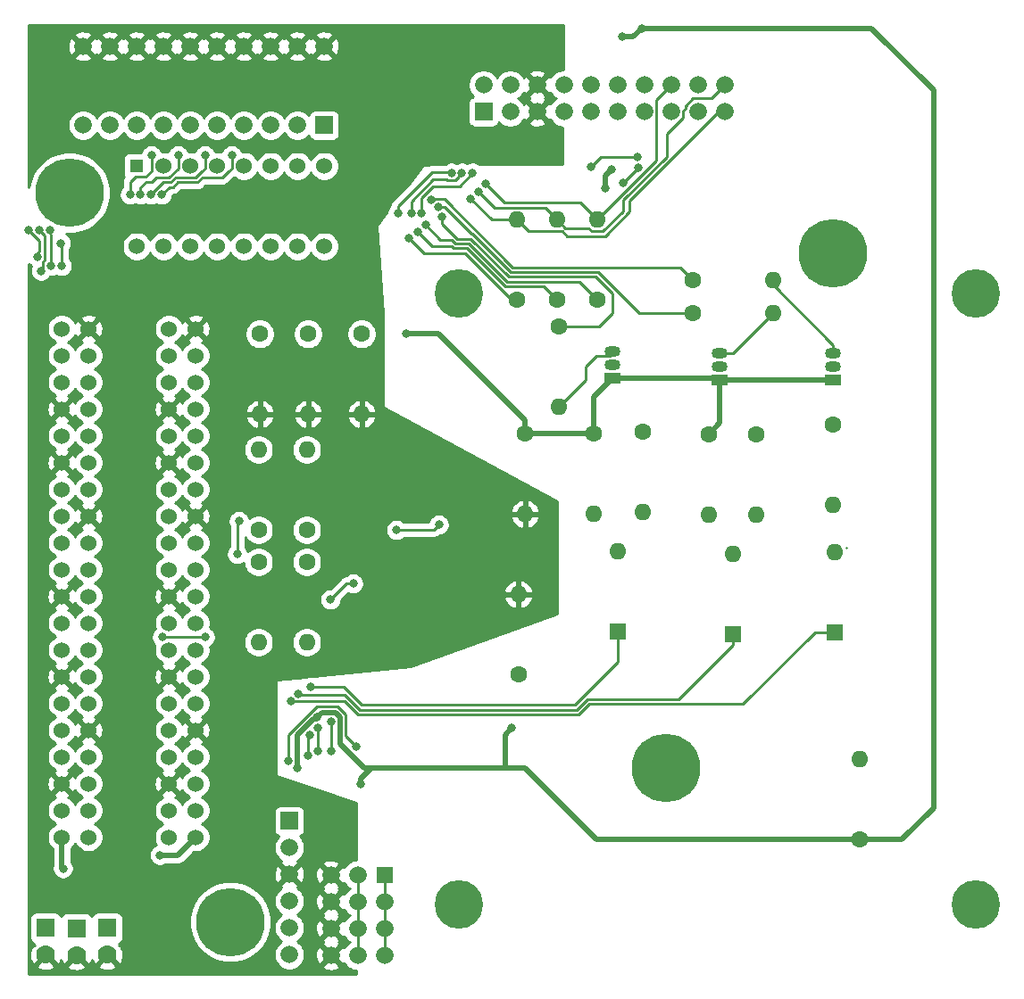
<source format=gbl>
G04 #@! TF.GenerationSoftware,KiCad,Pcbnew,(5.1.10-1-10_14)*
G04 #@! TF.CreationDate,2022-06-09T22:45:46-07:00*
G04 #@! TF.ProjectId,Control_Boards,436f6e74-726f-46c5-9f42-6f617264732e,rev?*
G04 #@! TF.SameCoordinates,Original*
G04 #@! TF.FileFunction,Copper,L2,Bot*
G04 #@! TF.FilePolarity,Positive*
%FSLAX46Y46*%
G04 Gerber Fmt 4.6, Leading zero omitted, Abs format (unit mm)*
G04 Created by KiCad (PCBNEW (5.1.10-1-10_14)) date 2022-06-09 22:45:46*
%MOMM*%
%LPD*%
G01*
G04 APERTURE LIST*
G04 #@! TA.AperFunction,ComponentPad*
%ADD10R,1.670000X1.670000*%
G04 #@! TD*
G04 #@! TA.AperFunction,ComponentPad*
%ADD11C,1.670000*%
G04 #@! TD*
G04 #@! TA.AperFunction,ComponentPad*
%ADD12O,1.600000X1.600000*%
G04 #@! TD*
G04 #@! TA.AperFunction,ComponentPad*
%ADD13C,1.600000*%
G04 #@! TD*
G04 #@! TA.AperFunction,WasherPad*
%ADD14C,6.500000*%
G04 #@! TD*
G04 #@! TA.AperFunction,WasherPad*
%ADD15C,4.600000*%
G04 #@! TD*
G04 #@! TA.AperFunction,ComponentPad*
%ADD16C,1.524000*%
G04 #@! TD*
G04 #@! TA.AperFunction,ComponentPad*
%ADD17R,1.600000X1.600000*%
G04 #@! TD*
G04 #@! TA.AperFunction,ComponentPad*
%ADD18R,1.300000X1.300000*%
G04 #@! TD*
G04 #@! TA.AperFunction,ComponentPad*
%ADD19R,1.778000X1.778000*%
G04 #@! TD*
G04 #@! TA.AperFunction,ComponentPad*
%ADD20C,1.778000*%
G04 #@! TD*
G04 #@! TA.AperFunction,ComponentPad*
%ADD21R,1.524000X1.524000*%
G04 #@! TD*
G04 #@! TA.AperFunction,ComponentPad*
%ADD22R,1.500000X1.050000*%
G04 #@! TD*
G04 #@! TA.AperFunction,ComponentPad*
%ADD23O,1.500000X1.050000*%
G04 #@! TD*
G04 #@! TA.AperFunction,ViaPad*
%ADD24C,0.800000*%
G04 #@! TD*
G04 #@! TA.AperFunction,Conductor*
%ADD25C,0.500000*%
G04 #@! TD*
G04 #@! TA.AperFunction,Conductor*
%ADD26C,0.250000*%
G04 #@! TD*
G04 #@! TA.AperFunction,Conductor*
%ADD27C,0.254000*%
G04 #@! TD*
G04 #@! TA.AperFunction,Conductor*
%ADD28C,0.100000*%
G04 #@! TD*
G04 APERTURE END LIST*
D10*
X104140000Y-56388000D03*
D11*
X104140000Y-53848000D03*
X106680000Y-56388000D03*
X106680000Y-53848000D03*
X109220000Y-56388000D03*
X109220000Y-53848000D03*
X111760000Y-56388000D03*
X111760000Y-53848000D03*
X114300000Y-56388000D03*
X114300000Y-53848000D03*
X116840000Y-56388000D03*
X116840000Y-53848000D03*
X119380000Y-56388000D03*
X119380000Y-53848000D03*
X121920000Y-56388000D03*
X121920000Y-53848000D03*
X124460000Y-56388000D03*
X124460000Y-53848000D03*
X127000000Y-56388000D03*
X127000000Y-53848000D03*
D12*
X82804000Y-88455500D03*
D13*
X82804000Y-96075500D03*
D12*
X87376000Y-106743500D03*
D13*
X87376000Y-99123500D03*
D12*
X87376000Y-88455500D03*
D13*
X87376000Y-96075500D03*
D12*
X82804000Y-106743500D03*
D13*
X82804000Y-99123500D03*
D12*
X131572000Y-72326500D03*
D13*
X123952000Y-72326500D03*
D12*
X131572000Y-75501500D03*
D13*
X123952000Y-75501500D03*
D12*
X111252000Y-84391500D03*
D13*
X111252000Y-76771500D03*
D11*
X85725000Y-136398000D03*
X85725000Y-133858000D03*
X85725000Y-131318000D03*
X85725000Y-128778000D03*
X85725000Y-126238000D03*
D10*
X85725000Y-123698000D03*
D14*
X64897000Y-64071500D03*
X137287000Y-69786500D03*
X121412000Y-118681500D03*
X80137000Y-133286500D03*
D11*
X66167000Y-50158000D03*
X68707000Y-50158000D03*
X71247000Y-50158000D03*
X73787000Y-50158000D03*
X76327000Y-50158000D03*
X78867000Y-50158000D03*
X81407000Y-50158000D03*
X83947000Y-50158000D03*
X86487000Y-50158000D03*
X89027000Y-50158000D03*
X66167000Y-57658000D03*
X68707000Y-57658000D03*
X71247000Y-57658000D03*
X73787000Y-57658000D03*
X76327000Y-57658000D03*
X78867000Y-57658000D03*
X81407000Y-57658000D03*
X83947000Y-57658000D03*
X86487000Y-57658000D03*
D10*
X89027000Y-57658000D03*
D15*
X150805000Y-73628000D03*
X101805000Y-73628000D03*
X101805000Y-131628000D03*
X150805000Y-131628000D03*
D16*
X76835000Y-125247400D03*
X74295000Y-125247400D03*
X76835000Y-122707400D03*
X74295000Y-122707400D03*
X76835000Y-120167400D03*
X74295000Y-120167400D03*
X76835000Y-117627400D03*
X74295000Y-117627400D03*
X76835000Y-115087400D03*
X74295000Y-115087400D03*
X76835000Y-112547400D03*
X74295000Y-112547400D03*
X76835000Y-110007400D03*
X74295000Y-110007400D03*
X76835000Y-107467400D03*
X74295000Y-107467400D03*
X76835000Y-104927400D03*
X74295000Y-104927400D03*
X76835000Y-102387400D03*
X74295000Y-102387400D03*
X76835000Y-99847400D03*
X74295000Y-99847400D03*
X76835000Y-97307400D03*
X74295000Y-97307400D03*
X76835000Y-94767400D03*
X74295000Y-94767400D03*
X76835000Y-92227400D03*
X74295000Y-92227400D03*
X76835000Y-89687400D03*
X74295000Y-89687400D03*
X76835000Y-87147400D03*
X74295000Y-87147400D03*
X76835000Y-84607400D03*
X74295000Y-84607400D03*
X76835000Y-82067400D03*
X74295000Y-82067400D03*
X76835000Y-79527400D03*
X74295000Y-79527400D03*
X76835000Y-76987400D03*
X74295000Y-76987400D03*
X66675000Y-125247400D03*
X64135000Y-125247400D03*
X66675000Y-122707400D03*
X64135000Y-122707400D03*
X66675000Y-120167400D03*
X64135000Y-120167400D03*
X66675000Y-117627400D03*
X64135000Y-117627400D03*
X66675000Y-115087400D03*
X64135000Y-115087400D03*
X66675000Y-112547400D03*
X64135000Y-112547400D03*
X66675000Y-110007400D03*
X64135000Y-110007400D03*
X66675000Y-107467400D03*
X64135000Y-107467400D03*
X66675000Y-104927400D03*
X64135000Y-104927400D03*
X66675000Y-102387400D03*
X64135000Y-102387400D03*
X66675000Y-99847400D03*
X64135000Y-99847400D03*
X66675000Y-97307400D03*
X64135000Y-97307400D03*
X66675000Y-94767400D03*
X64135000Y-94767400D03*
X66675000Y-92227400D03*
X64135000Y-92227400D03*
X66675000Y-89687400D03*
X64135000Y-89687400D03*
X66675000Y-87147400D03*
X64135000Y-87147400D03*
X66675000Y-84607400D03*
X64135000Y-84607400D03*
X66675000Y-82067400D03*
X64135000Y-82067400D03*
X66675000Y-79527400D03*
X64135000Y-79527400D03*
X66675000Y-76987400D03*
X64135000Y-76987400D03*
D12*
X137414000Y-98193826D03*
D17*
X137414000Y-105813826D03*
D12*
X116864499Y-98112817D03*
D17*
X116864499Y-105732817D03*
D12*
X127762000Y-98361500D03*
D17*
X127762000Y-105981500D03*
D16*
X89027000Y-69151500D03*
X89027000Y-61531500D03*
X86487000Y-69151500D03*
X86487000Y-61531500D03*
X83947000Y-69151500D03*
X83947000Y-61531500D03*
X81407000Y-69151500D03*
X81407000Y-61531500D03*
X78867000Y-69151500D03*
X78867000Y-61531500D03*
X76327000Y-69151500D03*
X76327000Y-61531500D03*
X73787000Y-69151500D03*
X73787000Y-61531500D03*
X71247000Y-69151500D03*
D18*
X71247000Y-61531500D03*
D19*
X62611000Y-133858000D03*
D20*
X62611000Y-136398000D03*
D19*
X65534999Y-133875401D03*
D20*
X65534999Y-136415401D03*
D19*
X68453000Y-133858000D03*
D20*
X68453000Y-136398000D03*
D11*
X89662000Y-136461500D03*
X92202000Y-136461500D03*
X94742000Y-136461500D03*
X89662000Y-133921500D03*
X92202000Y-133921500D03*
X94742000Y-133921500D03*
X89662000Y-131381500D03*
X92202000Y-131381500D03*
X94742000Y-131381500D03*
X89662000Y-128841500D03*
D21*
X94742000Y-128841500D03*
D11*
X92202000Y-128841500D03*
D22*
X137287000Y-81851500D03*
D23*
X137287000Y-79311500D03*
X137287000Y-80581500D03*
D22*
X116331099Y-81679017D03*
D23*
X116331099Y-79139017D03*
X116331099Y-80409017D03*
D22*
X126539084Y-81851500D03*
D23*
X126539084Y-79311500D03*
X126539084Y-80581500D03*
D12*
X108077000Y-94551500D03*
D13*
X108077000Y-86931500D03*
D12*
X139827000Y-117856000D03*
D13*
X139827000Y-125476000D03*
D12*
X82931000Y-85090000D03*
D13*
X82931000Y-77470000D03*
D12*
X87503000Y-85090000D03*
D13*
X87503000Y-77470000D03*
D12*
X92583000Y-85090000D03*
D13*
X92583000Y-77470000D03*
D12*
X137312400Y-93672626D03*
D13*
X137312400Y-86052626D03*
D12*
X119226699Y-94353617D03*
D13*
X119226699Y-86733617D03*
D12*
X129968084Y-94591750D03*
D13*
X129968084Y-86971750D03*
D12*
X107315000Y-66611500D03*
D13*
X107315000Y-74231500D03*
D12*
X111125000Y-66611500D03*
D13*
X111125000Y-74231500D03*
D12*
X114935000Y-66611500D03*
D13*
X114935000Y-74231500D03*
D12*
X114578499Y-94506017D03*
D13*
X114578499Y-86886017D03*
D12*
X125472284Y-94617150D03*
D13*
X125472284Y-86997150D03*
D12*
X107442000Y-102171500D03*
D13*
X107442000Y-109791500D03*
D24*
X64262000Y-128206500D03*
X92485541Y-120235041D03*
X86487000Y-118681500D03*
X106807000Y-114871500D03*
X88336686Y-113868933D03*
X73445000Y-126936500D03*
X96801980Y-77406499D03*
X98282003Y-65976500D03*
X103092006Y-62166500D03*
X104354672Y-63235740D03*
X97282000Y-65976500D03*
X117286709Y-49237000D03*
X119123791Y-48452709D03*
X102092003Y-62166500D03*
X103647564Y-63942849D03*
X96012000Y-65976500D03*
X101092000Y-62166500D03*
X102940456Y-64649956D03*
X88392000Y-114871500D03*
X88422897Y-117082400D03*
X89662000Y-117082400D03*
X89662000Y-114236500D03*
X73660000Y-106235500D03*
X77724000Y-106235500D03*
X86559108Y-111606500D03*
X92076143Y-116650643D03*
X85637000Y-117974392D03*
X87757000Y-110971500D03*
X87501554Y-117471155D03*
X87684885Y-115578615D03*
X114323953Y-61628259D03*
X118725001Y-60716185D03*
X85852000Y-112331500D03*
X115666799Y-63678820D03*
X116257223Y-61861285D03*
X98685916Y-67135149D03*
X97917000Y-67774502D03*
X97101098Y-68352713D03*
X99894108Y-65413608D03*
X100222975Y-66377475D03*
X99187000Y-64706500D03*
X99904999Y-95567500D03*
X95901961Y-96075500D03*
X91782000Y-101155500D03*
X89631990Y-102679500D03*
X117402194Y-63119000D03*
X118808500Y-61712694D03*
X80772000Y-98375511D03*
X80950846Y-95238346D03*
X80264000Y-60515500D03*
X73624643Y-64256171D03*
X61002000Y-67627500D03*
X61810000Y-70122363D03*
X77724000Y-60515500D03*
X72611989Y-64243520D03*
X64058534Y-68860500D03*
X64117809Y-71024490D03*
X75184000Y-60515500D03*
X71611988Y-64243519D03*
X62014654Y-67614849D03*
X62180063Y-71484237D03*
X72644000Y-60515500D03*
X70611985Y-64243519D03*
X63033738Y-67608627D03*
X63117806Y-71024490D03*
D25*
X64135000Y-128079500D02*
X64262000Y-128206500D01*
X64135000Y-125247400D02*
X64135000Y-128079500D01*
X114871500Y-125476000D02*
X139827000Y-125476000D01*
X108077000Y-118681500D02*
X114871500Y-125476000D01*
X90512001Y-116356501D02*
X92837000Y-118681500D01*
X90512001Y-113816501D02*
X90512001Y-116356501D01*
X90081999Y-113386499D02*
X90512001Y-113816501D01*
X92485541Y-120235041D02*
X92485541Y-119667959D01*
X92485541Y-119667959D02*
X93472000Y-118681500D01*
X93472000Y-118681500D02*
X95377000Y-118681500D01*
X92837000Y-118681500D02*
X93472000Y-118681500D01*
X86487000Y-115506500D02*
X86487000Y-118681500D01*
X106172000Y-118681500D02*
X106172000Y-115506500D01*
X95377000Y-118681500D02*
X106172000Y-118681500D01*
X106172000Y-115506500D02*
X106807000Y-114871500D01*
X106172000Y-118681500D02*
X108077000Y-118681500D01*
X88819120Y-113386499D02*
X88336686Y-113868933D01*
X90081999Y-113386499D02*
X88819120Y-113386499D01*
X87972001Y-114021499D02*
X86487000Y-115506500D01*
X88184120Y-114021499D02*
X87972001Y-114021499D01*
X88336686Y-113868933D02*
X88184120Y-114021499D01*
X76835000Y-125247400D02*
X75145900Y-126936500D01*
X75145900Y-126936500D02*
X73445000Y-126936500D01*
X96801980Y-77406499D02*
X99821999Y-77406499D01*
X108077000Y-85661500D02*
X108077000Y-86931500D01*
X99821999Y-77406499D02*
X108077000Y-85661500D01*
X126366601Y-81679017D02*
X126539084Y-81851500D01*
X116331099Y-81679017D02*
X126366601Y-81679017D01*
X126539084Y-81851500D02*
X137287000Y-81851500D01*
X114533016Y-86931500D02*
X114578499Y-86886017D01*
X108077000Y-86931500D02*
X114533016Y-86931500D01*
X114578499Y-83431617D02*
X116331099Y-81679017D01*
X114578499Y-86886017D02*
X114578499Y-83431617D01*
X126539084Y-85930350D02*
X125472284Y-86997150D01*
X126539084Y-81851500D02*
X126539084Y-85930350D01*
D26*
X98282003Y-64538495D02*
X99383998Y-63436500D01*
X98282003Y-65976500D02*
X98282003Y-64538495D01*
X103092006Y-62239499D02*
X103092006Y-62166500D01*
X101895005Y-63436500D02*
X103092006Y-62239499D01*
X99383998Y-63436500D02*
X101895005Y-63436500D01*
X104354672Y-63235740D02*
X106155421Y-65036489D01*
X113359989Y-65036489D02*
X114935000Y-66611500D01*
X106155421Y-65036489D02*
X113359989Y-65036489D01*
X97282000Y-64902088D02*
X99382588Y-62801500D01*
X97282000Y-65976500D02*
X97282000Y-64902088D01*
D25*
X118339500Y-49237000D02*
X119123791Y-48452709D01*
X117286709Y-49237000D02*
X118339500Y-49237000D01*
X140908709Y-48452709D02*
X119123791Y-48452709D01*
X146812000Y-54356000D02*
X140908709Y-48452709D01*
X146812000Y-122491500D02*
X146812000Y-54356000D01*
X143827500Y-125476000D02*
X146812000Y-122491500D01*
X139827000Y-125476000D02*
X143827500Y-125476000D01*
D26*
X120540001Y-55227999D02*
X121920000Y-53848000D01*
X120540001Y-61006499D02*
X120540001Y-55227999D01*
X114935000Y-66611500D02*
X120540001Y-61006499D01*
X100653998Y-62801500D02*
X100743999Y-62891501D01*
X101817001Y-62514501D02*
X101817001Y-62441502D01*
X101440001Y-62891501D02*
X101817001Y-62514501D01*
X101817001Y-62441502D02*
X102092003Y-62166500D01*
X100743999Y-62891501D02*
X101440001Y-62891501D01*
X99382588Y-62801500D02*
X100653998Y-62801500D01*
X105191214Y-65486499D02*
X109999999Y-65486499D01*
X109999999Y-65486499D02*
X111125000Y-66611500D01*
X103647564Y-63942849D02*
X105191214Y-65486499D01*
X117411500Y-65800002D02*
X117411500Y-64771410D01*
X115475001Y-67736501D02*
X117411500Y-65800002D01*
X114394999Y-67736501D02*
X115475001Y-67736501D01*
X111924999Y-67411499D02*
X114069997Y-67411499D01*
X114069997Y-67411499D02*
X114394999Y-67736501D01*
X111125000Y-66611500D02*
X111924999Y-67411499D01*
X125730000Y-55118000D02*
X127000000Y-53848000D01*
X123299999Y-56087501D02*
X123299999Y-55831199D01*
X123080001Y-56307499D02*
X123299999Y-56087501D01*
X123299999Y-55831199D02*
X124013198Y-55118000D01*
X123080001Y-56944801D02*
X123080001Y-56307499D01*
X121539000Y-58485802D02*
X123080001Y-56944801D01*
X121539000Y-60643910D02*
X121539000Y-58485802D01*
X124013198Y-55118000D02*
X125730000Y-55118000D01*
X117411500Y-64771410D02*
X121539000Y-60643910D01*
X96012000Y-65976500D02*
X96012000Y-65341500D01*
X96012000Y-65341500D02*
X98552000Y-62801500D01*
X98552000Y-62801500D02*
X99277000Y-62076500D01*
X101002000Y-62076500D02*
X101092000Y-62166500D01*
X99277000Y-62076500D02*
X101002000Y-62076500D01*
X104902000Y-66611500D02*
X107315000Y-66611500D01*
X102940456Y-64649956D02*
X104902000Y-66611500D01*
X117983000Y-65864912D02*
X117983000Y-64836320D01*
X115661401Y-68186511D02*
X117983000Y-65864912D01*
X112063601Y-68186511D02*
X115661401Y-68186511D01*
X111613591Y-67736501D02*
X112063601Y-68186511D01*
X108440001Y-67736501D02*
X111613591Y-67736501D01*
X107315000Y-66611500D02*
X108440001Y-67736501D01*
X126431320Y-56388000D02*
X127000000Y-56388000D01*
X117983000Y-64836320D02*
X126431320Y-56388000D01*
X88422897Y-114902397D02*
X88422897Y-117082400D01*
X88392000Y-114871500D02*
X88422897Y-114902397D01*
X89662000Y-117082400D02*
X89662000Y-114236500D01*
X73660000Y-106235500D02*
X77724000Y-106235500D01*
X122631108Y-112162392D02*
X113959697Y-112162393D01*
X127762000Y-107031500D02*
X122631108Y-112162392D01*
X127762000Y-105981500D02*
X127762000Y-107031500D01*
X112970600Y-113151490D02*
X93023400Y-113151490D01*
X113959697Y-112162393D02*
X112970600Y-113151490D01*
X92388400Y-113151490D02*
X90933410Y-111696500D01*
X93023400Y-113151490D02*
X92388400Y-113151490D01*
X86649108Y-111696500D02*
X86559108Y-111606500D01*
X90933410Y-111696500D02*
X86649108Y-111696500D01*
X94742000Y-136461500D02*
X94742000Y-131381500D01*
X94742000Y-131381500D02*
X94742000Y-128841500D01*
X92076143Y-116650643D02*
X91087011Y-115661511D01*
X90320175Y-112811489D02*
X88368825Y-112811489D01*
X91087011Y-113578325D02*
X90320175Y-112811489D01*
X88368825Y-112811489D02*
X85637000Y-115543314D01*
X91087011Y-115661511D02*
X91087011Y-113578325D01*
X85637000Y-115543314D02*
X85637000Y-117974392D01*
X92202000Y-136461500D02*
X92202000Y-133921500D01*
X92202000Y-133921500D02*
X92202000Y-131381500D01*
X92202000Y-131381500D02*
X92202000Y-128841500D01*
X116864499Y-108621181D02*
X112784200Y-112701480D01*
X116864499Y-105732817D02*
X116864499Y-108621181D01*
X112784200Y-112701480D02*
X93209800Y-112701480D01*
X90844820Y-110971500D02*
X87757000Y-110971500D01*
X92574800Y-112701480D02*
X90844820Y-110971500D01*
X93209800Y-112701480D02*
X92574800Y-112701480D01*
X87501554Y-117471155D02*
X87501554Y-115761946D01*
X87501554Y-115761946D02*
X87684885Y-115578615D01*
X115236027Y-60716185D02*
X118725001Y-60716185D01*
X114323953Y-61628259D02*
X115236027Y-60716185D01*
X137414000Y-105813826D02*
X135549674Y-105813826D01*
X135549674Y-105813826D02*
X128751098Y-112612402D01*
X128751098Y-112612402D02*
X114146098Y-112612402D01*
X114146098Y-112612402D02*
X113157000Y-113601500D01*
X113157000Y-113601500D02*
X92837000Y-113601500D01*
X92837000Y-113601500D02*
X92202000Y-113601500D01*
X90932000Y-112331500D02*
X85852000Y-112331500D01*
X92202000Y-113601500D02*
X90932000Y-112331500D01*
X138539001Y-97744499D02*
X138557000Y-97726500D01*
D25*
X115666799Y-62451709D02*
X116257223Y-61861285D01*
X115666799Y-63678820D02*
X115666799Y-62451709D01*
D26*
X98685916Y-67135149D02*
X100067267Y-68516500D01*
X101093410Y-68516500D02*
X101463391Y-68886481D01*
X100067267Y-68516500D02*
X101093410Y-68516500D01*
X101463391Y-68886481D02*
X102734802Y-68886482D01*
X113214990Y-72511490D02*
X114935000Y-74231500D01*
X106359810Y-72511490D02*
X113214990Y-72511490D01*
X102734802Y-68886482D02*
X106359810Y-72511490D01*
X99293998Y-69151500D02*
X97917000Y-67774502D01*
X101092000Y-69151500D02*
X101276990Y-69336490D01*
X101276990Y-69336490D02*
X102548401Y-69336491D01*
X99293998Y-69151500D02*
X101092000Y-69151500D01*
X102548401Y-69336491D02*
X106173410Y-72961500D01*
X109855000Y-72961500D02*
X111125000Y-74231500D01*
X106173410Y-72961500D02*
X109855000Y-72961500D01*
X98534885Y-69786500D02*
X97101098Y-68352713D01*
X98534885Y-69786500D02*
X102362000Y-69786500D01*
X106807000Y-74231500D02*
X107315000Y-74231500D01*
X102362000Y-69786500D02*
X106807000Y-74231500D01*
X103107604Y-67986464D02*
X106732610Y-71611470D01*
X100459793Y-65413608D02*
X103032636Y-67986451D01*
X103032636Y-67986451D02*
X103107604Y-67986464D01*
X99894108Y-65413608D02*
X100459793Y-65413608D01*
X106732610Y-71611470D02*
X114983381Y-71611471D01*
X114983381Y-71611471D02*
X116781109Y-73409199D01*
X116781109Y-73410609D02*
X116781109Y-73409199D01*
X118872000Y-75501500D02*
X116781109Y-73410609D01*
X123952000Y-75501500D02*
X118872000Y-75501500D01*
X101649792Y-68436472D02*
X102921203Y-68436473D01*
X100222975Y-67009655D02*
X101649792Y-68436472D01*
X100222975Y-66377475D02*
X100222975Y-67009655D01*
X106546210Y-72061480D02*
X114796980Y-72061480D01*
X102921203Y-68436473D02*
X106546210Y-72061480D01*
X114796980Y-72061480D02*
X116331099Y-73595599D01*
X111252000Y-76771500D02*
X115062000Y-76771500D01*
X115062000Y-76771500D02*
X116332000Y-75501500D01*
X116332000Y-75501500D02*
X116332000Y-73596500D01*
X100446157Y-64688607D02*
X106919011Y-71161461D01*
X99528214Y-64706500D02*
X99546107Y-64688607D01*
X122786962Y-71161462D02*
X123952000Y-72326500D01*
X106919011Y-71161461D02*
X122786962Y-71161462D01*
X99546107Y-64688607D02*
X100446157Y-64688607D01*
X99187000Y-64706500D02*
X99528214Y-64706500D01*
X99396999Y-96075500D02*
X95901961Y-96075500D01*
X99904999Y-95567500D02*
X99396999Y-96075500D01*
X91155990Y-101155500D02*
X89631990Y-102679500D01*
X91782000Y-101155500D02*
X91155990Y-101155500D01*
X117402194Y-63119000D02*
X118808500Y-61712694D01*
X80772000Y-95417192D02*
X80950846Y-95238346D01*
X80772000Y-98375511D02*
X80772000Y-95417192D01*
X131572000Y-72821500D02*
X131572000Y-72326500D01*
X137287000Y-78536500D02*
X131572000Y-72821500D01*
X137287000Y-79311500D02*
X137287000Y-78536500D01*
X116331099Y-79312401D02*
X116084493Y-79559007D01*
X116084493Y-79559007D02*
X114814493Y-79559007D01*
X116331099Y-79139017D02*
X116331099Y-79312401D01*
X114814493Y-79559007D02*
X113792000Y-80581500D01*
X113792000Y-81851500D02*
X111252000Y-84391500D01*
X113792000Y-80581500D02*
X113792000Y-81851500D01*
X126168634Y-79311500D02*
X126539084Y-79681950D01*
X127762000Y-79311500D02*
X131572000Y-75501500D01*
X126539084Y-79311500D02*
X127762000Y-79311500D01*
X79954001Y-62053261D02*
X79388761Y-62618501D01*
X79967762Y-62039500D02*
X79954001Y-62039500D01*
X79954001Y-62039500D02*
X79954001Y-62053261D01*
X80264000Y-61743262D02*
X79967762Y-62039500D01*
X80264000Y-60515500D02*
X80264000Y-61743262D01*
X79388761Y-62618501D02*
X78740000Y-62618501D01*
X77485171Y-62618501D02*
X77035161Y-63068511D01*
X77035161Y-63068511D02*
X75131571Y-63068511D01*
X78740000Y-62618501D02*
X77485171Y-62618501D01*
X74362294Y-63518520D02*
X73624643Y-64256171D01*
X74681562Y-63518520D02*
X74362294Y-63518520D01*
X75131571Y-63068511D02*
X74681562Y-63518520D01*
X61810000Y-70122363D02*
X61810000Y-69825500D01*
X61976000Y-68601500D02*
X61002000Y-67627500D01*
X61976000Y-69659500D02*
X61976000Y-68601500D01*
X61810000Y-69825500D02*
X61976000Y-69659500D01*
X77724000Y-61743262D02*
X77724000Y-60515500D01*
X77414001Y-62053261D02*
X77414001Y-62039500D01*
X75620999Y-62618501D02*
X76848761Y-62618501D01*
X76848761Y-62618501D02*
X77414001Y-62053261D01*
X77427762Y-62039500D02*
X77724000Y-61743262D01*
X77414001Y-62039500D02*
X77427762Y-62039500D01*
X74945171Y-62618501D02*
X74495161Y-63068511D01*
X75620999Y-62618501D02*
X74945171Y-62618501D01*
X73786998Y-63068511D02*
X72611989Y-64243520D01*
X74495161Y-63068511D02*
X73786998Y-63068511D01*
X64117809Y-68919775D02*
X64058534Y-68860500D01*
X64117809Y-71024490D02*
X64117809Y-68919775D01*
X75184000Y-61743262D02*
X74308761Y-62618501D01*
X75184000Y-60515500D02*
X75184000Y-61743262D01*
X74308761Y-62618501D02*
X73080999Y-62618501D01*
X73080999Y-62618501D02*
X72644000Y-63055500D01*
X72644000Y-63055500D02*
X72136000Y-63055500D01*
X71611988Y-63579512D02*
X71611988Y-64243519D01*
X72136000Y-63055500D02*
X71611988Y-63579512D01*
X62535001Y-68135196D02*
X62014654Y-67614849D01*
X62392805Y-70612560D02*
X62535001Y-70470364D01*
X62392805Y-71274695D02*
X62392805Y-70612560D01*
X62535001Y-70470364D02*
X62535001Y-68135196D01*
X62183263Y-71484237D02*
X62392805Y-71274695D01*
X62180063Y-71484237D02*
X62183263Y-71484237D01*
X72644000Y-62019502D02*
X72116002Y-62547500D01*
X72644000Y-60515500D02*
X72644000Y-62019502D01*
X72116002Y-62547500D02*
X71120000Y-62547500D01*
X70611985Y-63055515D02*
X70611985Y-64243519D01*
X71120000Y-62547500D02*
X70611985Y-63055515D01*
X63117806Y-68081591D02*
X63033738Y-67997523D01*
X63033738Y-67997523D02*
X63033738Y-67608627D01*
X63117806Y-71024490D02*
X63117806Y-68081591D01*
D27*
X111674888Y-52378000D02*
X111615218Y-52378000D01*
X111331217Y-52434491D01*
X111063694Y-52545303D01*
X110822929Y-52706176D01*
X110618176Y-52910929D01*
X110492407Y-53099157D01*
X110485233Y-53085735D01*
X110237691Y-53009914D01*
X109399605Y-53848000D01*
X110237691Y-54686086D01*
X110485233Y-54610265D01*
X110491946Y-54596154D01*
X110618176Y-54785071D01*
X110822929Y-54989824D01*
X111014759Y-55118000D01*
X110822929Y-55246176D01*
X110618176Y-55450929D01*
X110492407Y-55639157D01*
X110485233Y-55625735D01*
X110237691Y-55549914D01*
X109399605Y-56388000D01*
X110237691Y-57226086D01*
X110485233Y-57150265D01*
X110491946Y-57136154D01*
X110618176Y-57325071D01*
X110822929Y-57529824D01*
X111063694Y-57690697D01*
X111331217Y-57801509D01*
X111615218Y-57858000D01*
X111649635Y-57858000D01*
X111633581Y-61341606D01*
X103768635Y-61379418D01*
X103751780Y-61362563D01*
X103582262Y-61249295D01*
X103393904Y-61171274D01*
X103193945Y-61131500D01*
X102990067Y-61131500D01*
X102790108Y-61171274D01*
X102601750Y-61249295D01*
X102592005Y-61255807D01*
X102582259Y-61249295D01*
X102393901Y-61171274D01*
X102193942Y-61131500D01*
X101990064Y-61131500D01*
X101790105Y-61171274D01*
X101601747Y-61249295D01*
X101592002Y-61255807D01*
X101582256Y-61249295D01*
X101393898Y-61171274D01*
X101193939Y-61131500D01*
X100990061Y-61131500D01*
X100790102Y-61171274D01*
X100601744Y-61249295D01*
X100501164Y-61316500D01*
X99314323Y-61316500D01*
X99277000Y-61312824D01*
X99239677Y-61316500D01*
X99239667Y-61316500D01*
X99128014Y-61327497D01*
X98984753Y-61370954D01*
X98925355Y-61402703D01*
X98551389Y-61404501D01*
X98526625Y-61407061D01*
X98502836Y-61414402D01*
X98480936Y-61426244D01*
X98461767Y-61442130D01*
X98451752Y-61453530D01*
X97144797Y-63133901D01*
X95500998Y-64777701D01*
X95472000Y-64801499D01*
X95448202Y-64830497D01*
X95448201Y-64830498D01*
X95377026Y-64917224D01*
X95338483Y-64989332D01*
X95306454Y-65049253D01*
X95262997Y-65192514D01*
X95255428Y-65269361D01*
X95208063Y-65316726D01*
X95094795Y-65486244D01*
X95016774Y-65674602D01*
X94977000Y-65874561D01*
X94977000Y-65921068D01*
X94006752Y-67168530D01*
X93993467Y-67189585D01*
X93984545Y-67212828D01*
X93980329Y-67237365D01*
X93980374Y-67256240D01*
X94615000Y-75506378D01*
X94615000Y-84391500D01*
X94617440Y-84416276D01*
X94624667Y-84440101D01*
X94636403Y-84462057D01*
X94652197Y-84481303D01*
X94681789Y-84503320D01*
X111125000Y-93357357D01*
X111125000Y-103987546D01*
X97253542Y-109031712D01*
X87974935Y-109959573D01*
X87858939Y-109936500D01*
X87655061Y-109936500D01*
X87455102Y-109976274D01*
X87342816Y-110022785D01*
X84569363Y-110300130D01*
X84544952Y-110305024D01*
X84521965Y-110314586D01*
X84501285Y-110328448D01*
X84483707Y-110346079D01*
X84469907Y-110366800D01*
X84460414Y-110389815D01*
X84455000Y-110426500D01*
X84455000Y-119316500D01*
X84457440Y-119341276D01*
X84464667Y-119365101D01*
X84476403Y-119387057D01*
X84492197Y-119406303D01*
X84511443Y-119422097D01*
X84541839Y-119436983D01*
X92075000Y-121948037D01*
X92075000Y-127371500D01*
X92057218Y-127371500D01*
X91773217Y-127427991D01*
X91505694Y-127538803D01*
X91264929Y-127699676D01*
X91060176Y-127904429D01*
X90934407Y-128092657D01*
X90927233Y-128079235D01*
X90679691Y-128003414D01*
X89841605Y-128841500D01*
X90679691Y-129679586D01*
X90927233Y-129603765D01*
X90933946Y-129589654D01*
X91060176Y-129778571D01*
X91264929Y-129983324D01*
X91442001Y-130101639D01*
X91442000Y-130121361D01*
X91264929Y-130239676D01*
X91060176Y-130444429D01*
X90934407Y-130632657D01*
X90927233Y-130619235D01*
X90679691Y-130543414D01*
X89841605Y-131381500D01*
X90679691Y-132219586D01*
X90927233Y-132143765D01*
X90933946Y-132129654D01*
X91060176Y-132318571D01*
X91264929Y-132523324D01*
X91442001Y-132641639D01*
X91442000Y-132661361D01*
X91264929Y-132779676D01*
X91060176Y-132984429D01*
X90934407Y-133172657D01*
X90927233Y-133159235D01*
X90679691Y-133083414D01*
X89841605Y-133921500D01*
X90679691Y-134759586D01*
X90927233Y-134683765D01*
X90933946Y-134669654D01*
X91060176Y-134858571D01*
X91264929Y-135063324D01*
X91442001Y-135181639D01*
X91442000Y-135201361D01*
X91264929Y-135319676D01*
X91060176Y-135524429D01*
X90934407Y-135712657D01*
X90927233Y-135699235D01*
X90679691Y-135623414D01*
X89841605Y-136461500D01*
X90679691Y-137299586D01*
X90927233Y-137223765D01*
X90933946Y-137209654D01*
X91060176Y-137398571D01*
X91264929Y-137603324D01*
X91505694Y-137764197D01*
X91773217Y-137875009D01*
X92057218Y-137931500D01*
X92075000Y-137931500D01*
X92075000Y-138216500D01*
X61037000Y-138216500D01*
X61037000Y-137454231D01*
X61734374Y-137454231D01*
X61816727Y-137707289D01*
X62087418Y-137837086D01*
X62378230Y-137911580D01*
X62677988Y-137927908D01*
X62975171Y-137885443D01*
X63258359Y-137785816D01*
X63405273Y-137707289D01*
X63481963Y-137471632D01*
X64658373Y-137471632D01*
X64740726Y-137724690D01*
X65011417Y-137854487D01*
X65302229Y-137928981D01*
X65601987Y-137945309D01*
X65899170Y-137902844D01*
X66182358Y-137803217D01*
X66329272Y-137724690D01*
X66411625Y-137471632D01*
X66394224Y-137454231D01*
X67576374Y-137454231D01*
X67658727Y-137707289D01*
X67929418Y-137837086D01*
X68220230Y-137911580D01*
X68519988Y-137927908D01*
X68817171Y-137885443D01*
X69100359Y-137785816D01*
X69247273Y-137707289D01*
X69329626Y-137454231D01*
X68453000Y-136577605D01*
X67576374Y-137454231D01*
X66394224Y-137454231D01*
X65534999Y-136595006D01*
X64658373Y-137471632D01*
X63481963Y-137471632D01*
X63487626Y-137454231D01*
X62611000Y-136577605D01*
X61734374Y-137454231D01*
X61037000Y-137454231D01*
X61037000Y-136464988D01*
X61081092Y-136464988D01*
X61123557Y-136762171D01*
X61223184Y-137045359D01*
X61301711Y-137192273D01*
X61554769Y-137274626D01*
X62431395Y-136398000D01*
X62417253Y-136383858D01*
X62596858Y-136204253D01*
X62611000Y-136218395D01*
X62625143Y-136204253D01*
X62804748Y-136383858D01*
X62790605Y-136398000D01*
X63667231Y-137274626D01*
X63920289Y-137192273D01*
X64050086Y-136921582D01*
X64070070Y-136843568D01*
X64147183Y-137062760D01*
X64225710Y-137209674D01*
X64478768Y-137292027D01*
X65355394Y-136415401D01*
X65341252Y-136401259D01*
X65520857Y-136221654D01*
X65534999Y-136235796D01*
X65549142Y-136221654D01*
X65728747Y-136401259D01*
X65714604Y-136415401D01*
X66591230Y-137292027D01*
X66844288Y-137209674D01*
X66974085Y-136938983D01*
X66996701Y-136850696D01*
X67065184Y-137045359D01*
X67143711Y-137192273D01*
X67396769Y-137274626D01*
X68273395Y-136398000D01*
X68259253Y-136383858D01*
X68438858Y-136204253D01*
X68453000Y-136218395D01*
X68467143Y-136204253D01*
X68646748Y-136383858D01*
X68632605Y-136398000D01*
X69509231Y-137274626D01*
X69762289Y-137192273D01*
X69892086Y-136921582D01*
X69966580Y-136630770D01*
X69982908Y-136331012D01*
X69940443Y-136033829D01*
X69840816Y-135750641D01*
X69762289Y-135603727D01*
X69509233Y-135521375D01*
X69625214Y-135405394D01*
X69563271Y-135343451D01*
X69586180Y-135336502D01*
X69696494Y-135277537D01*
X69793185Y-135198185D01*
X69872537Y-135101494D01*
X69931502Y-134991180D01*
X69967812Y-134871482D01*
X69980072Y-134747000D01*
X69980072Y-132969000D01*
X69973657Y-132903861D01*
X76252000Y-132903861D01*
X76252000Y-133669139D01*
X76401298Y-134419713D01*
X76694158Y-135126738D01*
X77119323Y-135763043D01*
X77660457Y-136304177D01*
X78296762Y-136729342D01*
X79003787Y-137022202D01*
X79754361Y-137171500D01*
X80519639Y-137171500D01*
X81270213Y-137022202D01*
X81977238Y-136729342D01*
X82613543Y-136304177D01*
X83154677Y-135763043D01*
X83579842Y-135126738D01*
X83872702Y-134419713D01*
X84022000Y-133669139D01*
X84022000Y-132903861D01*
X83872702Y-132153287D01*
X83579842Y-131446262D01*
X83397401Y-131173218D01*
X84255000Y-131173218D01*
X84255000Y-131462782D01*
X84311491Y-131746783D01*
X84422303Y-132014306D01*
X84583176Y-132255071D01*
X84787929Y-132459824D01*
X84979759Y-132588000D01*
X84787929Y-132716176D01*
X84583176Y-132920929D01*
X84422303Y-133161694D01*
X84311491Y-133429217D01*
X84255000Y-133713218D01*
X84255000Y-134002782D01*
X84311491Y-134286783D01*
X84422303Y-134554306D01*
X84583176Y-134795071D01*
X84787929Y-134999824D01*
X84979759Y-135128000D01*
X84787929Y-135256176D01*
X84583176Y-135460929D01*
X84422303Y-135701694D01*
X84311491Y-135969217D01*
X84255000Y-136253218D01*
X84255000Y-136542782D01*
X84311491Y-136826783D01*
X84422303Y-137094306D01*
X84583176Y-137335071D01*
X84787929Y-137539824D01*
X85028694Y-137700697D01*
X85296217Y-137811509D01*
X85580218Y-137868000D01*
X85869782Y-137868000D01*
X86153783Y-137811509D01*
X86421306Y-137700697D01*
X86662071Y-137539824D01*
X86722704Y-137479191D01*
X88823914Y-137479191D01*
X88899735Y-137726733D01*
X89161217Y-137851132D01*
X89441943Y-137922128D01*
X89731126Y-137936994D01*
X90017652Y-137895156D01*
X90290510Y-137798225D01*
X90424265Y-137726733D01*
X90500086Y-137479191D01*
X89662000Y-136641105D01*
X88823914Y-137479191D01*
X86722704Y-137479191D01*
X86866824Y-137335071D01*
X87027697Y-137094306D01*
X87138509Y-136826783D01*
X87195000Y-136542782D01*
X87195000Y-136530626D01*
X88186506Y-136530626D01*
X88228344Y-136817152D01*
X88325275Y-137090010D01*
X88396767Y-137223765D01*
X88644309Y-137299586D01*
X89482395Y-136461500D01*
X88644309Y-135623414D01*
X88396767Y-135699235D01*
X88272368Y-135960717D01*
X88201372Y-136241443D01*
X88186506Y-136530626D01*
X87195000Y-136530626D01*
X87195000Y-136253218D01*
X87138509Y-135969217D01*
X87027697Y-135701694D01*
X86866824Y-135460929D01*
X86662071Y-135256176D01*
X86470241Y-135128000D01*
X86662071Y-134999824D01*
X86722704Y-134939191D01*
X88823914Y-134939191D01*
X88899735Y-135186733D01*
X88909172Y-135191223D01*
X88899735Y-135196267D01*
X88823914Y-135443809D01*
X89662000Y-136281895D01*
X90500086Y-135443809D01*
X90424265Y-135196267D01*
X90414828Y-135191777D01*
X90424265Y-135186733D01*
X90500086Y-134939191D01*
X89662000Y-134101105D01*
X88823914Y-134939191D01*
X86722704Y-134939191D01*
X86866824Y-134795071D01*
X87027697Y-134554306D01*
X87138509Y-134286783D01*
X87195000Y-134002782D01*
X87195000Y-133990626D01*
X88186506Y-133990626D01*
X88228344Y-134277152D01*
X88325275Y-134550010D01*
X88396767Y-134683765D01*
X88644309Y-134759586D01*
X89482395Y-133921500D01*
X88644309Y-133083414D01*
X88396767Y-133159235D01*
X88272368Y-133420717D01*
X88201372Y-133701443D01*
X88186506Y-133990626D01*
X87195000Y-133990626D01*
X87195000Y-133713218D01*
X87138509Y-133429217D01*
X87027697Y-133161694D01*
X86866824Y-132920929D01*
X86662071Y-132716176D01*
X86470241Y-132588000D01*
X86662071Y-132459824D01*
X86722704Y-132399191D01*
X88823914Y-132399191D01*
X88899735Y-132646733D01*
X88909172Y-132651223D01*
X88899735Y-132656267D01*
X88823914Y-132903809D01*
X89662000Y-133741895D01*
X90500086Y-132903809D01*
X90424265Y-132656267D01*
X90414828Y-132651777D01*
X90424265Y-132646733D01*
X90500086Y-132399191D01*
X89662000Y-131561105D01*
X88823914Y-132399191D01*
X86722704Y-132399191D01*
X86866824Y-132255071D01*
X87027697Y-132014306D01*
X87138509Y-131746783D01*
X87195000Y-131462782D01*
X87195000Y-131450626D01*
X88186506Y-131450626D01*
X88228344Y-131737152D01*
X88325275Y-132010010D01*
X88396767Y-132143765D01*
X88644309Y-132219586D01*
X89482395Y-131381500D01*
X88644309Y-130543414D01*
X88396767Y-130619235D01*
X88272368Y-130880717D01*
X88201372Y-131161443D01*
X88186506Y-131450626D01*
X87195000Y-131450626D01*
X87195000Y-131173218D01*
X87138509Y-130889217D01*
X87027697Y-130621694D01*
X86866824Y-130380929D01*
X86662071Y-130176176D01*
X86473843Y-130050407D01*
X86487265Y-130043233D01*
X86543636Y-129859191D01*
X88823914Y-129859191D01*
X88899735Y-130106733D01*
X88909172Y-130111223D01*
X88899735Y-130116267D01*
X88823914Y-130363809D01*
X89662000Y-131201895D01*
X90500086Y-130363809D01*
X90424265Y-130116267D01*
X90414828Y-130111777D01*
X90424265Y-130106733D01*
X90500086Y-129859191D01*
X89662000Y-129021105D01*
X88823914Y-129859191D01*
X86543636Y-129859191D01*
X86563086Y-129795691D01*
X85725000Y-128957605D01*
X84886914Y-129795691D01*
X84962735Y-130043233D01*
X84976846Y-130049946D01*
X84787929Y-130176176D01*
X84583176Y-130380929D01*
X84422303Y-130621694D01*
X84311491Y-130889217D01*
X84255000Y-131173218D01*
X83397401Y-131173218D01*
X83154677Y-130809957D01*
X82613543Y-130268823D01*
X81977238Y-129843658D01*
X81270213Y-129550798D01*
X80519639Y-129401500D01*
X79754361Y-129401500D01*
X79003787Y-129550798D01*
X78296762Y-129843658D01*
X77660457Y-130268823D01*
X77119323Y-130809957D01*
X76694158Y-131446262D01*
X76401298Y-132153287D01*
X76252000Y-132903861D01*
X69973657Y-132903861D01*
X69967812Y-132844518D01*
X69931502Y-132724820D01*
X69872537Y-132614506D01*
X69793185Y-132517815D01*
X69696494Y-132438463D01*
X69586180Y-132379498D01*
X69466482Y-132343188D01*
X69342000Y-132330928D01*
X67564000Y-132330928D01*
X67439518Y-132343188D01*
X67319820Y-132379498D01*
X67209506Y-132438463D01*
X67112815Y-132517815D01*
X67033463Y-132614506D01*
X66989349Y-132697036D01*
X66954536Y-132631907D01*
X66875184Y-132535216D01*
X66778493Y-132455864D01*
X66668179Y-132396899D01*
X66548481Y-132360589D01*
X66423999Y-132348329D01*
X64645999Y-132348329D01*
X64521517Y-132360589D01*
X64401819Y-132396899D01*
X64291505Y-132455864D01*
X64194814Y-132535216D01*
X64115462Y-132631907D01*
X64077650Y-132702647D01*
X64030537Y-132614506D01*
X63951185Y-132517815D01*
X63854494Y-132438463D01*
X63744180Y-132379498D01*
X63624482Y-132343188D01*
X63500000Y-132330928D01*
X61722000Y-132330928D01*
X61597518Y-132343188D01*
X61477820Y-132379498D01*
X61367506Y-132438463D01*
X61270815Y-132517815D01*
X61191463Y-132614506D01*
X61132498Y-132724820D01*
X61096188Y-132844518D01*
X61083928Y-132969000D01*
X61083928Y-134747000D01*
X61096188Y-134871482D01*
X61132498Y-134991180D01*
X61191463Y-135101494D01*
X61270815Y-135198185D01*
X61367506Y-135277537D01*
X61477820Y-135336502D01*
X61500729Y-135343451D01*
X61438786Y-135405394D01*
X61554767Y-135521375D01*
X61301711Y-135603727D01*
X61171914Y-135874418D01*
X61097420Y-136165230D01*
X61081092Y-136464988D01*
X61037000Y-136464988D01*
X61037000Y-120239417D01*
X62733090Y-120239417D01*
X62774078Y-120511533D01*
X62867364Y-120770423D01*
X62929344Y-120886380D01*
X63169435Y-120953360D01*
X63955395Y-120167400D01*
X63169435Y-119381440D01*
X62929344Y-119448420D01*
X62812244Y-119697448D01*
X62745977Y-119964535D01*
X62733090Y-120239417D01*
X61037000Y-120239417D01*
X61037000Y-110079417D01*
X62733090Y-110079417D01*
X62774078Y-110351533D01*
X62867364Y-110610423D01*
X62929344Y-110726380D01*
X63169435Y-110793360D01*
X63955395Y-110007400D01*
X63169435Y-109221440D01*
X62929344Y-109288420D01*
X62812244Y-109537448D01*
X62745977Y-109804535D01*
X62733090Y-110079417D01*
X61037000Y-110079417D01*
X61037000Y-102459417D01*
X62733090Y-102459417D01*
X62774078Y-102731533D01*
X62867364Y-102990423D01*
X62929344Y-103106380D01*
X63169435Y-103173360D01*
X63955395Y-102387400D01*
X63169435Y-101601440D01*
X62929344Y-101668420D01*
X62812244Y-101917448D01*
X62745977Y-102184535D01*
X62733090Y-102459417D01*
X61037000Y-102459417D01*
X61037000Y-89759417D01*
X62733090Y-89759417D01*
X62774078Y-90031533D01*
X62867364Y-90290423D01*
X62929344Y-90406380D01*
X63169435Y-90473360D01*
X63955395Y-89687400D01*
X63169435Y-88901440D01*
X62929344Y-88968420D01*
X62812244Y-89217448D01*
X62745977Y-89484535D01*
X62733090Y-89759417D01*
X61037000Y-89759417D01*
X61037000Y-84679417D01*
X62733090Y-84679417D01*
X62774078Y-84951533D01*
X62867364Y-85210423D01*
X62929344Y-85326380D01*
X63169435Y-85393360D01*
X63955395Y-84607400D01*
X63169435Y-83821440D01*
X62929344Y-83888420D01*
X62812244Y-84137448D01*
X62745977Y-84404535D01*
X62733090Y-84679417D01*
X61037000Y-84679417D01*
X61037000Y-76849808D01*
X62738000Y-76849808D01*
X62738000Y-77124992D01*
X62791686Y-77394890D01*
X62896995Y-77649127D01*
X63049880Y-77877935D01*
X63244465Y-78072520D01*
X63473273Y-78225405D01*
X63550515Y-78257400D01*
X63473273Y-78289395D01*
X63244465Y-78442280D01*
X63049880Y-78636865D01*
X62896995Y-78865673D01*
X62791686Y-79119910D01*
X62738000Y-79389808D01*
X62738000Y-79664992D01*
X62791686Y-79934890D01*
X62896995Y-80189127D01*
X63049880Y-80417935D01*
X63244465Y-80612520D01*
X63473273Y-80765405D01*
X63550515Y-80797400D01*
X63473273Y-80829395D01*
X63244465Y-80982280D01*
X63049880Y-81176865D01*
X62896995Y-81405673D01*
X62791686Y-81659910D01*
X62738000Y-81929808D01*
X62738000Y-82204992D01*
X62791686Y-82474890D01*
X62896995Y-82729127D01*
X63049880Y-82957935D01*
X63244465Y-83152520D01*
X63473273Y-83305405D01*
X63544943Y-83335092D01*
X63531977Y-83339764D01*
X63416020Y-83401744D01*
X63349040Y-83641835D01*
X64135000Y-84427795D01*
X64920960Y-83641835D01*
X64853980Y-83401744D01*
X64718240Y-83337915D01*
X64796727Y-83305405D01*
X65025535Y-83152520D01*
X65220120Y-82957935D01*
X65373005Y-82729127D01*
X65405000Y-82651885D01*
X65436995Y-82729127D01*
X65589880Y-82957935D01*
X65784465Y-83152520D01*
X66013273Y-83305405D01*
X66090515Y-83337400D01*
X66013273Y-83369395D01*
X65784465Y-83522280D01*
X65589880Y-83716865D01*
X65436995Y-83945673D01*
X65407308Y-84017343D01*
X65402636Y-84004377D01*
X65340656Y-83888420D01*
X65100565Y-83821440D01*
X64314605Y-84607400D01*
X65100565Y-85393360D01*
X65340656Y-85326380D01*
X65404485Y-85190640D01*
X65436995Y-85269127D01*
X65589880Y-85497935D01*
X65784465Y-85692520D01*
X66013273Y-85845405D01*
X66090515Y-85877400D01*
X66013273Y-85909395D01*
X65784465Y-86062280D01*
X65589880Y-86256865D01*
X65436995Y-86485673D01*
X65405000Y-86562915D01*
X65373005Y-86485673D01*
X65220120Y-86256865D01*
X65025535Y-86062280D01*
X64796727Y-85909395D01*
X64725057Y-85879708D01*
X64738023Y-85875036D01*
X64853980Y-85813056D01*
X64920960Y-85572965D01*
X64135000Y-84787005D01*
X63349040Y-85572965D01*
X63416020Y-85813056D01*
X63551760Y-85876885D01*
X63473273Y-85909395D01*
X63244465Y-86062280D01*
X63049880Y-86256865D01*
X62896995Y-86485673D01*
X62791686Y-86739910D01*
X62738000Y-87009808D01*
X62738000Y-87284992D01*
X62791686Y-87554890D01*
X62896995Y-87809127D01*
X63049880Y-88037935D01*
X63244465Y-88232520D01*
X63473273Y-88385405D01*
X63544943Y-88415092D01*
X63531977Y-88419764D01*
X63416020Y-88481744D01*
X63349040Y-88721835D01*
X64135000Y-89507795D01*
X64920960Y-88721835D01*
X64853980Y-88481744D01*
X64718240Y-88417915D01*
X64796727Y-88385405D01*
X65025535Y-88232520D01*
X65220120Y-88037935D01*
X65373005Y-87809127D01*
X65405000Y-87731885D01*
X65436995Y-87809127D01*
X65589880Y-88037935D01*
X65784465Y-88232520D01*
X66013273Y-88385405D01*
X66090515Y-88417400D01*
X66013273Y-88449395D01*
X65784465Y-88602280D01*
X65589880Y-88796865D01*
X65436995Y-89025673D01*
X65407308Y-89097343D01*
X65402636Y-89084377D01*
X65340656Y-88968420D01*
X65100565Y-88901440D01*
X64314605Y-89687400D01*
X65100565Y-90473360D01*
X65340656Y-90406380D01*
X65404485Y-90270640D01*
X65436995Y-90349127D01*
X65589880Y-90577935D01*
X65784465Y-90772520D01*
X66013273Y-90925405D01*
X66090515Y-90957400D01*
X66013273Y-90989395D01*
X65784465Y-91142280D01*
X65589880Y-91336865D01*
X65436995Y-91565673D01*
X65405000Y-91642915D01*
X65373005Y-91565673D01*
X65220120Y-91336865D01*
X65025535Y-91142280D01*
X64796727Y-90989395D01*
X64725057Y-90959708D01*
X64738023Y-90955036D01*
X64853980Y-90893056D01*
X64920960Y-90652965D01*
X64135000Y-89867005D01*
X63349040Y-90652965D01*
X63416020Y-90893056D01*
X63551760Y-90956885D01*
X63473273Y-90989395D01*
X63244465Y-91142280D01*
X63049880Y-91336865D01*
X62896995Y-91565673D01*
X62791686Y-91819910D01*
X62738000Y-92089808D01*
X62738000Y-92364992D01*
X62791686Y-92634890D01*
X62896995Y-92889127D01*
X63049880Y-93117935D01*
X63244465Y-93312520D01*
X63473273Y-93465405D01*
X63550515Y-93497400D01*
X63473273Y-93529395D01*
X63244465Y-93682280D01*
X63049880Y-93876865D01*
X62896995Y-94105673D01*
X62791686Y-94359910D01*
X62738000Y-94629808D01*
X62738000Y-94904992D01*
X62791686Y-95174890D01*
X62896995Y-95429127D01*
X63049880Y-95657935D01*
X63244465Y-95852520D01*
X63473273Y-96005405D01*
X63550515Y-96037400D01*
X63473273Y-96069395D01*
X63244465Y-96222280D01*
X63049880Y-96416865D01*
X62896995Y-96645673D01*
X62791686Y-96899910D01*
X62738000Y-97169808D01*
X62738000Y-97444992D01*
X62791686Y-97714890D01*
X62896995Y-97969127D01*
X63049880Y-98197935D01*
X63244465Y-98392520D01*
X63473273Y-98545405D01*
X63550515Y-98577400D01*
X63473273Y-98609395D01*
X63244465Y-98762280D01*
X63049880Y-98956865D01*
X62896995Y-99185673D01*
X62791686Y-99439910D01*
X62738000Y-99709808D01*
X62738000Y-99984992D01*
X62791686Y-100254890D01*
X62896995Y-100509127D01*
X63049880Y-100737935D01*
X63244465Y-100932520D01*
X63473273Y-101085405D01*
X63544943Y-101115092D01*
X63531977Y-101119764D01*
X63416020Y-101181744D01*
X63349040Y-101421835D01*
X64135000Y-102207795D01*
X64920960Y-101421835D01*
X64853980Y-101181744D01*
X64718240Y-101117915D01*
X64796727Y-101085405D01*
X65025535Y-100932520D01*
X65220120Y-100737935D01*
X65373005Y-100509127D01*
X65405000Y-100431885D01*
X65436995Y-100509127D01*
X65589880Y-100737935D01*
X65784465Y-100932520D01*
X66013273Y-101085405D01*
X66090515Y-101117400D01*
X66013273Y-101149395D01*
X65784465Y-101302280D01*
X65589880Y-101496865D01*
X65436995Y-101725673D01*
X65407308Y-101797343D01*
X65402636Y-101784377D01*
X65340656Y-101668420D01*
X65100565Y-101601440D01*
X64314605Y-102387400D01*
X65100565Y-103173360D01*
X65340656Y-103106380D01*
X65404485Y-102970640D01*
X65436995Y-103049127D01*
X65589880Y-103277935D01*
X65784465Y-103472520D01*
X66013273Y-103625405D01*
X66090515Y-103657400D01*
X66013273Y-103689395D01*
X65784465Y-103842280D01*
X65589880Y-104036865D01*
X65436995Y-104265673D01*
X65405000Y-104342915D01*
X65373005Y-104265673D01*
X65220120Y-104036865D01*
X65025535Y-103842280D01*
X64796727Y-103689395D01*
X64725057Y-103659708D01*
X64738023Y-103655036D01*
X64853980Y-103593056D01*
X64920960Y-103352965D01*
X64135000Y-102567005D01*
X63349040Y-103352965D01*
X63416020Y-103593056D01*
X63551760Y-103656885D01*
X63473273Y-103689395D01*
X63244465Y-103842280D01*
X63049880Y-104036865D01*
X62896995Y-104265673D01*
X62791686Y-104519910D01*
X62738000Y-104789808D01*
X62738000Y-105064992D01*
X62791686Y-105334890D01*
X62896995Y-105589127D01*
X63049880Y-105817935D01*
X63244465Y-106012520D01*
X63473273Y-106165405D01*
X63550515Y-106197400D01*
X63473273Y-106229395D01*
X63244465Y-106382280D01*
X63049880Y-106576865D01*
X62896995Y-106805673D01*
X62791686Y-107059910D01*
X62738000Y-107329808D01*
X62738000Y-107604992D01*
X62791686Y-107874890D01*
X62896995Y-108129127D01*
X63049880Y-108357935D01*
X63244465Y-108552520D01*
X63473273Y-108705405D01*
X63544943Y-108735092D01*
X63531977Y-108739764D01*
X63416020Y-108801744D01*
X63349040Y-109041835D01*
X64135000Y-109827795D01*
X64920960Y-109041835D01*
X64853980Y-108801744D01*
X64718240Y-108737915D01*
X64796727Y-108705405D01*
X65025535Y-108552520D01*
X65220120Y-108357935D01*
X65373005Y-108129127D01*
X65405000Y-108051885D01*
X65436995Y-108129127D01*
X65589880Y-108357935D01*
X65784465Y-108552520D01*
X66013273Y-108705405D01*
X66090515Y-108737400D01*
X66013273Y-108769395D01*
X65784465Y-108922280D01*
X65589880Y-109116865D01*
X65436995Y-109345673D01*
X65407308Y-109417343D01*
X65402636Y-109404377D01*
X65340656Y-109288420D01*
X65100565Y-109221440D01*
X64314605Y-110007400D01*
X65100565Y-110793360D01*
X65340656Y-110726380D01*
X65404485Y-110590640D01*
X65436995Y-110669127D01*
X65589880Y-110897935D01*
X65784465Y-111092520D01*
X66013273Y-111245405D01*
X66090515Y-111277400D01*
X66013273Y-111309395D01*
X65784465Y-111462280D01*
X65589880Y-111656865D01*
X65436995Y-111885673D01*
X65405000Y-111962915D01*
X65373005Y-111885673D01*
X65220120Y-111656865D01*
X65025535Y-111462280D01*
X64796727Y-111309395D01*
X64725057Y-111279708D01*
X64738023Y-111275036D01*
X64853980Y-111213056D01*
X64920960Y-110972965D01*
X64135000Y-110187005D01*
X63349040Y-110972965D01*
X63416020Y-111213056D01*
X63551760Y-111276885D01*
X63473273Y-111309395D01*
X63244465Y-111462280D01*
X63049880Y-111656865D01*
X62896995Y-111885673D01*
X62791686Y-112139910D01*
X62738000Y-112409808D01*
X62738000Y-112684992D01*
X62791686Y-112954890D01*
X62896995Y-113209127D01*
X63049880Y-113437935D01*
X63244465Y-113632520D01*
X63473273Y-113785405D01*
X63550515Y-113817400D01*
X63473273Y-113849395D01*
X63244465Y-114002280D01*
X63049880Y-114196865D01*
X62896995Y-114425673D01*
X62791686Y-114679910D01*
X62738000Y-114949808D01*
X62738000Y-115224992D01*
X62791686Y-115494890D01*
X62896995Y-115749127D01*
X63049880Y-115977935D01*
X63244465Y-116172520D01*
X63473273Y-116325405D01*
X63550515Y-116357400D01*
X63473273Y-116389395D01*
X63244465Y-116542280D01*
X63049880Y-116736865D01*
X62896995Y-116965673D01*
X62791686Y-117219910D01*
X62738000Y-117489808D01*
X62738000Y-117764992D01*
X62791686Y-118034890D01*
X62896995Y-118289127D01*
X63049880Y-118517935D01*
X63244465Y-118712520D01*
X63473273Y-118865405D01*
X63544943Y-118895092D01*
X63531977Y-118899764D01*
X63416020Y-118961744D01*
X63349040Y-119201835D01*
X64135000Y-119987795D01*
X64920960Y-119201835D01*
X64853980Y-118961744D01*
X64718240Y-118897915D01*
X64796727Y-118865405D01*
X65025535Y-118712520D01*
X65220120Y-118517935D01*
X65373005Y-118289127D01*
X65405000Y-118211885D01*
X65436995Y-118289127D01*
X65589880Y-118517935D01*
X65784465Y-118712520D01*
X66013273Y-118865405D01*
X66090515Y-118897400D01*
X66013273Y-118929395D01*
X65784465Y-119082280D01*
X65589880Y-119276865D01*
X65436995Y-119505673D01*
X65407308Y-119577343D01*
X65402636Y-119564377D01*
X65340656Y-119448420D01*
X65100565Y-119381440D01*
X64314605Y-120167400D01*
X65100565Y-120953360D01*
X65340656Y-120886380D01*
X65404485Y-120750640D01*
X65436995Y-120829127D01*
X65589880Y-121057935D01*
X65784465Y-121252520D01*
X66013273Y-121405405D01*
X66090515Y-121437400D01*
X66013273Y-121469395D01*
X65784465Y-121622280D01*
X65589880Y-121816865D01*
X65436995Y-122045673D01*
X65405000Y-122122915D01*
X65373005Y-122045673D01*
X65220120Y-121816865D01*
X65025535Y-121622280D01*
X64796727Y-121469395D01*
X64725057Y-121439708D01*
X64738023Y-121435036D01*
X64853980Y-121373056D01*
X64920960Y-121132965D01*
X64135000Y-120347005D01*
X63349040Y-121132965D01*
X63416020Y-121373056D01*
X63551760Y-121436885D01*
X63473273Y-121469395D01*
X63244465Y-121622280D01*
X63049880Y-121816865D01*
X62896995Y-122045673D01*
X62791686Y-122299910D01*
X62738000Y-122569808D01*
X62738000Y-122844992D01*
X62791686Y-123114890D01*
X62896995Y-123369127D01*
X63049880Y-123597935D01*
X63244465Y-123792520D01*
X63473273Y-123945405D01*
X63550515Y-123977400D01*
X63473273Y-124009395D01*
X63244465Y-124162280D01*
X63049880Y-124356865D01*
X62896995Y-124585673D01*
X62791686Y-124839910D01*
X62738000Y-125109808D01*
X62738000Y-125384992D01*
X62791686Y-125654890D01*
X62896995Y-125909127D01*
X63049880Y-126137935D01*
X63244465Y-126332520D01*
X63250000Y-126336219D01*
X63250001Y-127988926D01*
X63227000Y-128104561D01*
X63227000Y-128308439D01*
X63266774Y-128508398D01*
X63344795Y-128696756D01*
X63458063Y-128866274D01*
X63602226Y-129010437D01*
X63771744Y-129123705D01*
X63960102Y-129201726D01*
X64160061Y-129241500D01*
X64363939Y-129241500D01*
X64563898Y-129201726D01*
X64752256Y-129123705D01*
X64921774Y-129010437D01*
X65065937Y-128866274D01*
X65078731Y-128847126D01*
X84249506Y-128847126D01*
X84291344Y-129133652D01*
X84388275Y-129406510D01*
X84459767Y-129540265D01*
X84707309Y-129616086D01*
X85545395Y-128778000D01*
X85904605Y-128778000D01*
X86742691Y-129616086D01*
X86990233Y-129540265D01*
X87114632Y-129278783D01*
X87185628Y-128998057D01*
X87190122Y-128910626D01*
X88186506Y-128910626D01*
X88228344Y-129197152D01*
X88325275Y-129470010D01*
X88396767Y-129603765D01*
X88644309Y-129679586D01*
X89482395Y-128841500D01*
X88644309Y-128003414D01*
X88396767Y-128079235D01*
X88272368Y-128340717D01*
X88201372Y-128621443D01*
X88186506Y-128910626D01*
X87190122Y-128910626D01*
X87200494Y-128708874D01*
X87158656Y-128422348D01*
X87061725Y-128149490D01*
X86990233Y-128015735D01*
X86742691Y-127939914D01*
X85904605Y-128778000D01*
X85545395Y-128778000D01*
X84707309Y-127939914D01*
X84459767Y-128015735D01*
X84335368Y-128277217D01*
X84264372Y-128557943D01*
X84249506Y-128847126D01*
X65078731Y-128847126D01*
X65179205Y-128696756D01*
X65257226Y-128508398D01*
X65297000Y-128308439D01*
X65297000Y-128104561D01*
X65257226Y-127904602D01*
X65179205Y-127716244D01*
X65065937Y-127546726D01*
X65020000Y-127500789D01*
X65020000Y-126834561D01*
X72410000Y-126834561D01*
X72410000Y-127038439D01*
X72449774Y-127238398D01*
X72527795Y-127426756D01*
X72641063Y-127596274D01*
X72785226Y-127740437D01*
X72954744Y-127853705D01*
X73143102Y-127931726D01*
X73343061Y-127971500D01*
X73546939Y-127971500D01*
X73746898Y-127931726D01*
X73935256Y-127853705D01*
X73983454Y-127821500D01*
X75102431Y-127821500D01*
X75145900Y-127825781D01*
X75189369Y-127821500D01*
X75189377Y-127821500D01*
X75319390Y-127808695D01*
X75486213Y-127758089D01*
X75639959Y-127675911D01*
X75774717Y-127565317D01*
X75802434Y-127531544D01*
X76690878Y-126643101D01*
X76697408Y-126644400D01*
X76972592Y-126644400D01*
X77242490Y-126590714D01*
X77496727Y-126485405D01*
X77725535Y-126332520D01*
X77920120Y-126137935D01*
X78073005Y-125909127D01*
X78178314Y-125654890D01*
X78232000Y-125384992D01*
X78232000Y-125109808D01*
X78178314Y-124839910D01*
X78073005Y-124585673D01*
X77920120Y-124356865D01*
X77725535Y-124162280D01*
X77496727Y-124009395D01*
X77419485Y-123977400D01*
X77496727Y-123945405D01*
X77725535Y-123792520D01*
X77920120Y-123597935D01*
X78073005Y-123369127D01*
X78178314Y-123114890D01*
X78228417Y-122863000D01*
X84251928Y-122863000D01*
X84251928Y-124533000D01*
X84264188Y-124657482D01*
X84300498Y-124777180D01*
X84359463Y-124887494D01*
X84438815Y-124984185D01*
X84535506Y-125063537D01*
X84645820Y-125122502D01*
X84734655Y-125149450D01*
X84583176Y-125300929D01*
X84422303Y-125541694D01*
X84311491Y-125809217D01*
X84255000Y-126093218D01*
X84255000Y-126382782D01*
X84311491Y-126666783D01*
X84422303Y-126934306D01*
X84583176Y-127175071D01*
X84787929Y-127379824D01*
X84976157Y-127505593D01*
X84962735Y-127512767D01*
X84886914Y-127760309D01*
X85725000Y-128598395D01*
X86499586Y-127823809D01*
X88823914Y-127823809D01*
X89662000Y-128661895D01*
X90500086Y-127823809D01*
X90424265Y-127576267D01*
X90162783Y-127451868D01*
X89882057Y-127380872D01*
X89592874Y-127366006D01*
X89306348Y-127407844D01*
X89033490Y-127504775D01*
X88899735Y-127576267D01*
X88823914Y-127823809D01*
X86499586Y-127823809D01*
X86563086Y-127760309D01*
X86487265Y-127512767D01*
X86473154Y-127506054D01*
X86662071Y-127379824D01*
X86866824Y-127175071D01*
X87027697Y-126934306D01*
X87138509Y-126666783D01*
X87195000Y-126382782D01*
X87195000Y-126093218D01*
X87138509Y-125809217D01*
X87027697Y-125541694D01*
X86866824Y-125300929D01*
X86715345Y-125149450D01*
X86804180Y-125122502D01*
X86914494Y-125063537D01*
X87011185Y-124984185D01*
X87090537Y-124887494D01*
X87149502Y-124777180D01*
X87185812Y-124657482D01*
X87198072Y-124533000D01*
X87198072Y-122863000D01*
X87185812Y-122738518D01*
X87149502Y-122618820D01*
X87090537Y-122508506D01*
X87011185Y-122411815D01*
X86914494Y-122332463D01*
X86804180Y-122273498D01*
X86684482Y-122237188D01*
X86560000Y-122224928D01*
X84890000Y-122224928D01*
X84765518Y-122237188D01*
X84645820Y-122273498D01*
X84535506Y-122332463D01*
X84438815Y-122411815D01*
X84359463Y-122508506D01*
X84300498Y-122618820D01*
X84264188Y-122738518D01*
X84251928Y-122863000D01*
X78228417Y-122863000D01*
X78232000Y-122844992D01*
X78232000Y-122569808D01*
X78178314Y-122299910D01*
X78073005Y-122045673D01*
X77920120Y-121816865D01*
X77725535Y-121622280D01*
X77496727Y-121469395D01*
X77419485Y-121437400D01*
X77496727Y-121405405D01*
X77725535Y-121252520D01*
X77920120Y-121057935D01*
X78073005Y-120829127D01*
X78178314Y-120574890D01*
X78232000Y-120304992D01*
X78232000Y-120029808D01*
X78178314Y-119759910D01*
X78073005Y-119505673D01*
X77920120Y-119276865D01*
X77725535Y-119082280D01*
X77496727Y-118929395D01*
X77419485Y-118897400D01*
X77496727Y-118865405D01*
X77725535Y-118712520D01*
X77920120Y-118517935D01*
X78073005Y-118289127D01*
X78178314Y-118034890D01*
X78232000Y-117764992D01*
X78232000Y-117489808D01*
X78178314Y-117219910D01*
X78073005Y-116965673D01*
X77920120Y-116736865D01*
X77725535Y-116542280D01*
X77496727Y-116389395D01*
X77425057Y-116359708D01*
X77438023Y-116355036D01*
X77553980Y-116293056D01*
X77620960Y-116052965D01*
X76835000Y-115267005D01*
X76049040Y-116052965D01*
X76116020Y-116293056D01*
X76251760Y-116356885D01*
X76173273Y-116389395D01*
X75944465Y-116542280D01*
X75749880Y-116736865D01*
X75596995Y-116965673D01*
X75565000Y-117042915D01*
X75533005Y-116965673D01*
X75380120Y-116736865D01*
X75185535Y-116542280D01*
X74956727Y-116389395D01*
X74879485Y-116357400D01*
X74956727Y-116325405D01*
X75185535Y-116172520D01*
X75380120Y-115977935D01*
X75533005Y-115749127D01*
X75562692Y-115677457D01*
X75567364Y-115690423D01*
X75629344Y-115806380D01*
X75869435Y-115873360D01*
X76655395Y-115087400D01*
X77014605Y-115087400D01*
X77800565Y-115873360D01*
X78040656Y-115806380D01*
X78157756Y-115557352D01*
X78224023Y-115290265D01*
X78236910Y-115015383D01*
X78195922Y-114743267D01*
X78102636Y-114484377D01*
X78040656Y-114368420D01*
X77800565Y-114301440D01*
X77014605Y-115087400D01*
X76655395Y-115087400D01*
X75869435Y-114301440D01*
X75629344Y-114368420D01*
X75565515Y-114504160D01*
X75533005Y-114425673D01*
X75380120Y-114196865D01*
X75185535Y-114002280D01*
X74956727Y-113849395D01*
X74879485Y-113817400D01*
X74956727Y-113785405D01*
X75185535Y-113632520D01*
X75380120Y-113437935D01*
X75533005Y-113209127D01*
X75565000Y-113131885D01*
X75596995Y-113209127D01*
X75749880Y-113437935D01*
X75944465Y-113632520D01*
X76173273Y-113785405D01*
X76244943Y-113815092D01*
X76231977Y-113819764D01*
X76116020Y-113881744D01*
X76049040Y-114121835D01*
X76835000Y-114907795D01*
X77620960Y-114121835D01*
X77553980Y-113881744D01*
X77418240Y-113817915D01*
X77496727Y-113785405D01*
X77725535Y-113632520D01*
X77920120Y-113437935D01*
X78073005Y-113209127D01*
X78178314Y-112954890D01*
X78232000Y-112684992D01*
X78232000Y-112409808D01*
X78178314Y-112139910D01*
X78073005Y-111885673D01*
X77920120Y-111656865D01*
X77725535Y-111462280D01*
X77496727Y-111309395D01*
X77419485Y-111277400D01*
X77496727Y-111245405D01*
X77725535Y-111092520D01*
X77920120Y-110897935D01*
X78073005Y-110669127D01*
X78178314Y-110414890D01*
X78232000Y-110144992D01*
X78232000Y-109869808D01*
X78178314Y-109599910D01*
X78073005Y-109345673D01*
X77920120Y-109116865D01*
X77725535Y-108922280D01*
X77496727Y-108769395D01*
X77419485Y-108737400D01*
X77496727Y-108705405D01*
X77725535Y-108552520D01*
X77920120Y-108357935D01*
X78073005Y-108129127D01*
X78178314Y-107874890D01*
X78232000Y-107604992D01*
X78232000Y-107329808D01*
X78198103Y-107159396D01*
X78214256Y-107152705D01*
X78383774Y-107039437D01*
X78527937Y-106895274D01*
X78641205Y-106725756D01*
X78692398Y-106602165D01*
X81369000Y-106602165D01*
X81369000Y-106884835D01*
X81424147Y-107162074D01*
X81532320Y-107423227D01*
X81689363Y-107658259D01*
X81889241Y-107858137D01*
X82124273Y-108015180D01*
X82385426Y-108123353D01*
X82662665Y-108178500D01*
X82945335Y-108178500D01*
X83222574Y-108123353D01*
X83483727Y-108015180D01*
X83718759Y-107858137D01*
X83918637Y-107658259D01*
X84075680Y-107423227D01*
X84183853Y-107162074D01*
X84239000Y-106884835D01*
X84239000Y-106602165D01*
X85941000Y-106602165D01*
X85941000Y-106884835D01*
X85996147Y-107162074D01*
X86104320Y-107423227D01*
X86261363Y-107658259D01*
X86461241Y-107858137D01*
X86696273Y-108015180D01*
X86957426Y-108123353D01*
X87234665Y-108178500D01*
X87517335Y-108178500D01*
X87794574Y-108123353D01*
X88055727Y-108015180D01*
X88290759Y-107858137D01*
X88490637Y-107658259D01*
X88647680Y-107423227D01*
X88755853Y-107162074D01*
X88811000Y-106884835D01*
X88811000Y-106602165D01*
X88755853Y-106324926D01*
X88647680Y-106063773D01*
X88490637Y-105828741D01*
X88290759Y-105628863D01*
X88055727Y-105471820D01*
X87794574Y-105363647D01*
X87517335Y-105308500D01*
X87234665Y-105308500D01*
X86957426Y-105363647D01*
X86696273Y-105471820D01*
X86461241Y-105628863D01*
X86261363Y-105828741D01*
X86104320Y-106063773D01*
X85996147Y-106324926D01*
X85941000Y-106602165D01*
X84239000Y-106602165D01*
X84183853Y-106324926D01*
X84075680Y-106063773D01*
X83918637Y-105828741D01*
X83718759Y-105628863D01*
X83483727Y-105471820D01*
X83222574Y-105363647D01*
X82945335Y-105308500D01*
X82662665Y-105308500D01*
X82385426Y-105363647D01*
X82124273Y-105471820D01*
X81889241Y-105628863D01*
X81689363Y-105828741D01*
X81532320Y-106063773D01*
X81424147Y-106324926D01*
X81369000Y-106602165D01*
X78692398Y-106602165D01*
X78719226Y-106537398D01*
X78759000Y-106337439D01*
X78759000Y-106133561D01*
X78719226Y-105933602D01*
X78641205Y-105745244D01*
X78527937Y-105575726D01*
X78383774Y-105431563D01*
X78214256Y-105318295D01*
X78184100Y-105305804D01*
X78232000Y-105064992D01*
X78232000Y-104789808D01*
X78178314Y-104519910D01*
X78073005Y-104265673D01*
X77920120Y-104036865D01*
X77725535Y-103842280D01*
X77496727Y-103689395D01*
X77419485Y-103657400D01*
X77496727Y-103625405D01*
X77725535Y-103472520D01*
X77920120Y-103277935D01*
X78073005Y-103049127D01*
X78178314Y-102794890D01*
X78221543Y-102577561D01*
X88596990Y-102577561D01*
X88596990Y-102781439D01*
X88636764Y-102981398D01*
X88714785Y-103169756D01*
X88828053Y-103339274D01*
X88972216Y-103483437D01*
X89141734Y-103596705D01*
X89330092Y-103674726D01*
X89530051Y-103714500D01*
X89733929Y-103714500D01*
X89933888Y-103674726D01*
X90122246Y-103596705D01*
X90291764Y-103483437D01*
X90435927Y-103339274D01*
X90549195Y-103169756D01*
X90627216Y-102981398D01*
X90666990Y-102781439D01*
X90666990Y-102719302D01*
X90865752Y-102520540D01*
X106050091Y-102520540D01*
X106144930Y-102785381D01*
X106289615Y-103026631D01*
X106478586Y-103235019D01*
X106704580Y-103402537D01*
X106958913Y-103522746D01*
X107092961Y-103563404D01*
X107315000Y-103441415D01*
X107315000Y-102298500D01*
X107569000Y-102298500D01*
X107569000Y-103441415D01*
X107791039Y-103563404D01*
X107925087Y-103522746D01*
X108179420Y-103402537D01*
X108405414Y-103235019D01*
X108594385Y-103026631D01*
X108739070Y-102785381D01*
X108833909Y-102520540D01*
X108712624Y-102298500D01*
X107569000Y-102298500D01*
X107315000Y-102298500D01*
X106171376Y-102298500D01*
X106050091Y-102520540D01*
X90865752Y-102520540D01*
X91307190Y-102079103D01*
X91480102Y-102150726D01*
X91680061Y-102190500D01*
X91883939Y-102190500D01*
X92083898Y-102150726D01*
X92272256Y-102072705D01*
X92441774Y-101959437D01*
X92578751Y-101822460D01*
X106050091Y-101822460D01*
X106171376Y-102044500D01*
X107315000Y-102044500D01*
X107315000Y-100901585D01*
X107569000Y-100901585D01*
X107569000Y-102044500D01*
X108712624Y-102044500D01*
X108833909Y-101822460D01*
X108739070Y-101557619D01*
X108594385Y-101316369D01*
X108405414Y-101107981D01*
X108179420Y-100940463D01*
X107925087Y-100820254D01*
X107791039Y-100779596D01*
X107569000Y-100901585D01*
X107315000Y-100901585D01*
X107092961Y-100779596D01*
X106958913Y-100820254D01*
X106704580Y-100940463D01*
X106478586Y-101107981D01*
X106289615Y-101316369D01*
X106144930Y-101557619D01*
X106050091Y-101822460D01*
X92578751Y-101822460D01*
X92585937Y-101815274D01*
X92699205Y-101645756D01*
X92777226Y-101457398D01*
X92817000Y-101257439D01*
X92817000Y-101053561D01*
X92777226Y-100853602D01*
X92699205Y-100665244D01*
X92585937Y-100495726D01*
X92441774Y-100351563D01*
X92272256Y-100238295D01*
X92083898Y-100160274D01*
X91883939Y-100120500D01*
X91680061Y-100120500D01*
X91480102Y-100160274D01*
X91291744Y-100238295D01*
X91122226Y-100351563D01*
X91073879Y-100399910D01*
X91007004Y-100406497D01*
X90863743Y-100449954D01*
X90731714Y-100520526D01*
X90731712Y-100520527D01*
X90731713Y-100520527D01*
X90644986Y-100591701D01*
X90644982Y-100591705D01*
X90615989Y-100615499D01*
X90592195Y-100644492D01*
X89592188Y-101644500D01*
X89530051Y-101644500D01*
X89330092Y-101684274D01*
X89141734Y-101762295D01*
X88972216Y-101875563D01*
X88828053Y-102019726D01*
X88714785Y-102189244D01*
X88636764Y-102377602D01*
X88596990Y-102577561D01*
X78221543Y-102577561D01*
X78232000Y-102524992D01*
X78232000Y-102249808D01*
X78178314Y-101979910D01*
X78073005Y-101725673D01*
X77920120Y-101496865D01*
X77725535Y-101302280D01*
X77496727Y-101149395D01*
X77419485Y-101117400D01*
X77496727Y-101085405D01*
X77725535Y-100932520D01*
X77920120Y-100737935D01*
X78073005Y-100509127D01*
X78178314Y-100254890D01*
X78232000Y-99984992D01*
X78232000Y-99709808D01*
X78178314Y-99439910D01*
X78073005Y-99185673D01*
X77920120Y-98956865D01*
X77725535Y-98762280D01*
X77496727Y-98609395D01*
X77419485Y-98577400D01*
X77496727Y-98545405D01*
X77725535Y-98392520D01*
X77844483Y-98273572D01*
X79737000Y-98273572D01*
X79737000Y-98477450D01*
X79776774Y-98677409D01*
X79854795Y-98865767D01*
X79968063Y-99035285D01*
X80112226Y-99179448D01*
X80281744Y-99292716D01*
X80470102Y-99370737D01*
X80670061Y-99410511D01*
X80873939Y-99410511D01*
X81073898Y-99370737D01*
X81262256Y-99292716D01*
X81369000Y-99221392D01*
X81369000Y-99264835D01*
X81424147Y-99542074D01*
X81532320Y-99803227D01*
X81689363Y-100038259D01*
X81889241Y-100238137D01*
X82124273Y-100395180D01*
X82385426Y-100503353D01*
X82662665Y-100558500D01*
X82945335Y-100558500D01*
X83222574Y-100503353D01*
X83483727Y-100395180D01*
X83718759Y-100238137D01*
X83918637Y-100038259D01*
X84075680Y-99803227D01*
X84183853Y-99542074D01*
X84239000Y-99264835D01*
X84239000Y-98982165D01*
X85941000Y-98982165D01*
X85941000Y-99264835D01*
X85996147Y-99542074D01*
X86104320Y-99803227D01*
X86261363Y-100038259D01*
X86461241Y-100238137D01*
X86696273Y-100395180D01*
X86957426Y-100503353D01*
X87234665Y-100558500D01*
X87517335Y-100558500D01*
X87794574Y-100503353D01*
X88055727Y-100395180D01*
X88290759Y-100238137D01*
X88490637Y-100038259D01*
X88647680Y-99803227D01*
X88755853Y-99542074D01*
X88811000Y-99264835D01*
X88811000Y-98982165D01*
X88755853Y-98704926D01*
X88647680Y-98443773D01*
X88490637Y-98208741D01*
X88290759Y-98008863D01*
X88055727Y-97851820D01*
X87794574Y-97743647D01*
X87517335Y-97688500D01*
X87234665Y-97688500D01*
X86957426Y-97743647D01*
X86696273Y-97851820D01*
X86461241Y-98008863D01*
X86261363Y-98208741D01*
X86104320Y-98443773D01*
X85996147Y-98704926D01*
X85941000Y-98982165D01*
X84239000Y-98982165D01*
X84183853Y-98704926D01*
X84075680Y-98443773D01*
X83918637Y-98208741D01*
X83718759Y-98008863D01*
X83483727Y-97851820D01*
X83222574Y-97743647D01*
X82945335Y-97688500D01*
X82662665Y-97688500D01*
X82385426Y-97743647D01*
X82124273Y-97851820D01*
X81889241Y-98008863D01*
X81776727Y-98121377D01*
X81767226Y-98073613D01*
X81689205Y-97885255D01*
X81575937Y-97715737D01*
X81532000Y-97671800D01*
X81532000Y-96754454D01*
X81532320Y-96755227D01*
X81689363Y-96990259D01*
X81889241Y-97190137D01*
X82124273Y-97347180D01*
X82385426Y-97455353D01*
X82662665Y-97510500D01*
X82945335Y-97510500D01*
X83222574Y-97455353D01*
X83483727Y-97347180D01*
X83718759Y-97190137D01*
X83918637Y-96990259D01*
X84075680Y-96755227D01*
X84183853Y-96494074D01*
X84239000Y-96216835D01*
X84239000Y-95934165D01*
X85941000Y-95934165D01*
X85941000Y-96216835D01*
X85996147Y-96494074D01*
X86104320Y-96755227D01*
X86261363Y-96990259D01*
X86461241Y-97190137D01*
X86696273Y-97347180D01*
X86957426Y-97455353D01*
X87234665Y-97510500D01*
X87517335Y-97510500D01*
X87794574Y-97455353D01*
X88055727Y-97347180D01*
X88290759Y-97190137D01*
X88490637Y-96990259D01*
X88647680Y-96755227D01*
X88755853Y-96494074D01*
X88811000Y-96216835D01*
X88811000Y-95973561D01*
X94866961Y-95973561D01*
X94866961Y-96177439D01*
X94906735Y-96377398D01*
X94984756Y-96565756D01*
X95098024Y-96735274D01*
X95242187Y-96879437D01*
X95411705Y-96992705D01*
X95600063Y-97070726D01*
X95800022Y-97110500D01*
X96003900Y-97110500D01*
X96203859Y-97070726D01*
X96392217Y-96992705D01*
X96561735Y-96879437D01*
X96605672Y-96835500D01*
X99359677Y-96835500D01*
X99396999Y-96839176D01*
X99434321Y-96835500D01*
X99434332Y-96835500D01*
X99545985Y-96824503D01*
X99689246Y-96781046D01*
X99821275Y-96710474D01*
X99937000Y-96615501D01*
X99947670Y-96602500D01*
X100006938Y-96602500D01*
X100206897Y-96562726D01*
X100395255Y-96484705D01*
X100564773Y-96371437D01*
X100708936Y-96227274D01*
X100822204Y-96057756D01*
X100900225Y-95869398D01*
X100939999Y-95669439D01*
X100939999Y-95465561D01*
X100900225Y-95265602D01*
X100822204Y-95077244D01*
X100708936Y-94907726D01*
X100701750Y-94900540D01*
X106685091Y-94900540D01*
X106779930Y-95165381D01*
X106924615Y-95406631D01*
X107113586Y-95615019D01*
X107339580Y-95782537D01*
X107593913Y-95902746D01*
X107727961Y-95943404D01*
X107950000Y-95821415D01*
X107950000Y-94678500D01*
X108204000Y-94678500D01*
X108204000Y-95821415D01*
X108426039Y-95943404D01*
X108560087Y-95902746D01*
X108814420Y-95782537D01*
X109040414Y-95615019D01*
X109229385Y-95406631D01*
X109374070Y-95165381D01*
X109468909Y-94900540D01*
X109347624Y-94678500D01*
X108204000Y-94678500D01*
X107950000Y-94678500D01*
X106806376Y-94678500D01*
X106685091Y-94900540D01*
X100701750Y-94900540D01*
X100564773Y-94763563D01*
X100395255Y-94650295D01*
X100206897Y-94572274D01*
X100006938Y-94532500D01*
X99803060Y-94532500D01*
X99603101Y-94572274D01*
X99414743Y-94650295D01*
X99245225Y-94763563D01*
X99101062Y-94907726D01*
X98987794Y-95077244D01*
X98909773Y-95265602D01*
X98899848Y-95315500D01*
X96605672Y-95315500D01*
X96561735Y-95271563D01*
X96392217Y-95158295D01*
X96203859Y-95080274D01*
X96003900Y-95040500D01*
X95800022Y-95040500D01*
X95600063Y-95080274D01*
X95411705Y-95158295D01*
X95242187Y-95271563D01*
X95098024Y-95415726D01*
X94984756Y-95585244D01*
X94906735Y-95773602D01*
X94866961Y-95973561D01*
X88811000Y-95973561D01*
X88811000Y-95934165D01*
X88755853Y-95656926D01*
X88647680Y-95395773D01*
X88490637Y-95160741D01*
X88290759Y-94960863D01*
X88055727Y-94803820D01*
X87794574Y-94695647D01*
X87517335Y-94640500D01*
X87234665Y-94640500D01*
X86957426Y-94695647D01*
X86696273Y-94803820D01*
X86461241Y-94960863D01*
X86261363Y-95160741D01*
X86104320Y-95395773D01*
X85996147Y-95656926D01*
X85941000Y-95934165D01*
X84239000Y-95934165D01*
X84183853Y-95656926D01*
X84075680Y-95395773D01*
X83918637Y-95160741D01*
X83718759Y-94960863D01*
X83483727Y-94803820D01*
X83222574Y-94695647D01*
X82945335Y-94640500D01*
X82662665Y-94640500D01*
X82385426Y-94695647D01*
X82124273Y-94803820D01*
X81941673Y-94925829D01*
X81868051Y-94748090D01*
X81754783Y-94578572D01*
X81610620Y-94434409D01*
X81441102Y-94321141D01*
X81252744Y-94243120D01*
X81052785Y-94203346D01*
X80848907Y-94203346D01*
X80648948Y-94243120D01*
X80460590Y-94321141D01*
X80291072Y-94434409D01*
X80146909Y-94578572D01*
X80033641Y-94748090D01*
X79955620Y-94936448D01*
X79915846Y-95136407D01*
X79915846Y-95340285D01*
X79955620Y-95540244D01*
X80012001Y-95676359D01*
X80012000Y-97671800D01*
X79968063Y-97715737D01*
X79854795Y-97885255D01*
X79776774Y-98073613D01*
X79737000Y-98273572D01*
X77844483Y-98273572D01*
X77920120Y-98197935D01*
X78073005Y-97969127D01*
X78178314Y-97714890D01*
X78232000Y-97444992D01*
X78232000Y-97169808D01*
X78178314Y-96899910D01*
X78073005Y-96645673D01*
X77920120Y-96416865D01*
X77725535Y-96222280D01*
X77496727Y-96069395D01*
X77425057Y-96039708D01*
X77438023Y-96035036D01*
X77553980Y-95973056D01*
X77620960Y-95732965D01*
X76835000Y-94947005D01*
X76049040Y-95732965D01*
X76116020Y-95973056D01*
X76251760Y-96036885D01*
X76173273Y-96069395D01*
X75944465Y-96222280D01*
X75749880Y-96416865D01*
X75596995Y-96645673D01*
X75565000Y-96722915D01*
X75533005Y-96645673D01*
X75380120Y-96416865D01*
X75185535Y-96222280D01*
X74956727Y-96069395D01*
X74879485Y-96037400D01*
X74956727Y-96005405D01*
X75185535Y-95852520D01*
X75380120Y-95657935D01*
X75533005Y-95429127D01*
X75562692Y-95357457D01*
X75567364Y-95370423D01*
X75629344Y-95486380D01*
X75869435Y-95553360D01*
X76655395Y-94767400D01*
X77014605Y-94767400D01*
X77800565Y-95553360D01*
X78040656Y-95486380D01*
X78157756Y-95237352D01*
X78224023Y-94970265D01*
X78236910Y-94695383D01*
X78195922Y-94423267D01*
X78116359Y-94202460D01*
X106685091Y-94202460D01*
X106806376Y-94424500D01*
X107950000Y-94424500D01*
X107950000Y-93281585D01*
X108204000Y-93281585D01*
X108204000Y-94424500D01*
X109347624Y-94424500D01*
X109468909Y-94202460D01*
X109374070Y-93937619D01*
X109229385Y-93696369D01*
X109040414Y-93487981D01*
X108814420Y-93320463D01*
X108560087Y-93200254D01*
X108426039Y-93159596D01*
X108204000Y-93281585D01*
X107950000Y-93281585D01*
X107727961Y-93159596D01*
X107593913Y-93200254D01*
X107339580Y-93320463D01*
X107113586Y-93487981D01*
X106924615Y-93696369D01*
X106779930Y-93937619D01*
X106685091Y-94202460D01*
X78116359Y-94202460D01*
X78102636Y-94164377D01*
X78040656Y-94048420D01*
X77800565Y-93981440D01*
X77014605Y-94767400D01*
X76655395Y-94767400D01*
X75869435Y-93981440D01*
X75629344Y-94048420D01*
X75565515Y-94184160D01*
X75533005Y-94105673D01*
X75380120Y-93876865D01*
X75185535Y-93682280D01*
X74956727Y-93529395D01*
X74879485Y-93497400D01*
X74956727Y-93465405D01*
X75185535Y-93312520D01*
X75380120Y-93117935D01*
X75533005Y-92889127D01*
X75565000Y-92811885D01*
X75596995Y-92889127D01*
X75749880Y-93117935D01*
X75944465Y-93312520D01*
X76173273Y-93465405D01*
X76244943Y-93495092D01*
X76231977Y-93499764D01*
X76116020Y-93561744D01*
X76049040Y-93801835D01*
X76835000Y-94587795D01*
X77620960Y-93801835D01*
X77553980Y-93561744D01*
X77418240Y-93497915D01*
X77496727Y-93465405D01*
X77725535Y-93312520D01*
X77920120Y-93117935D01*
X78073005Y-92889127D01*
X78178314Y-92634890D01*
X78232000Y-92364992D01*
X78232000Y-92089808D01*
X78178314Y-91819910D01*
X78073005Y-91565673D01*
X77920120Y-91336865D01*
X77725535Y-91142280D01*
X77496727Y-90989395D01*
X77419485Y-90957400D01*
X77496727Y-90925405D01*
X77725535Y-90772520D01*
X77920120Y-90577935D01*
X78073005Y-90349127D01*
X78178314Y-90094890D01*
X78232000Y-89824992D01*
X78232000Y-89549808D01*
X78178314Y-89279910D01*
X78073005Y-89025673D01*
X77920120Y-88796865D01*
X77725535Y-88602280D01*
X77496727Y-88449395D01*
X77419485Y-88417400D01*
X77496727Y-88385405D01*
X77603344Y-88314165D01*
X81369000Y-88314165D01*
X81369000Y-88596835D01*
X81424147Y-88874074D01*
X81532320Y-89135227D01*
X81689363Y-89370259D01*
X81889241Y-89570137D01*
X82124273Y-89727180D01*
X82385426Y-89835353D01*
X82662665Y-89890500D01*
X82945335Y-89890500D01*
X83222574Y-89835353D01*
X83483727Y-89727180D01*
X83718759Y-89570137D01*
X83918637Y-89370259D01*
X84075680Y-89135227D01*
X84183853Y-88874074D01*
X84239000Y-88596835D01*
X84239000Y-88314165D01*
X85941000Y-88314165D01*
X85941000Y-88596835D01*
X85996147Y-88874074D01*
X86104320Y-89135227D01*
X86261363Y-89370259D01*
X86461241Y-89570137D01*
X86696273Y-89727180D01*
X86957426Y-89835353D01*
X87234665Y-89890500D01*
X87517335Y-89890500D01*
X87794574Y-89835353D01*
X88055727Y-89727180D01*
X88290759Y-89570137D01*
X88490637Y-89370259D01*
X88647680Y-89135227D01*
X88755853Y-88874074D01*
X88811000Y-88596835D01*
X88811000Y-88314165D01*
X88755853Y-88036926D01*
X88647680Y-87775773D01*
X88490637Y-87540741D01*
X88290759Y-87340863D01*
X88055727Y-87183820D01*
X87794574Y-87075647D01*
X87517335Y-87020500D01*
X87234665Y-87020500D01*
X86957426Y-87075647D01*
X86696273Y-87183820D01*
X86461241Y-87340863D01*
X86261363Y-87540741D01*
X86104320Y-87775773D01*
X85996147Y-88036926D01*
X85941000Y-88314165D01*
X84239000Y-88314165D01*
X84183853Y-88036926D01*
X84075680Y-87775773D01*
X83918637Y-87540741D01*
X83718759Y-87340863D01*
X83483727Y-87183820D01*
X83222574Y-87075647D01*
X82945335Y-87020500D01*
X82662665Y-87020500D01*
X82385426Y-87075647D01*
X82124273Y-87183820D01*
X81889241Y-87340863D01*
X81689363Y-87540741D01*
X81532320Y-87775773D01*
X81424147Y-88036926D01*
X81369000Y-88314165D01*
X77603344Y-88314165D01*
X77725535Y-88232520D01*
X77920120Y-88037935D01*
X78073005Y-87809127D01*
X78178314Y-87554890D01*
X78232000Y-87284992D01*
X78232000Y-87009808D01*
X78178314Y-86739910D01*
X78073005Y-86485673D01*
X77920120Y-86256865D01*
X77725535Y-86062280D01*
X77496727Y-85909395D01*
X77419485Y-85877400D01*
X77496727Y-85845405D01*
X77725535Y-85692520D01*
X77920120Y-85497935D01*
X77959472Y-85439040D01*
X81539091Y-85439040D01*
X81633930Y-85703881D01*
X81778615Y-85945131D01*
X81967586Y-86153519D01*
X82193580Y-86321037D01*
X82447913Y-86441246D01*
X82581961Y-86481904D01*
X82804000Y-86359915D01*
X82804000Y-85217000D01*
X83058000Y-85217000D01*
X83058000Y-86359915D01*
X83280039Y-86481904D01*
X83414087Y-86441246D01*
X83668420Y-86321037D01*
X83894414Y-86153519D01*
X84083385Y-85945131D01*
X84228070Y-85703881D01*
X84322909Y-85439040D01*
X86111091Y-85439040D01*
X86205930Y-85703881D01*
X86350615Y-85945131D01*
X86539586Y-86153519D01*
X86765580Y-86321037D01*
X87019913Y-86441246D01*
X87153961Y-86481904D01*
X87376000Y-86359915D01*
X87376000Y-85217000D01*
X87630000Y-85217000D01*
X87630000Y-86359915D01*
X87852039Y-86481904D01*
X87986087Y-86441246D01*
X88240420Y-86321037D01*
X88466414Y-86153519D01*
X88655385Y-85945131D01*
X88800070Y-85703881D01*
X88894909Y-85439040D01*
X91191091Y-85439040D01*
X91285930Y-85703881D01*
X91430615Y-85945131D01*
X91619586Y-86153519D01*
X91845580Y-86321037D01*
X92099913Y-86441246D01*
X92233961Y-86481904D01*
X92456000Y-86359915D01*
X92456000Y-85217000D01*
X92710000Y-85217000D01*
X92710000Y-86359915D01*
X92932039Y-86481904D01*
X93066087Y-86441246D01*
X93320420Y-86321037D01*
X93546414Y-86153519D01*
X93735385Y-85945131D01*
X93880070Y-85703881D01*
X93974909Y-85439040D01*
X93853624Y-85217000D01*
X92710000Y-85217000D01*
X92456000Y-85217000D01*
X91312376Y-85217000D01*
X91191091Y-85439040D01*
X88894909Y-85439040D01*
X88773624Y-85217000D01*
X87630000Y-85217000D01*
X87376000Y-85217000D01*
X86232376Y-85217000D01*
X86111091Y-85439040D01*
X84322909Y-85439040D01*
X84201624Y-85217000D01*
X83058000Y-85217000D01*
X82804000Y-85217000D01*
X81660376Y-85217000D01*
X81539091Y-85439040D01*
X77959472Y-85439040D01*
X78073005Y-85269127D01*
X78178314Y-85014890D01*
X78232000Y-84744992D01*
X78232000Y-84740960D01*
X81539091Y-84740960D01*
X81660376Y-84963000D01*
X82804000Y-84963000D01*
X82804000Y-83820085D01*
X83058000Y-83820085D01*
X83058000Y-84963000D01*
X84201624Y-84963000D01*
X84322909Y-84740960D01*
X86111091Y-84740960D01*
X86232376Y-84963000D01*
X87376000Y-84963000D01*
X87376000Y-83820085D01*
X87630000Y-83820085D01*
X87630000Y-84963000D01*
X88773624Y-84963000D01*
X88894909Y-84740960D01*
X91191091Y-84740960D01*
X91312376Y-84963000D01*
X92456000Y-84963000D01*
X92456000Y-83820085D01*
X92710000Y-83820085D01*
X92710000Y-84963000D01*
X93853624Y-84963000D01*
X93974909Y-84740960D01*
X93880070Y-84476119D01*
X93735385Y-84234869D01*
X93546414Y-84026481D01*
X93320420Y-83858963D01*
X93066087Y-83738754D01*
X92932039Y-83698096D01*
X92710000Y-83820085D01*
X92456000Y-83820085D01*
X92233961Y-83698096D01*
X92099913Y-83738754D01*
X91845580Y-83858963D01*
X91619586Y-84026481D01*
X91430615Y-84234869D01*
X91285930Y-84476119D01*
X91191091Y-84740960D01*
X88894909Y-84740960D01*
X88800070Y-84476119D01*
X88655385Y-84234869D01*
X88466414Y-84026481D01*
X88240420Y-83858963D01*
X87986087Y-83738754D01*
X87852039Y-83698096D01*
X87630000Y-83820085D01*
X87376000Y-83820085D01*
X87153961Y-83698096D01*
X87019913Y-83738754D01*
X86765580Y-83858963D01*
X86539586Y-84026481D01*
X86350615Y-84234869D01*
X86205930Y-84476119D01*
X86111091Y-84740960D01*
X84322909Y-84740960D01*
X84228070Y-84476119D01*
X84083385Y-84234869D01*
X83894414Y-84026481D01*
X83668420Y-83858963D01*
X83414087Y-83738754D01*
X83280039Y-83698096D01*
X83058000Y-83820085D01*
X82804000Y-83820085D01*
X82581961Y-83698096D01*
X82447913Y-83738754D01*
X82193580Y-83858963D01*
X81967586Y-84026481D01*
X81778615Y-84234869D01*
X81633930Y-84476119D01*
X81539091Y-84740960D01*
X78232000Y-84740960D01*
X78232000Y-84469808D01*
X78178314Y-84199910D01*
X78073005Y-83945673D01*
X77920120Y-83716865D01*
X77725535Y-83522280D01*
X77496727Y-83369395D01*
X77419485Y-83337400D01*
X77496727Y-83305405D01*
X77725535Y-83152520D01*
X77920120Y-82957935D01*
X78073005Y-82729127D01*
X78178314Y-82474890D01*
X78232000Y-82204992D01*
X78232000Y-81929808D01*
X78178314Y-81659910D01*
X78073005Y-81405673D01*
X77920120Y-81176865D01*
X77725535Y-80982280D01*
X77496727Y-80829395D01*
X77419485Y-80797400D01*
X77496727Y-80765405D01*
X77725535Y-80612520D01*
X77920120Y-80417935D01*
X78073005Y-80189127D01*
X78178314Y-79934890D01*
X78232000Y-79664992D01*
X78232000Y-79389808D01*
X78178314Y-79119910D01*
X78073005Y-78865673D01*
X77920120Y-78636865D01*
X77725535Y-78442280D01*
X77496727Y-78289395D01*
X77425057Y-78259708D01*
X77438023Y-78255036D01*
X77553980Y-78193056D01*
X77620960Y-77952965D01*
X76835000Y-77167005D01*
X76049040Y-77952965D01*
X76116020Y-78193056D01*
X76251760Y-78256885D01*
X76173273Y-78289395D01*
X75944465Y-78442280D01*
X75749880Y-78636865D01*
X75596995Y-78865673D01*
X75565000Y-78942915D01*
X75533005Y-78865673D01*
X75380120Y-78636865D01*
X75185535Y-78442280D01*
X74956727Y-78289395D01*
X74879485Y-78257400D01*
X74956727Y-78225405D01*
X75185535Y-78072520D01*
X75380120Y-77877935D01*
X75533005Y-77649127D01*
X75562692Y-77577457D01*
X75567364Y-77590423D01*
X75629344Y-77706380D01*
X75869435Y-77773360D01*
X76655395Y-76987400D01*
X77014605Y-76987400D01*
X77800565Y-77773360D01*
X78040656Y-77706380D01*
X78157756Y-77457352D01*
X78189684Y-77328665D01*
X81496000Y-77328665D01*
X81496000Y-77611335D01*
X81551147Y-77888574D01*
X81659320Y-78149727D01*
X81816363Y-78384759D01*
X82016241Y-78584637D01*
X82251273Y-78741680D01*
X82512426Y-78849853D01*
X82789665Y-78905000D01*
X83072335Y-78905000D01*
X83349574Y-78849853D01*
X83610727Y-78741680D01*
X83845759Y-78584637D01*
X84045637Y-78384759D01*
X84202680Y-78149727D01*
X84310853Y-77888574D01*
X84366000Y-77611335D01*
X84366000Y-77328665D01*
X86068000Y-77328665D01*
X86068000Y-77611335D01*
X86123147Y-77888574D01*
X86231320Y-78149727D01*
X86388363Y-78384759D01*
X86588241Y-78584637D01*
X86823273Y-78741680D01*
X87084426Y-78849853D01*
X87361665Y-78905000D01*
X87644335Y-78905000D01*
X87921574Y-78849853D01*
X88182727Y-78741680D01*
X88417759Y-78584637D01*
X88617637Y-78384759D01*
X88774680Y-78149727D01*
X88882853Y-77888574D01*
X88938000Y-77611335D01*
X88938000Y-77328665D01*
X91148000Y-77328665D01*
X91148000Y-77611335D01*
X91203147Y-77888574D01*
X91311320Y-78149727D01*
X91468363Y-78384759D01*
X91668241Y-78584637D01*
X91903273Y-78741680D01*
X92164426Y-78849853D01*
X92441665Y-78905000D01*
X92724335Y-78905000D01*
X93001574Y-78849853D01*
X93262727Y-78741680D01*
X93497759Y-78584637D01*
X93697637Y-78384759D01*
X93854680Y-78149727D01*
X93962853Y-77888574D01*
X94018000Y-77611335D01*
X94018000Y-77328665D01*
X93962853Y-77051426D01*
X93854680Y-76790273D01*
X93697637Y-76555241D01*
X93497759Y-76355363D01*
X93262727Y-76198320D01*
X93001574Y-76090147D01*
X92724335Y-76035000D01*
X92441665Y-76035000D01*
X92164426Y-76090147D01*
X91903273Y-76198320D01*
X91668241Y-76355363D01*
X91468363Y-76555241D01*
X91311320Y-76790273D01*
X91203147Y-77051426D01*
X91148000Y-77328665D01*
X88938000Y-77328665D01*
X88882853Y-77051426D01*
X88774680Y-76790273D01*
X88617637Y-76555241D01*
X88417759Y-76355363D01*
X88182727Y-76198320D01*
X87921574Y-76090147D01*
X87644335Y-76035000D01*
X87361665Y-76035000D01*
X87084426Y-76090147D01*
X86823273Y-76198320D01*
X86588241Y-76355363D01*
X86388363Y-76555241D01*
X86231320Y-76790273D01*
X86123147Y-77051426D01*
X86068000Y-77328665D01*
X84366000Y-77328665D01*
X84310853Y-77051426D01*
X84202680Y-76790273D01*
X84045637Y-76555241D01*
X83845759Y-76355363D01*
X83610727Y-76198320D01*
X83349574Y-76090147D01*
X83072335Y-76035000D01*
X82789665Y-76035000D01*
X82512426Y-76090147D01*
X82251273Y-76198320D01*
X82016241Y-76355363D01*
X81816363Y-76555241D01*
X81659320Y-76790273D01*
X81551147Y-77051426D01*
X81496000Y-77328665D01*
X78189684Y-77328665D01*
X78224023Y-77190265D01*
X78236910Y-76915383D01*
X78195922Y-76643267D01*
X78102636Y-76384377D01*
X78040656Y-76268420D01*
X77800565Y-76201440D01*
X77014605Y-76987400D01*
X76655395Y-76987400D01*
X75869435Y-76201440D01*
X75629344Y-76268420D01*
X75565515Y-76404160D01*
X75533005Y-76325673D01*
X75380120Y-76096865D01*
X75305090Y-76021835D01*
X76049040Y-76021835D01*
X76835000Y-76807795D01*
X77620960Y-76021835D01*
X77553980Y-75781744D01*
X77304952Y-75664644D01*
X77037865Y-75598377D01*
X76762983Y-75585490D01*
X76490867Y-75626478D01*
X76231977Y-75719764D01*
X76116020Y-75781744D01*
X76049040Y-76021835D01*
X75305090Y-76021835D01*
X75185535Y-75902280D01*
X74956727Y-75749395D01*
X74702490Y-75644086D01*
X74432592Y-75590400D01*
X74157408Y-75590400D01*
X73887510Y-75644086D01*
X73633273Y-75749395D01*
X73404465Y-75902280D01*
X73209880Y-76096865D01*
X73056995Y-76325673D01*
X72951686Y-76579910D01*
X72898000Y-76849808D01*
X72898000Y-77124992D01*
X72951686Y-77394890D01*
X73056995Y-77649127D01*
X73209880Y-77877935D01*
X73404465Y-78072520D01*
X73633273Y-78225405D01*
X73710515Y-78257400D01*
X73633273Y-78289395D01*
X73404465Y-78442280D01*
X73209880Y-78636865D01*
X73056995Y-78865673D01*
X72951686Y-79119910D01*
X72898000Y-79389808D01*
X72898000Y-79664992D01*
X72951686Y-79934890D01*
X73056995Y-80189127D01*
X73209880Y-80417935D01*
X73404465Y-80612520D01*
X73633273Y-80765405D01*
X73710515Y-80797400D01*
X73633273Y-80829395D01*
X73404465Y-80982280D01*
X73209880Y-81176865D01*
X73056995Y-81405673D01*
X72951686Y-81659910D01*
X72898000Y-81929808D01*
X72898000Y-82204992D01*
X72951686Y-82474890D01*
X73056995Y-82729127D01*
X73209880Y-82957935D01*
X73404465Y-83152520D01*
X73633273Y-83305405D01*
X73704943Y-83335092D01*
X73691977Y-83339764D01*
X73576020Y-83401744D01*
X73509040Y-83641835D01*
X74295000Y-84427795D01*
X75080960Y-83641835D01*
X75013980Y-83401744D01*
X74878240Y-83337915D01*
X74956727Y-83305405D01*
X75185535Y-83152520D01*
X75380120Y-82957935D01*
X75533005Y-82729127D01*
X75565000Y-82651885D01*
X75596995Y-82729127D01*
X75749880Y-82957935D01*
X75944465Y-83152520D01*
X76173273Y-83305405D01*
X76250515Y-83337400D01*
X76173273Y-83369395D01*
X75944465Y-83522280D01*
X75749880Y-83716865D01*
X75596995Y-83945673D01*
X75567308Y-84017343D01*
X75562636Y-84004377D01*
X75500656Y-83888420D01*
X75260565Y-83821440D01*
X74474605Y-84607400D01*
X75260565Y-85393360D01*
X75500656Y-85326380D01*
X75564485Y-85190640D01*
X75596995Y-85269127D01*
X75749880Y-85497935D01*
X75944465Y-85692520D01*
X76173273Y-85845405D01*
X76250515Y-85877400D01*
X76173273Y-85909395D01*
X75944465Y-86062280D01*
X75749880Y-86256865D01*
X75596995Y-86485673D01*
X75565000Y-86562915D01*
X75533005Y-86485673D01*
X75380120Y-86256865D01*
X75185535Y-86062280D01*
X74956727Y-85909395D01*
X74885057Y-85879708D01*
X74898023Y-85875036D01*
X75013980Y-85813056D01*
X75080960Y-85572965D01*
X74295000Y-84787005D01*
X73509040Y-85572965D01*
X73576020Y-85813056D01*
X73711760Y-85876885D01*
X73633273Y-85909395D01*
X73404465Y-86062280D01*
X73209880Y-86256865D01*
X73056995Y-86485673D01*
X72951686Y-86739910D01*
X72898000Y-87009808D01*
X72898000Y-87284992D01*
X72951686Y-87554890D01*
X73056995Y-87809127D01*
X73209880Y-88037935D01*
X73404465Y-88232520D01*
X73633273Y-88385405D01*
X73704943Y-88415092D01*
X73691977Y-88419764D01*
X73576020Y-88481744D01*
X73509040Y-88721835D01*
X74295000Y-89507795D01*
X75080960Y-88721835D01*
X75013980Y-88481744D01*
X74878240Y-88417915D01*
X74956727Y-88385405D01*
X75185535Y-88232520D01*
X75380120Y-88037935D01*
X75533005Y-87809127D01*
X75565000Y-87731885D01*
X75596995Y-87809127D01*
X75749880Y-88037935D01*
X75944465Y-88232520D01*
X76173273Y-88385405D01*
X76250515Y-88417400D01*
X76173273Y-88449395D01*
X75944465Y-88602280D01*
X75749880Y-88796865D01*
X75596995Y-89025673D01*
X75567308Y-89097343D01*
X75562636Y-89084377D01*
X75500656Y-88968420D01*
X75260565Y-88901440D01*
X74474605Y-89687400D01*
X75260565Y-90473360D01*
X75500656Y-90406380D01*
X75564485Y-90270640D01*
X75596995Y-90349127D01*
X75749880Y-90577935D01*
X75944465Y-90772520D01*
X76173273Y-90925405D01*
X76250515Y-90957400D01*
X76173273Y-90989395D01*
X75944465Y-91142280D01*
X75749880Y-91336865D01*
X75596995Y-91565673D01*
X75565000Y-91642915D01*
X75533005Y-91565673D01*
X75380120Y-91336865D01*
X75185535Y-91142280D01*
X74956727Y-90989395D01*
X74885057Y-90959708D01*
X74898023Y-90955036D01*
X75013980Y-90893056D01*
X75080960Y-90652965D01*
X74295000Y-89867005D01*
X73509040Y-90652965D01*
X73576020Y-90893056D01*
X73711760Y-90956885D01*
X73633273Y-90989395D01*
X73404465Y-91142280D01*
X73209880Y-91336865D01*
X73056995Y-91565673D01*
X72951686Y-91819910D01*
X72898000Y-92089808D01*
X72898000Y-92364992D01*
X72951686Y-92634890D01*
X73056995Y-92889127D01*
X73209880Y-93117935D01*
X73404465Y-93312520D01*
X73633273Y-93465405D01*
X73710515Y-93497400D01*
X73633273Y-93529395D01*
X73404465Y-93682280D01*
X73209880Y-93876865D01*
X73056995Y-94105673D01*
X72951686Y-94359910D01*
X72898000Y-94629808D01*
X72898000Y-94904992D01*
X72951686Y-95174890D01*
X73056995Y-95429127D01*
X73209880Y-95657935D01*
X73404465Y-95852520D01*
X73633273Y-96005405D01*
X73710515Y-96037400D01*
X73633273Y-96069395D01*
X73404465Y-96222280D01*
X73209880Y-96416865D01*
X73056995Y-96645673D01*
X72951686Y-96899910D01*
X72898000Y-97169808D01*
X72898000Y-97444992D01*
X72951686Y-97714890D01*
X73056995Y-97969127D01*
X73209880Y-98197935D01*
X73404465Y-98392520D01*
X73633273Y-98545405D01*
X73710515Y-98577400D01*
X73633273Y-98609395D01*
X73404465Y-98762280D01*
X73209880Y-98956865D01*
X73056995Y-99185673D01*
X72951686Y-99439910D01*
X72898000Y-99709808D01*
X72898000Y-99984992D01*
X72951686Y-100254890D01*
X73056995Y-100509127D01*
X73209880Y-100737935D01*
X73404465Y-100932520D01*
X73633273Y-101085405D01*
X73704943Y-101115092D01*
X73691977Y-101119764D01*
X73576020Y-101181744D01*
X73509040Y-101421835D01*
X74295000Y-102207795D01*
X75080960Y-101421835D01*
X75013980Y-101181744D01*
X74878240Y-101117915D01*
X74956727Y-101085405D01*
X75185535Y-100932520D01*
X75380120Y-100737935D01*
X75533005Y-100509127D01*
X75565000Y-100431885D01*
X75596995Y-100509127D01*
X75749880Y-100737935D01*
X75944465Y-100932520D01*
X76173273Y-101085405D01*
X76250515Y-101117400D01*
X76173273Y-101149395D01*
X75944465Y-101302280D01*
X75749880Y-101496865D01*
X75596995Y-101725673D01*
X75567308Y-101797343D01*
X75562636Y-101784377D01*
X75500656Y-101668420D01*
X75260565Y-101601440D01*
X74474605Y-102387400D01*
X75260565Y-103173360D01*
X75500656Y-103106380D01*
X75564485Y-102970640D01*
X75596995Y-103049127D01*
X75749880Y-103277935D01*
X75944465Y-103472520D01*
X76173273Y-103625405D01*
X76250515Y-103657400D01*
X76173273Y-103689395D01*
X75944465Y-103842280D01*
X75749880Y-104036865D01*
X75596995Y-104265673D01*
X75565000Y-104342915D01*
X75533005Y-104265673D01*
X75380120Y-104036865D01*
X75185535Y-103842280D01*
X74956727Y-103689395D01*
X74885057Y-103659708D01*
X74898023Y-103655036D01*
X75013980Y-103593056D01*
X75080960Y-103352965D01*
X74295000Y-102567005D01*
X73509040Y-103352965D01*
X73576020Y-103593056D01*
X73711760Y-103656885D01*
X73633273Y-103689395D01*
X73404465Y-103842280D01*
X73209880Y-104036865D01*
X73056995Y-104265673D01*
X72951686Y-104519910D01*
X72898000Y-104789808D01*
X72898000Y-105064992D01*
X72951686Y-105334890D01*
X72994218Y-105437571D01*
X72856063Y-105575726D01*
X72742795Y-105745244D01*
X72664774Y-105933602D01*
X72625000Y-106133561D01*
X72625000Y-106337439D01*
X72664774Y-106537398D01*
X72742795Y-106725756D01*
X72856063Y-106895274D01*
X72971900Y-107011111D01*
X72951686Y-107059910D01*
X72898000Y-107329808D01*
X72898000Y-107604992D01*
X72951686Y-107874890D01*
X73056995Y-108129127D01*
X73209880Y-108357935D01*
X73404465Y-108552520D01*
X73633273Y-108705405D01*
X73704943Y-108735092D01*
X73691977Y-108739764D01*
X73576020Y-108801744D01*
X73509040Y-109041835D01*
X74295000Y-109827795D01*
X75080960Y-109041835D01*
X75013980Y-108801744D01*
X74878240Y-108737915D01*
X74956727Y-108705405D01*
X75185535Y-108552520D01*
X75380120Y-108357935D01*
X75533005Y-108129127D01*
X75565000Y-108051885D01*
X75596995Y-108129127D01*
X75749880Y-108357935D01*
X75944465Y-108552520D01*
X76173273Y-108705405D01*
X76250515Y-108737400D01*
X76173273Y-108769395D01*
X75944465Y-108922280D01*
X75749880Y-109116865D01*
X75596995Y-109345673D01*
X75567308Y-109417343D01*
X75562636Y-109404377D01*
X75500656Y-109288420D01*
X75260565Y-109221440D01*
X74474605Y-110007400D01*
X75260565Y-110793360D01*
X75500656Y-110726380D01*
X75564485Y-110590640D01*
X75596995Y-110669127D01*
X75749880Y-110897935D01*
X75944465Y-111092520D01*
X76173273Y-111245405D01*
X76250515Y-111277400D01*
X76173273Y-111309395D01*
X75944465Y-111462280D01*
X75749880Y-111656865D01*
X75596995Y-111885673D01*
X75565000Y-111962915D01*
X75533005Y-111885673D01*
X75380120Y-111656865D01*
X75185535Y-111462280D01*
X74956727Y-111309395D01*
X74885057Y-111279708D01*
X74898023Y-111275036D01*
X75013980Y-111213056D01*
X75080960Y-110972965D01*
X74295000Y-110187005D01*
X73509040Y-110972965D01*
X73576020Y-111213056D01*
X73711760Y-111276885D01*
X73633273Y-111309395D01*
X73404465Y-111462280D01*
X73209880Y-111656865D01*
X73056995Y-111885673D01*
X72951686Y-112139910D01*
X72898000Y-112409808D01*
X72898000Y-112684992D01*
X72951686Y-112954890D01*
X73056995Y-113209127D01*
X73209880Y-113437935D01*
X73404465Y-113632520D01*
X73633273Y-113785405D01*
X73710515Y-113817400D01*
X73633273Y-113849395D01*
X73404465Y-114002280D01*
X73209880Y-114196865D01*
X73056995Y-114425673D01*
X72951686Y-114679910D01*
X72898000Y-114949808D01*
X72898000Y-115224992D01*
X72951686Y-115494890D01*
X73056995Y-115749127D01*
X73209880Y-115977935D01*
X73404465Y-116172520D01*
X73633273Y-116325405D01*
X73710515Y-116357400D01*
X73633273Y-116389395D01*
X73404465Y-116542280D01*
X73209880Y-116736865D01*
X73056995Y-116965673D01*
X72951686Y-117219910D01*
X72898000Y-117489808D01*
X72898000Y-117764992D01*
X72951686Y-118034890D01*
X73056995Y-118289127D01*
X73209880Y-118517935D01*
X73404465Y-118712520D01*
X73633273Y-118865405D01*
X73704943Y-118895092D01*
X73691977Y-118899764D01*
X73576020Y-118961744D01*
X73509040Y-119201835D01*
X74295000Y-119987795D01*
X75080960Y-119201835D01*
X75013980Y-118961744D01*
X74878240Y-118897915D01*
X74956727Y-118865405D01*
X75185535Y-118712520D01*
X75380120Y-118517935D01*
X75533005Y-118289127D01*
X75565000Y-118211885D01*
X75596995Y-118289127D01*
X75749880Y-118517935D01*
X75944465Y-118712520D01*
X76173273Y-118865405D01*
X76250515Y-118897400D01*
X76173273Y-118929395D01*
X75944465Y-119082280D01*
X75749880Y-119276865D01*
X75596995Y-119505673D01*
X75567308Y-119577343D01*
X75562636Y-119564377D01*
X75500656Y-119448420D01*
X75260565Y-119381440D01*
X74474605Y-120167400D01*
X75260565Y-120953360D01*
X75500656Y-120886380D01*
X75564485Y-120750640D01*
X75596995Y-120829127D01*
X75749880Y-121057935D01*
X75944465Y-121252520D01*
X76173273Y-121405405D01*
X76250515Y-121437400D01*
X76173273Y-121469395D01*
X75944465Y-121622280D01*
X75749880Y-121816865D01*
X75596995Y-122045673D01*
X75565000Y-122122915D01*
X75533005Y-122045673D01*
X75380120Y-121816865D01*
X75185535Y-121622280D01*
X74956727Y-121469395D01*
X74885057Y-121439708D01*
X74898023Y-121435036D01*
X75013980Y-121373056D01*
X75080960Y-121132965D01*
X74295000Y-120347005D01*
X73509040Y-121132965D01*
X73576020Y-121373056D01*
X73711760Y-121436885D01*
X73633273Y-121469395D01*
X73404465Y-121622280D01*
X73209880Y-121816865D01*
X73056995Y-122045673D01*
X72951686Y-122299910D01*
X72898000Y-122569808D01*
X72898000Y-122844992D01*
X72951686Y-123114890D01*
X73056995Y-123369127D01*
X73209880Y-123597935D01*
X73404465Y-123792520D01*
X73633273Y-123945405D01*
X73710515Y-123977400D01*
X73633273Y-124009395D01*
X73404465Y-124162280D01*
X73209880Y-124356865D01*
X73056995Y-124585673D01*
X72951686Y-124839910D01*
X72898000Y-125109808D01*
X72898000Y-125384992D01*
X72951686Y-125654890D01*
X73056995Y-125909127D01*
X73092484Y-125962241D01*
X72954744Y-126019295D01*
X72785226Y-126132563D01*
X72641063Y-126276726D01*
X72527795Y-126446244D01*
X72449774Y-126634602D01*
X72410000Y-126834561D01*
X65020000Y-126834561D01*
X65020000Y-126336218D01*
X65025535Y-126332520D01*
X65220120Y-126137935D01*
X65373005Y-125909127D01*
X65405000Y-125831885D01*
X65436995Y-125909127D01*
X65589880Y-126137935D01*
X65784465Y-126332520D01*
X66013273Y-126485405D01*
X66267510Y-126590714D01*
X66537408Y-126644400D01*
X66812592Y-126644400D01*
X67082490Y-126590714D01*
X67336727Y-126485405D01*
X67565535Y-126332520D01*
X67760120Y-126137935D01*
X67913005Y-125909127D01*
X68018314Y-125654890D01*
X68072000Y-125384992D01*
X68072000Y-125109808D01*
X68018314Y-124839910D01*
X67913005Y-124585673D01*
X67760120Y-124356865D01*
X67565535Y-124162280D01*
X67336727Y-124009395D01*
X67259485Y-123977400D01*
X67336727Y-123945405D01*
X67565535Y-123792520D01*
X67760120Y-123597935D01*
X67913005Y-123369127D01*
X68018314Y-123114890D01*
X68072000Y-122844992D01*
X68072000Y-122569808D01*
X68018314Y-122299910D01*
X67913005Y-122045673D01*
X67760120Y-121816865D01*
X67565535Y-121622280D01*
X67336727Y-121469395D01*
X67259485Y-121437400D01*
X67336727Y-121405405D01*
X67565535Y-121252520D01*
X67760120Y-121057935D01*
X67913005Y-120829127D01*
X68018314Y-120574890D01*
X68072000Y-120304992D01*
X68072000Y-120239417D01*
X72893090Y-120239417D01*
X72934078Y-120511533D01*
X73027364Y-120770423D01*
X73089344Y-120886380D01*
X73329435Y-120953360D01*
X74115395Y-120167400D01*
X73329435Y-119381440D01*
X73089344Y-119448420D01*
X72972244Y-119697448D01*
X72905977Y-119964535D01*
X72893090Y-120239417D01*
X68072000Y-120239417D01*
X68072000Y-120029808D01*
X68018314Y-119759910D01*
X67913005Y-119505673D01*
X67760120Y-119276865D01*
X67565535Y-119082280D01*
X67336727Y-118929395D01*
X67259485Y-118897400D01*
X67336727Y-118865405D01*
X67565535Y-118712520D01*
X67760120Y-118517935D01*
X67913005Y-118289127D01*
X68018314Y-118034890D01*
X68072000Y-117764992D01*
X68072000Y-117489808D01*
X68018314Y-117219910D01*
X67913005Y-116965673D01*
X67760120Y-116736865D01*
X67565535Y-116542280D01*
X67336727Y-116389395D01*
X67265057Y-116359708D01*
X67278023Y-116355036D01*
X67393980Y-116293056D01*
X67460960Y-116052965D01*
X66675000Y-115267005D01*
X65889040Y-116052965D01*
X65956020Y-116293056D01*
X66091760Y-116356885D01*
X66013273Y-116389395D01*
X65784465Y-116542280D01*
X65589880Y-116736865D01*
X65436995Y-116965673D01*
X65405000Y-117042915D01*
X65373005Y-116965673D01*
X65220120Y-116736865D01*
X65025535Y-116542280D01*
X64796727Y-116389395D01*
X64719485Y-116357400D01*
X64796727Y-116325405D01*
X65025535Y-116172520D01*
X65220120Y-115977935D01*
X65373005Y-115749127D01*
X65402692Y-115677457D01*
X65407364Y-115690423D01*
X65469344Y-115806380D01*
X65709435Y-115873360D01*
X66495395Y-115087400D01*
X66854605Y-115087400D01*
X67640565Y-115873360D01*
X67880656Y-115806380D01*
X67997756Y-115557352D01*
X68064023Y-115290265D01*
X68076910Y-115015383D01*
X68035922Y-114743267D01*
X67942636Y-114484377D01*
X67880656Y-114368420D01*
X67640565Y-114301440D01*
X66854605Y-115087400D01*
X66495395Y-115087400D01*
X65709435Y-114301440D01*
X65469344Y-114368420D01*
X65405515Y-114504160D01*
X65373005Y-114425673D01*
X65220120Y-114196865D01*
X65025535Y-114002280D01*
X64796727Y-113849395D01*
X64719485Y-113817400D01*
X64796727Y-113785405D01*
X65025535Y-113632520D01*
X65220120Y-113437935D01*
X65373005Y-113209127D01*
X65405000Y-113131885D01*
X65436995Y-113209127D01*
X65589880Y-113437935D01*
X65784465Y-113632520D01*
X66013273Y-113785405D01*
X66084943Y-113815092D01*
X66071977Y-113819764D01*
X65956020Y-113881744D01*
X65889040Y-114121835D01*
X66675000Y-114907795D01*
X67460960Y-114121835D01*
X67393980Y-113881744D01*
X67258240Y-113817915D01*
X67336727Y-113785405D01*
X67565535Y-113632520D01*
X67760120Y-113437935D01*
X67913005Y-113209127D01*
X68018314Y-112954890D01*
X68072000Y-112684992D01*
X68072000Y-112409808D01*
X68018314Y-112139910D01*
X67913005Y-111885673D01*
X67760120Y-111656865D01*
X67565535Y-111462280D01*
X67336727Y-111309395D01*
X67259485Y-111277400D01*
X67336727Y-111245405D01*
X67565535Y-111092520D01*
X67760120Y-110897935D01*
X67913005Y-110669127D01*
X68018314Y-110414890D01*
X68072000Y-110144992D01*
X68072000Y-110079417D01*
X72893090Y-110079417D01*
X72934078Y-110351533D01*
X73027364Y-110610423D01*
X73089344Y-110726380D01*
X73329435Y-110793360D01*
X74115395Y-110007400D01*
X73329435Y-109221440D01*
X73089344Y-109288420D01*
X72972244Y-109537448D01*
X72905977Y-109804535D01*
X72893090Y-110079417D01*
X68072000Y-110079417D01*
X68072000Y-109869808D01*
X68018314Y-109599910D01*
X67913005Y-109345673D01*
X67760120Y-109116865D01*
X67565535Y-108922280D01*
X67336727Y-108769395D01*
X67259485Y-108737400D01*
X67336727Y-108705405D01*
X67565535Y-108552520D01*
X67760120Y-108357935D01*
X67913005Y-108129127D01*
X68018314Y-107874890D01*
X68072000Y-107604992D01*
X68072000Y-107329808D01*
X68018314Y-107059910D01*
X67913005Y-106805673D01*
X67760120Y-106576865D01*
X67565535Y-106382280D01*
X67336727Y-106229395D01*
X67259485Y-106197400D01*
X67336727Y-106165405D01*
X67565535Y-106012520D01*
X67760120Y-105817935D01*
X67913005Y-105589127D01*
X68018314Y-105334890D01*
X68072000Y-105064992D01*
X68072000Y-104789808D01*
X68018314Y-104519910D01*
X67913005Y-104265673D01*
X67760120Y-104036865D01*
X67565535Y-103842280D01*
X67336727Y-103689395D01*
X67259485Y-103657400D01*
X67336727Y-103625405D01*
X67565535Y-103472520D01*
X67760120Y-103277935D01*
X67913005Y-103049127D01*
X68018314Y-102794890D01*
X68072000Y-102524992D01*
X68072000Y-102459417D01*
X72893090Y-102459417D01*
X72934078Y-102731533D01*
X73027364Y-102990423D01*
X73089344Y-103106380D01*
X73329435Y-103173360D01*
X74115395Y-102387400D01*
X73329435Y-101601440D01*
X73089344Y-101668420D01*
X72972244Y-101917448D01*
X72905977Y-102184535D01*
X72893090Y-102459417D01*
X68072000Y-102459417D01*
X68072000Y-102249808D01*
X68018314Y-101979910D01*
X67913005Y-101725673D01*
X67760120Y-101496865D01*
X67565535Y-101302280D01*
X67336727Y-101149395D01*
X67259485Y-101117400D01*
X67336727Y-101085405D01*
X67565535Y-100932520D01*
X67760120Y-100737935D01*
X67913005Y-100509127D01*
X68018314Y-100254890D01*
X68072000Y-99984992D01*
X68072000Y-99709808D01*
X68018314Y-99439910D01*
X67913005Y-99185673D01*
X67760120Y-98956865D01*
X67565535Y-98762280D01*
X67336727Y-98609395D01*
X67259485Y-98577400D01*
X67336727Y-98545405D01*
X67565535Y-98392520D01*
X67760120Y-98197935D01*
X67913005Y-97969127D01*
X68018314Y-97714890D01*
X68072000Y-97444992D01*
X68072000Y-97169808D01*
X68018314Y-96899910D01*
X67913005Y-96645673D01*
X67760120Y-96416865D01*
X67565535Y-96222280D01*
X67336727Y-96069395D01*
X67265057Y-96039708D01*
X67278023Y-96035036D01*
X67393980Y-95973056D01*
X67460960Y-95732965D01*
X66675000Y-94947005D01*
X65889040Y-95732965D01*
X65956020Y-95973056D01*
X66091760Y-96036885D01*
X66013273Y-96069395D01*
X65784465Y-96222280D01*
X65589880Y-96416865D01*
X65436995Y-96645673D01*
X65405000Y-96722915D01*
X65373005Y-96645673D01*
X65220120Y-96416865D01*
X65025535Y-96222280D01*
X64796727Y-96069395D01*
X64719485Y-96037400D01*
X64796727Y-96005405D01*
X65025535Y-95852520D01*
X65220120Y-95657935D01*
X65373005Y-95429127D01*
X65402692Y-95357457D01*
X65407364Y-95370423D01*
X65469344Y-95486380D01*
X65709435Y-95553360D01*
X66495395Y-94767400D01*
X66854605Y-94767400D01*
X67640565Y-95553360D01*
X67880656Y-95486380D01*
X67997756Y-95237352D01*
X68064023Y-94970265D01*
X68076910Y-94695383D01*
X68035922Y-94423267D01*
X67942636Y-94164377D01*
X67880656Y-94048420D01*
X67640565Y-93981440D01*
X66854605Y-94767400D01*
X66495395Y-94767400D01*
X65709435Y-93981440D01*
X65469344Y-94048420D01*
X65405515Y-94184160D01*
X65373005Y-94105673D01*
X65220120Y-93876865D01*
X65025535Y-93682280D01*
X64796727Y-93529395D01*
X64719485Y-93497400D01*
X64796727Y-93465405D01*
X65025535Y-93312520D01*
X65220120Y-93117935D01*
X65373005Y-92889127D01*
X65405000Y-92811885D01*
X65436995Y-92889127D01*
X65589880Y-93117935D01*
X65784465Y-93312520D01*
X66013273Y-93465405D01*
X66084943Y-93495092D01*
X66071977Y-93499764D01*
X65956020Y-93561744D01*
X65889040Y-93801835D01*
X66675000Y-94587795D01*
X67460960Y-93801835D01*
X67393980Y-93561744D01*
X67258240Y-93497915D01*
X67336727Y-93465405D01*
X67565535Y-93312520D01*
X67760120Y-93117935D01*
X67913005Y-92889127D01*
X68018314Y-92634890D01*
X68072000Y-92364992D01*
X68072000Y-92089808D01*
X68018314Y-91819910D01*
X67913005Y-91565673D01*
X67760120Y-91336865D01*
X67565535Y-91142280D01*
X67336727Y-90989395D01*
X67259485Y-90957400D01*
X67336727Y-90925405D01*
X67565535Y-90772520D01*
X67760120Y-90577935D01*
X67913005Y-90349127D01*
X68018314Y-90094890D01*
X68072000Y-89824992D01*
X68072000Y-89759417D01*
X72893090Y-89759417D01*
X72934078Y-90031533D01*
X73027364Y-90290423D01*
X73089344Y-90406380D01*
X73329435Y-90473360D01*
X74115395Y-89687400D01*
X73329435Y-88901440D01*
X73089344Y-88968420D01*
X72972244Y-89217448D01*
X72905977Y-89484535D01*
X72893090Y-89759417D01*
X68072000Y-89759417D01*
X68072000Y-89549808D01*
X68018314Y-89279910D01*
X67913005Y-89025673D01*
X67760120Y-88796865D01*
X67565535Y-88602280D01*
X67336727Y-88449395D01*
X67259485Y-88417400D01*
X67336727Y-88385405D01*
X67565535Y-88232520D01*
X67760120Y-88037935D01*
X67913005Y-87809127D01*
X68018314Y-87554890D01*
X68072000Y-87284992D01*
X68072000Y-87009808D01*
X68018314Y-86739910D01*
X67913005Y-86485673D01*
X67760120Y-86256865D01*
X67565535Y-86062280D01*
X67336727Y-85909395D01*
X67259485Y-85877400D01*
X67336727Y-85845405D01*
X67565535Y-85692520D01*
X67760120Y-85497935D01*
X67913005Y-85269127D01*
X68018314Y-85014890D01*
X68072000Y-84744992D01*
X68072000Y-84679417D01*
X72893090Y-84679417D01*
X72934078Y-84951533D01*
X73027364Y-85210423D01*
X73089344Y-85326380D01*
X73329435Y-85393360D01*
X74115395Y-84607400D01*
X73329435Y-83821440D01*
X73089344Y-83888420D01*
X72972244Y-84137448D01*
X72905977Y-84404535D01*
X72893090Y-84679417D01*
X68072000Y-84679417D01*
X68072000Y-84469808D01*
X68018314Y-84199910D01*
X67913005Y-83945673D01*
X67760120Y-83716865D01*
X67565535Y-83522280D01*
X67336727Y-83369395D01*
X67259485Y-83337400D01*
X67336727Y-83305405D01*
X67565535Y-83152520D01*
X67760120Y-82957935D01*
X67913005Y-82729127D01*
X68018314Y-82474890D01*
X68072000Y-82204992D01*
X68072000Y-81929808D01*
X68018314Y-81659910D01*
X67913005Y-81405673D01*
X67760120Y-81176865D01*
X67565535Y-80982280D01*
X67336727Y-80829395D01*
X67259485Y-80797400D01*
X67336727Y-80765405D01*
X67565535Y-80612520D01*
X67760120Y-80417935D01*
X67913005Y-80189127D01*
X68018314Y-79934890D01*
X68072000Y-79664992D01*
X68072000Y-79389808D01*
X68018314Y-79119910D01*
X67913005Y-78865673D01*
X67760120Y-78636865D01*
X67565535Y-78442280D01*
X67336727Y-78289395D01*
X67265057Y-78259708D01*
X67278023Y-78255036D01*
X67393980Y-78193056D01*
X67460960Y-77952965D01*
X66675000Y-77167005D01*
X65889040Y-77952965D01*
X65956020Y-78193056D01*
X66091760Y-78256885D01*
X66013273Y-78289395D01*
X65784465Y-78442280D01*
X65589880Y-78636865D01*
X65436995Y-78865673D01*
X65405000Y-78942915D01*
X65373005Y-78865673D01*
X65220120Y-78636865D01*
X65025535Y-78442280D01*
X64796727Y-78289395D01*
X64719485Y-78257400D01*
X64796727Y-78225405D01*
X65025535Y-78072520D01*
X65220120Y-77877935D01*
X65373005Y-77649127D01*
X65402692Y-77577457D01*
X65407364Y-77590423D01*
X65469344Y-77706380D01*
X65709435Y-77773360D01*
X66495395Y-76987400D01*
X66854605Y-76987400D01*
X67640565Y-77773360D01*
X67880656Y-77706380D01*
X67997756Y-77457352D01*
X68064023Y-77190265D01*
X68076910Y-76915383D01*
X68035922Y-76643267D01*
X67942636Y-76384377D01*
X67880656Y-76268420D01*
X67640565Y-76201440D01*
X66854605Y-76987400D01*
X66495395Y-76987400D01*
X65709435Y-76201440D01*
X65469344Y-76268420D01*
X65405515Y-76404160D01*
X65373005Y-76325673D01*
X65220120Y-76096865D01*
X65145090Y-76021835D01*
X65889040Y-76021835D01*
X66675000Y-76807795D01*
X67460960Y-76021835D01*
X67393980Y-75781744D01*
X67144952Y-75664644D01*
X66877865Y-75598377D01*
X66602983Y-75585490D01*
X66330867Y-75626478D01*
X66071977Y-75719764D01*
X65956020Y-75781744D01*
X65889040Y-76021835D01*
X65145090Y-76021835D01*
X65025535Y-75902280D01*
X64796727Y-75749395D01*
X64542490Y-75644086D01*
X64272592Y-75590400D01*
X63997408Y-75590400D01*
X63727510Y-75644086D01*
X63473273Y-75749395D01*
X63244465Y-75902280D01*
X63049880Y-76096865D01*
X62896995Y-76325673D01*
X62791686Y-76579910D01*
X62738000Y-76849808D01*
X61037000Y-76849808D01*
X61037000Y-70813074D01*
X61150226Y-70926300D01*
X61260400Y-70999916D01*
X61184837Y-71182339D01*
X61145063Y-71382298D01*
X61145063Y-71586176D01*
X61184837Y-71786135D01*
X61262858Y-71974493D01*
X61376126Y-72144011D01*
X61520289Y-72288174D01*
X61689807Y-72401442D01*
X61878165Y-72479463D01*
X62078124Y-72519237D01*
X62282002Y-72519237D01*
X62481961Y-72479463D01*
X62670319Y-72401442D01*
X62839837Y-72288174D01*
X62984000Y-72144011D01*
X63040475Y-72059490D01*
X63219745Y-72059490D01*
X63419704Y-72019716D01*
X63608062Y-71941695D01*
X63617807Y-71935183D01*
X63627553Y-71941695D01*
X63815911Y-72019716D01*
X64015870Y-72059490D01*
X64219748Y-72059490D01*
X64419707Y-72019716D01*
X64608065Y-71941695D01*
X64777583Y-71828427D01*
X64921746Y-71684264D01*
X65035014Y-71514746D01*
X65113035Y-71326388D01*
X65152809Y-71126429D01*
X65152809Y-70922551D01*
X65113035Y-70722592D01*
X65035014Y-70534234D01*
X64921746Y-70364716D01*
X64877809Y-70320779D01*
X64877809Y-69497319D01*
X64975739Y-69350756D01*
X65053760Y-69162398D01*
X65083296Y-69013908D01*
X69850000Y-69013908D01*
X69850000Y-69289092D01*
X69903686Y-69558990D01*
X70008995Y-69813227D01*
X70161880Y-70042035D01*
X70356465Y-70236620D01*
X70585273Y-70389505D01*
X70839510Y-70494814D01*
X71109408Y-70548500D01*
X71384592Y-70548500D01*
X71654490Y-70494814D01*
X71908727Y-70389505D01*
X72137535Y-70236620D01*
X72332120Y-70042035D01*
X72485005Y-69813227D01*
X72517000Y-69735985D01*
X72548995Y-69813227D01*
X72701880Y-70042035D01*
X72896465Y-70236620D01*
X73125273Y-70389505D01*
X73379510Y-70494814D01*
X73649408Y-70548500D01*
X73924592Y-70548500D01*
X74194490Y-70494814D01*
X74448727Y-70389505D01*
X74677535Y-70236620D01*
X74872120Y-70042035D01*
X75025005Y-69813227D01*
X75057000Y-69735985D01*
X75088995Y-69813227D01*
X75241880Y-70042035D01*
X75436465Y-70236620D01*
X75665273Y-70389505D01*
X75919510Y-70494814D01*
X76189408Y-70548500D01*
X76464592Y-70548500D01*
X76734490Y-70494814D01*
X76988727Y-70389505D01*
X77217535Y-70236620D01*
X77412120Y-70042035D01*
X77565005Y-69813227D01*
X77597000Y-69735985D01*
X77628995Y-69813227D01*
X77781880Y-70042035D01*
X77976465Y-70236620D01*
X78205273Y-70389505D01*
X78459510Y-70494814D01*
X78729408Y-70548500D01*
X79004592Y-70548500D01*
X79274490Y-70494814D01*
X79528727Y-70389505D01*
X79757535Y-70236620D01*
X79952120Y-70042035D01*
X80105005Y-69813227D01*
X80137000Y-69735985D01*
X80168995Y-69813227D01*
X80321880Y-70042035D01*
X80516465Y-70236620D01*
X80745273Y-70389505D01*
X80999510Y-70494814D01*
X81269408Y-70548500D01*
X81544592Y-70548500D01*
X81814490Y-70494814D01*
X82068727Y-70389505D01*
X82297535Y-70236620D01*
X82492120Y-70042035D01*
X82645005Y-69813227D01*
X82677000Y-69735985D01*
X82708995Y-69813227D01*
X82861880Y-70042035D01*
X83056465Y-70236620D01*
X83285273Y-70389505D01*
X83539510Y-70494814D01*
X83809408Y-70548500D01*
X84084592Y-70548500D01*
X84354490Y-70494814D01*
X84608727Y-70389505D01*
X84837535Y-70236620D01*
X85032120Y-70042035D01*
X85185005Y-69813227D01*
X85217000Y-69735985D01*
X85248995Y-69813227D01*
X85401880Y-70042035D01*
X85596465Y-70236620D01*
X85825273Y-70389505D01*
X86079510Y-70494814D01*
X86349408Y-70548500D01*
X86624592Y-70548500D01*
X86894490Y-70494814D01*
X87148727Y-70389505D01*
X87377535Y-70236620D01*
X87572120Y-70042035D01*
X87725005Y-69813227D01*
X87757000Y-69735985D01*
X87788995Y-69813227D01*
X87941880Y-70042035D01*
X88136465Y-70236620D01*
X88365273Y-70389505D01*
X88619510Y-70494814D01*
X88889408Y-70548500D01*
X89164592Y-70548500D01*
X89434490Y-70494814D01*
X89688727Y-70389505D01*
X89917535Y-70236620D01*
X90112120Y-70042035D01*
X90265005Y-69813227D01*
X90370314Y-69558990D01*
X90424000Y-69289092D01*
X90424000Y-69013908D01*
X90370314Y-68744010D01*
X90265005Y-68489773D01*
X90112120Y-68260965D01*
X89917535Y-68066380D01*
X89688727Y-67913495D01*
X89434490Y-67808186D01*
X89164592Y-67754500D01*
X88889408Y-67754500D01*
X88619510Y-67808186D01*
X88365273Y-67913495D01*
X88136465Y-68066380D01*
X87941880Y-68260965D01*
X87788995Y-68489773D01*
X87757000Y-68567015D01*
X87725005Y-68489773D01*
X87572120Y-68260965D01*
X87377535Y-68066380D01*
X87148727Y-67913495D01*
X86894490Y-67808186D01*
X86624592Y-67754500D01*
X86349408Y-67754500D01*
X86079510Y-67808186D01*
X85825273Y-67913495D01*
X85596465Y-68066380D01*
X85401880Y-68260965D01*
X85248995Y-68489773D01*
X85217000Y-68567015D01*
X85185005Y-68489773D01*
X85032120Y-68260965D01*
X84837535Y-68066380D01*
X84608727Y-67913495D01*
X84354490Y-67808186D01*
X84084592Y-67754500D01*
X83809408Y-67754500D01*
X83539510Y-67808186D01*
X83285273Y-67913495D01*
X83056465Y-68066380D01*
X82861880Y-68260965D01*
X82708995Y-68489773D01*
X82677000Y-68567015D01*
X82645005Y-68489773D01*
X82492120Y-68260965D01*
X82297535Y-68066380D01*
X82068727Y-67913495D01*
X81814490Y-67808186D01*
X81544592Y-67754500D01*
X81269408Y-67754500D01*
X80999510Y-67808186D01*
X80745273Y-67913495D01*
X80516465Y-68066380D01*
X80321880Y-68260965D01*
X80168995Y-68489773D01*
X80137000Y-68567015D01*
X80105005Y-68489773D01*
X79952120Y-68260965D01*
X79757535Y-68066380D01*
X79528727Y-67913495D01*
X79274490Y-67808186D01*
X79004592Y-67754500D01*
X78729408Y-67754500D01*
X78459510Y-67808186D01*
X78205273Y-67913495D01*
X77976465Y-68066380D01*
X77781880Y-68260965D01*
X77628995Y-68489773D01*
X77597000Y-68567015D01*
X77565005Y-68489773D01*
X77412120Y-68260965D01*
X77217535Y-68066380D01*
X76988727Y-67913495D01*
X76734490Y-67808186D01*
X76464592Y-67754500D01*
X76189408Y-67754500D01*
X75919510Y-67808186D01*
X75665273Y-67913495D01*
X75436465Y-68066380D01*
X75241880Y-68260965D01*
X75088995Y-68489773D01*
X75057000Y-68567015D01*
X75025005Y-68489773D01*
X74872120Y-68260965D01*
X74677535Y-68066380D01*
X74448727Y-67913495D01*
X74194490Y-67808186D01*
X73924592Y-67754500D01*
X73649408Y-67754500D01*
X73379510Y-67808186D01*
X73125273Y-67913495D01*
X72896465Y-68066380D01*
X72701880Y-68260965D01*
X72548995Y-68489773D01*
X72517000Y-68567015D01*
X72485005Y-68489773D01*
X72332120Y-68260965D01*
X72137535Y-68066380D01*
X71908727Y-67913495D01*
X71654490Y-67808186D01*
X71384592Y-67754500D01*
X71109408Y-67754500D01*
X70839510Y-67808186D01*
X70585273Y-67913495D01*
X70356465Y-68066380D01*
X70161880Y-68260965D01*
X70008995Y-68489773D01*
X69903686Y-68744010D01*
X69850000Y-69013908D01*
X65083296Y-69013908D01*
X65093534Y-68962439D01*
X65093534Y-68758561D01*
X65053760Y-68558602D01*
X64975739Y-68370244D01*
X64862471Y-68200726D01*
X64718308Y-68056563D01*
X64568553Y-67956500D01*
X65279639Y-67956500D01*
X66030213Y-67807202D01*
X66737238Y-67514342D01*
X67373543Y-67089177D01*
X67914677Y-66548043D01*
X68339842Y-65911738D01*
X68632702Y-65204713D01*
X68782000Y-64454139D01*
X68782000Y-64141580D01*
X69576985Y-64141580D01*
X69576985Y-64345458D01*
X69616759Y-64545417D01*
X69694780Y-64733775D01*
X69808048Y-64903293D01*
X69952211Y-65047456D01*
X70121729Y-65160724D01*
X70310087Y-65238745D01*
X70510046Y-65278519D01*
X70713924Y-65278519D01*
X70913883Y-65238745D01*
X71102241Y-65160724D01*
X71111987Y-65154212D01*
X71121732Y-65160724D01*
X71310090Y-65238745D01*
X71510049Y-65278519D01*
X71713927Y-65278519D01*
X71913886Y-65238745D01*
X72102244Y-65160724D01*
X72111988Y-65154213D01*
X72121733Y-65160725D01*
X72310091Y-65238746D01*
X72510050Y-65278520D01*
X72713928Y-65278520D01*
X72913887Y-65238746D01*
X73102245Y-65160725D01*
X73108849Y-65156312D01*
X73134387Y-65173376D01*
X73322745Y-65251397D01*
X73522704Y-65291171D01*
X73726582Y-65291171D01*
X73926541Y-65251397D01*
X74114899Y-65173376D01*
X74284417Y-65060108D01*
X74428580Y-64915945D01*
X74541848Y-64746427D01*
X74619869Y-64558069D01*
X74659643Y-64358110D01*
X74659643Y-64295973D01*
X74674150Y-64281466D01*
X74681562Y-64282196D01*
X74718884Y-64278520D01*
X74718895Y-64278520D01*
X74830548Y-64267523D01*
X74973809Y-64224066D01*
X75105838Y-64153494D01*
X75221563Y-64058521D01*
X75245366Y-64029517D01*
X75446372Y-63828511D01*
X76997839Y-63828511D01*
X77035161Y-63832187D01*
X77072483Y-63828511D01*
X77072494Y-63828511D01*
X77184147Y-63817514D01*
X77327408Y-63774057D01*
X77459437Y-63703485D01*
X77575162Y-63608512D01*
X77598965Y-63579508D01*
X77799972Y-63378501D01*
X79351439Y-63378501D01*
X79388761Y-63382177D01*
X79426083Y-63378501D01*
X79426094Y-63378501D01*
X79537747Y-63367504D01*
X79681008Y-63324047D01*
X79813037Y-63253475D01*
X79928762Y-63158502D01*
X79952564Y-63129499D01*
X80465003Y-62617061D01*
X80493510Y-62593665D01*
X80516465Y-62616620D01*
X80745273Y-62769505D01*
X80999510Y-62874814D01*
X81269408Y-62928500D01*
X81544592Y-62928500D01*
X81814490Y-62874814D01*
X82068727Y-62769505D01*
X82297535Y-62616620D01*
X82492120Y-62422035D01*
X82645005Y-62193227D01*
X82677000Y-62115985D01*
X82708995Y-62193227D01*
X82861880Y-62422035D01*
X83056465Y-62616620D01*
X83285273Y-62769505D01*
X83539510Y-62874814D01*
X83809408Y-62928500D01*
X84084592Y-62928500D01*
X84354490Y-62874814D01*
X84608727Y-62769505D01*
X84837535Y-62616620D01*
X85032120Y-62422035D01*
X85185005Y-62193227D01*
X85217000Y-62115985D01*
X85248995Y-62193227D01*
X85401880Y-62422035D01*
X85596465Y-62616620D01*
X85825273Y-62769505D01*
X86079510Y-62874814D01*
X86349408Y-62928500D01*
X86624592Y-62928500D01*
X86894490Y-62874814D01*
X87148727Y-62769505D01*
X87377535Y-62616620D01*
X87572120Y-62422035D01*
X87725005Y-62193227D01*
X87757000Y-62115985D01*
X87788995Y-62193227D01*
X87941880Y-62422035D01*
X88136465Y-62616620D01*
X88365273Y-62769505D01*
X88619510Y-62874814D01*
X88889408Y-62928500D01*
X89164592Y-62928500D01*
X89434490Y-62874814D01*
X89688727Y-62769505D01*
X89917535Y-62616620D01*
X90112120Y-62422035D01*
X90265005Y-62193227D01*
X90370314Y-61938990D01*
X90424000Y-61669092D01*
X90424000Y-61393908D01*
X90370314Y-61124010D01*
X90265005Y-60869773D01*
X90112120Y-60640965D01*
X89917535Y-60446380D01*
X89688727Y-60293495D01*
X89434490Y-60188186D01*
X89164592Y-60134500D01*
X88889408Y-60134500D01*
X88619510Y-60188186D01*
X88365273Y-60293495D01*
X88136465Y-60446380D01*
X87941880Y-60640965D01*
X87788995Y-60869773D01*
X87757000Y-60947015D01*
X87725005Y-60869773D01*
X87572120Y-60640965D01*
X87377535Y-60446380D01*
X87148727Y-60293495D01*
X86894490Y-60188186D01*
X86624592Y-60134500D01*
X86349408Y-60134500D01*
X86079510Y-60188186D01*
X85825273Y-60293495D01*
X85596465Y-60446380D01*
X85401880Y-60640965D01*
X85248995Y-60869773D01*
X85217000Y-60947015D01*
X85185005Y-60869773D01*
X85032120Y-60640965D01*
X84837535Y-60446380D01*
X84608727Y-60293495D01*
X84354490Y-60188186D01*
X84084592Y-60134500D01*
X83809408Y-60134500D01*
X83539510Y-60188186D01*
X83285273Y-60293495D01*
X83056465Y-60446380D01*
X82861880Y-60640965D01*
X82708995Y-60869773D01*
X82677000Y-60947015D01*
X82645005Y-60869773D01*
X82492120Y-60640965D01*
X82297535Y-60446380D01*
X82068727Y-60293495D01*
X81814490Y-60188186D01*
X81544592Y-60134500D01*
X81269408Y-60134500D01*
X81229730Y-60142392D01*
X81181205Y-60025244D01*
X81067937Y-59855726D01*
X80923774Y-59711563D01*
X80754256Y-59598295D01*
X80565898Y-59520274D01*
X80365939Y-59480500D01*
X80162061Y-59480500D01*
X79962102Y-59520274D01*
X79773744Y-59598295D01*
X79604226Y-59711563D01*
X79460063Y-59855726D01*
X79346795Y-60025244D01*
X79278597Y-60189887D01*
X79274490Y-60188186D01*
X79004592Y-60134500D01*
X78729408Y-60134500D01*
X78689730Y-60142392D01*
X78641205Y-60025244D01*
X78527937Y-59855726D01*
X78383774Y-59711563D01*
X78214256Y-59598295D01*
X78025898Y-59520274D01*
X77825939Y-59480500D01*
X77622061Y-59480500D01*
X77422102Y-59520274D01*
X77233744Y-59598295D01*
X77064226Y-59711563D01*
X76920063Y-59855726D01*
X76806795Y-60025244D01*
X76738597Y-60189887D01*
X76734490Y-60188186D01*
X76464592Y-60134500D01*
X76189408Y-60134500D01*
X76149730Y-60142392D01*
X76101205Y-60025244D01*
X75987937Y-59855726D01*
X75843774Y-59711563D01*
X75674256Y-59598295D01*
X75485898Y-59520274D01*
X75285939Y-59480500D01*
X75082061Y-59480500D01*
X74882102Y-59520274D01*
X74693744Y-59598295D01*
X74524226Y-59711563D01*
X74380063Y-59855726D01*
X74266795Y-60025244D01*
X74198597Y-60189887D01*
X74194490Y-60188186D01*
X73924592Y-60134500D01*
X73649408Y-60134500D01*
X73609730Y-60142392D01*
X73561205Y-60025244D01*
X73447937Y-59855726D01*
X73303774Y-59711563D01*
X73134256Y-59598295D01*
X72945898Y-59520274D01*
X72745939Y-59480500D01*
X72542061Y-59480500D01*
X72342102Y-59520274D01*
X72153744Y-59598295D01*
X71984226Y-59711563D01*
X71840063Y-59855726D01*
X71726795Y-60025244D01*
X71648774Y-60213602D01*
X71642841Y-60243428D01*
X70597000Y-60243428D01*
X70472518Y-60255688D01*
X70352820Y-60291998D01*
X70242506Y-60350963D01*
X70145815Y-60430315D01*
X70066463Y-60527006D01*
X70007498Y-60637320D01*
X69971188Y-60757018D01*
X69958928Y-60881500D01*
X69958928Y-62181500D01*
X69971188Y-62305982D01*
X70007498Y-62425680D01*
X70062011Y-62527666D01*
X70022373Y-62575966D01*
X69977011Y-62631239D01*
X69915945Y-62745484D01*
X69906439Y-62763269D01*
X69862982Y-62906530D01*
X69851985Y-63018183D01*
X69851985Y-63018193D01*
X69848309Y-63055515D01*
X69851985Y-63092838D01*
X69851985Y-63539808D01*
X69808048Y-63583745D01*
X69694780Y-63753263D01*
X69616759Y-63941621D01*
X69576985Y-64141580D01*
X68782000Y-64141580D01*
X68782000Y-63688861D01*
X68632702Y-62938287D01*
X68339842Y-62231262D01*
X67914677Y-61594957D01*
X67373543Y-61053823D01*
X66737238Y-60628658D01*
X66030213Y-60335798D01*
X65279639Y-60186500D01*
X64514361Y-60186500D01*
X63763787Y-60335798D01*
X63056762Y-60628658D01*
X62420457Y-61053823D01*
X61879323Y-61594957D01*
X61454158Y-62231262D01*
X61161298Y-62938287D01*
X61037000Y-63563177D01*
X61037000Y-57513218D01*
X64697000Y-57513218D01*
X64697000Y-57802782D01*
X64753491Y-58086783D01*
X64864303Y-58354306D01*
X65025176Y-58595071D01*
X65229929Y-58799824D01*
X65470694Y-58960697D01*
X65738217Y-59071509D01*
X66022218Y-59128000D01*
X66311782Y-59128000D01*
X66595783Y-59071509D01*
X66863306Y-58960697D01*
X67104071Y-58799824D01*
X67308824Y-58595071D01*
X67437000Y-58403241D01*
X67565176Y-58595071D01*
X67769929Y-58799824D01*
X68010694Y-58960697D01*
X68278217Y-59071509D01*
X68562218Y-59128000D01*
X68851782Y-59128000D01*
X69135783Y-59071509D01*
X69403306Y-58960697D01*
X69644071Y-58799824D01*
X69848824Y-58595071D01*
X69977000Y-58403241D01*
X70105176Y-58595071D01*
X70309929Y-58799824D01*
X70550694Y-58960697D01*
X70818217Y-59071509D01*
X71102218Y-59128000D01*
X71391782Y-59128000D01*
X71675783Y-59071509D01*
X71943306Y-58960697D01*
X72184071Y-58799824D01*
X72388824Y-58595071D01*
X72517000Y-58403241D01*
X72645176Y-58595071D01*
X72849929Y-58799824D01*
X73090694Y-58960697D01*
X73358217Y-59071509D01*
X73642218Y-59128000D01*
X73931782Y-59128000D01*
X74215783Y-59071509D01*
X74483306Y-58960697D01*
X74724071Y-58799824D01*
X74928824Y-58595071D01*
X75057000Y-58403241D01*
X75185176Y-58595071D01*
X75389929Y-58799824D01*
X75630694Y-58960697D01*
X75898217Y-59071509D01*
X76182218Y-59128000D01*
X76471782Y-59128000D01*
X76755783Y-59071509D01*
X77023306Y-58960697D01*
X77264071Y-58799824D01*
X77468824Y-58595071D01*
X77597000Y-58403241D01*
X77725176Y-58595071D01*
X77929929Y-58799824D01*
X78170694Y-58960697D01*
X78438217Y-59071509D01*
X78722218Y-59128000D01*
X79011782Y-59128000D01*
X79295783Y-59071509D01*
X79563306Y-58960697D01*
X79804071Y-58799824D01*
X80008824Y-58595071D01*
X80137000Y-58403241D01*
X80265176Y-58595071D01*
X80469929Y-58799824D01*
X80710694Y-58960697D01*
X80978217Y-59071509D01*
X81262218Y-59128000D01*
X81551782Y-59128000D01*
X81835783Y-59071509D01*
X82103306Y-58960697D01*
X82344071Y-58799824D01*
X82548824Y-58595071D01*
X82677000Y-58403241D01*
X82805176Y-58595071D01*
X83009929Y-58799824D01*
X83250694Y-58960697D01*
X83518217Y-59071509D01*
X83802218Y-59128000D01*
X84091782Y-59128000D01*
X84375783Y-59071509D01*
X84643306Y-58960697D01*
X84884071Y-58799824D01*
X85088824Y-58595071D01*
X85217000Y-58403241D01*
X85345176Y-58595071D01*
X85549929Y-58799824D01*
X85790694Y-58960697D01*
X86058217Y-59071509D01*
X86342218Y-59128000D01*
X86631782Y-59128000D01*
X86915783Y-59071509D01*
X87183306Y-58960697D01*
X87424071Y-58799824D01*
X87575550Y-58648345D01*
X87602498Y-58737180D01*
X87661463Y-58847494D01*
X87740815Y-58944185D01*
X87837506Y-59023537D01*
X87947820Y-59082502D01*
X88067518Y-59118812D01*
X88192000Y-59131072D01*
X89862000Y-59131072D01*
X89986482Y-59118812D01*
X90106180Y-59082502D01*
X90216494Y-59023537D01*
X90313185Y-58944185D01*
X90392537Y-58847494D01*
X90451502Y-58737180D01*
X90487812Y-58617482D01*
X90500072Y-58493000D01*
X90500072Y-56823000D01*
X90487812Y-56698518D01*
X90451502Y-56578820D01*
X90392537Y-56468506D01*
X90313185Y-56371815D01*
X90216494Y-56292463D01*
X90106180Y-56233498D01*
X89986482Y-56197188D01*
X89862000Y-56184928D01*
X88192000Y-56184928D01*
X88067518Y-56197188D01*
X87947820Y-56233498D01*
X87837506Y-56292463D01*
X87740815Y-56371815D01*
X87661463Y-56468506D01*
X87602498Y-56578820D01*
X87575550Y-56667655D01*
X87424071Y-56516176D01*
X87183306Y-56355303D01*
X86915783Y-56244491D01*
X86631782Y-56188000D01*
X86342218Y-56188000D01*
X86058217Y-56244491D01*
X85790694Y-56355303D01*
X85549929Y-56516176D01*
X85345176Y-56720929D01*
X85217000Y-56912759D01*
X85088824Y-56720929D01*
X84884071Y-56516176D01*
X84643306Y-56355303D01*
X84375783Y-56244491D01*
X84091782Y-56188000D01*
X83802218Y-56188000D01*
X83518217Y-56244491D01*
X83250694Y-56355303D01*
X83009929Y-56516176D01*
X82805176Y-56720929D01*
X82677000Y-56912759D01*
X82548824Y-56720929D01*
X82344071Y-56516176D01*
X82103306Y-56355303D01*
X81835783Y-56244491D01*
X81551782Y-56188000D01*
X81262218Y-56188000D01*
X80978217Y-56244491D01*
X80710694Y-56355303D01*
X80469929Y-56516176D01*
X80265176Y-56720929D01*
X80137000Y-56912759D01*
X80008824Y-56720929D01*
X79804071Y-56516176D01*
X79563306Y-56355303D01*
X79295783Y-56244491D01*
X79011782Y-56188000D01*
X78722218Y-56188000D01*
X78438217Y-56244491D01*
X78170694Y-56355303D01*
X77929929Y-56516176D01*
X77725176Y-56720929D01*
X77597000Y-56912759D01*
X77468824Y-56720929D01*
X77264071Y-56516176D01*
X77023306Y-56355303D01*
X76755783Y-56244491D01*
X76471782Y-56188000D01*
X76182218Y-56188000D01*
X75898217Y-56244491D01*
X75630694Y-56355303D01*
X75389929Y-56516176D01*
X75185176Y-56720929D01*
X75057000Y-56912759D01*
X74928824Y-56720929D01*
X74724071Y-56516176D01*
X74483306Y-56355303D01*
X74215783Y-56244491D01*
X73931782Y-56188000D01*
X73642218Y-56188000D01*
X73358217Y-56244491D01*
X73090694Y-56355303D01*
X72849929Y-56516176D01*
X72645176Y-56720929D01*
X72517000Y-56912759D01*
X72388824Y-56720929D01*
X72184071Y-56516176D01*
X71943306Y-56355303D01*
X71675783Y-56244491D01*
X71391782Y-56188000D01*
X71102218Y-56188000D01*
X70818217Y-56244491D01*
X70550694Y-56355303D01*
X70309929Y-56516176D01*
X70105176Y-56720929D01*
X69977000Y-56912759D01*
X69848824Y-56720929D01*
X69644071Y-56516176D01*
X69403306Y-56355303D01*
X69135783Y-56244491D01*
X68851782Y-56188000D01*
X68562218Y-56188000D01*
X68278217Y-56244491D01*
X68010694Y-56355303D01*
X67769929Y-56516176D01*
X67565176Y-56720929D01*
X67437000Y-56912759D01*
X67308824Y-56720929D01*
X67104071Y-56516176D01*
X66863306Y-56355303D01*
X66595783Y-56244491D01*
X66311782Y-56188000D01*
X66022218Y-56188000D01*
X65738217Y-56244491D01*
X65470694Y-56355303D01*
X65229929Y-56516176D01*
X65025176Y-56720929D01*
X64864303Y-56961694D01*
X64753491Y-57229217D01*
X64697000Y-57513218D01*
X61037000Y-57513218D01*
X61037000Y-55553000D01*
X102666928Y-55553000D01*
X102666928Y-57223000D01*
X102679188Y-57347482D01*
X102715498Y-57467180D01*
X102774463Y-57577494D01*
X102853815Y-57674185D01*
X102950506Y-57753537D01*
X103060820Y-57812502D01*
X103180518Y-57848812D01*
X103305000Y-57861072D01*
X104975000Y-57861072D01*
X105099482Y-57848812D01*
X105219180Y-57812502D01*
X105329494Y-57753537D01*
X105426185Y-57674185D01*
X105505537Y-57577494D01*
X105564502Y-57467180D01*
X105591450Y-57378345D01*
X105742929Y-57529824D01*
X105983694Y-57690697D01*
X106251217Y-57801509D01*
X106535218Y-57858000D01*
X106824782Y-57858000D01*
X107108783Y-57801509D01*
X107376306Y-57690697D01*
X107617071Y-57529824D01*
X107741204Y-57405691D01*
X108381914Y-57405691D01*
X108457735Y-57653233D01*
X108719217Y-57777632D01*
X108999943Y-57848628D01*
X109289126Y-57863494D01*
X109575652Y-57821656D01*
X109848510Y-57724725D01*
X109982265Y-57653233D01*
X110058086Y-57405691D01*
X109220000Y-56567605D01*
X108381914Y-57405691D01*
X107741204Y-57405691D01*
X107821824Y-57325071D01*
X107947593Y-57136843D01*
X107954767Y-57150265D01*
X108202309Y-57226086D01*
X109040395Y-56388000D01*
X108202309Y-55549914D01*
X107954767Y-55625735D01*
X107948054Y-55639846D01*
X107821824Y-55450929D01*
X107617071Y-55246176D01*
X107425241Y-55118000D01*
X107617071Y-54989824D01*
X107741204Y-54865691D01*
X108381914Y-54865691D01*
X108457735Y-55113233D01*
X108467172Y-55117723D01*
X108457735Y-55122767D01*
X108381914Y-55370309D01*
X109220000Y-56208395D01*
X110058086Y-55370309D01*
X109982265Y-55122767D01*
X109972828Y-55118277D01*
X109982265Y-55113233D01*
X110058086Y-54865691D01*
X109220000Y-54027605D01*
X108381914Y-54865691D01*
X107741204Y-54865691D01*
X107821824Y-54785071D01*
X107947593Y-54596843D01*
X107954767Y-54610265D01*
X108202309Y-54686086D01*
X109040395Y-53848000D01*
X108202309Y-53009914D01*
X107954767Y-53085735D01*
X107948054Y-53099846D01*
X107821824Y-52910929D01*
X107741204Y-52830309D01*
X108381914Y-52830309D01*
X109220000Y-53668395D01*
X110058086Y-52830309D01*
X109982265Y-52582767D01*
X109720783Y-52458368D01*
X109440057Y-52387372D01*
X109150874Y-52372506D01*
X108864348Y-52414344D01*
X108591490Y-52511275D01*
X108457735Y-52582767D01*
X108381914Y-52830309D01*
X107741204Y-52830309D01*
X107617071Y-52706176D01*
X107376306Y-52545303D01*
X107108783Y-52434491D01*
X106824782Y-52378000D01*
X106535218Y-52378000D01*
X106251217Y-52434491D01*
X105983694Y-52545303D01*
X105742929Y-52706176D01*
X105538176Y-52910929D01*
X105410000Y-53102759D01*
X105281824Y-52910929D01*
X105077071Y-52706176D01*
X104836306Y-52545303D01*
X104568783Y-52434491D01*
X104284782Y-52378000D01*
X103995218Y-52378000D01*
X103711217Y-52434491D01*
X103443694Y-52545303D01*
X103202929Y-52706176D01*
X102998176Y-52910929D01*
X102837303Y-53151694D01*
X102726491Y-53419217D01*
X102670000Y-53703218D01*
X102670000Y-53992782D01*
X102726491Y-54276783D01*
X102837303Y-54544306D01*
X102998176Y-54785071D01*
X103149655Y-54936550D01*
X103060820Y-54963498D01*
X102950506Y-55022463D01*
X102853815Y-55101815D01*
X102774463Y-55198506D01*
X102715498Y-55308820D01*
X102679188Y-55428518D01*
X102666928Y-55553000D01*
X61037000Y-55553000D01*
X61037000Y-51175691D01*
X65328914Y-51175691D01*
X65404735Y-51423233D01*
X65666217Y-51547632D01*
X65946943Y-51618628D01*
X66236126Y-51633494D01*
X66522652Y-51591656D01*
X66795510Y-51494725D01*
X66929265Y-51423233D01*
X67005086Y-51175691D01*
X67868914Y-51175691D01*
X67944735Y-51423233D01*
X68206217Y-51547632D01*
X68486943Y-51618628D01*
X68776126Y-51633494D01*
X69062652Y-51591656D01*
X69335510Y-51494725D01*
X69469265Y-51423233D01*
X69545086Y-51175691D01*
X70408914Y-51175691D01*
X70484735Y-51423233D01*
X70746217Y-51547632D01*
X71026943Y-51618628D01*
X71316126Y-51633494D01*
X71602652Y-51591656D01*
X71875510Y-51494725D01*
X72009265Y-51423233D01*
X72085086Y-51175691D01*
X72948914Y-51175691D01*
X73024735Y-51423233D01*
X73286217Y-51547632D01*
X73566943Y-51618628D01*
X73856126Y-51633494D01*
X74142652Y-51591656D01*
X74415510Y-51494725D01*
X74549265Y-51423233D01*
X74625086Y-51175691D01*
X75488914Y-51175691D01*
X75564735Y-51423233D01*
X75826217Y-51547632D01*
X76106943Y-51618628D01*
X76396126Y-51633494D01*
X76682652Y-51591656D01*
X76955510Y-51494725D01*
X77089265Y-51423233D01*
X77165086Y-51175691D01*
X78028914Y-51175691D01*
X78104735Y-51423233D01*
X78366217Y-51547632D01*
X78646943Y-51618628D01*
X78936126Y-51633494D01*
X79222652Y-51591656D01*
X79495510Y-51494725D01*
X79629265Y-51423233D01*
X79705086Y-51175691D01*
X80568914Y-51175691D01*
X80644735Y-51423233D01*
X80906217Y-51547632D01*
X81186943Y-51618628D01*
X81476126Y-51633494D01*
X81762652Y-51591656D01*
X82035510Y-51494725D01*
X82169265Y-51423233D01*
X82245086Y-51175691D01*
X83108914Y-51175691D01*
X83184735Y-51423233D01*
X83446217Y-51547632D01*
X83726943Y-51618628D01*
X84016126Y-51633494D01*
X84302652Y-51591656D01*
X84575510Y-51494725D01*
X84709265Y-51423233D01*
X84785086Y-51175691D01*
X85648914Y-51175691D01*
X85724735Y-51423233D01*
X85986217Y-51547632D01*
X86266943Y-51618628D01*
X86556126Y-51633494D01*
X86842652Y-51591656D01*
X87115510Y-51494725D01*
X87249265Y-51423233D01*
X87325086Y-51175691D01*
X88188914Y-51175691D01*
X88264735Y-51423233D01*
X88526217Y-51547632D01*
X88806943Y-51618628D01*
X89096126Y-51633494D01*
X89382652Y-51591656D01*
X89655510Y-51494725D01*
X89789265Y-51423233D01*
X89865086Y-51175691D01*
X89027000Y-50337605D01*
X88188914Y-51175691D01*
X87325086Y-51175691D01*
X86487000Y-50337605D01*
X85648914Y-51175691D01*
X84785086Y-51175691D01*
X83947000Y-50337605D01*
X83108914Y-51175691D01*
X82245086Y-51175691D01*
X81407000Y-50337605D01*
X80568914Y-51175691D01*
X79705086Y-51175691D01*
X78867000Y-50337605D01*
X78028914Y-51175691D01*
X77165086Y-51175691D01*
X76327000Y-50337605D01*
X75488914Y-51175691D01*
X74625086Y-51175691D01*
X73787000Y-50337605D01*
X72948914Y-51175691D01*
X72085086Y-51175691D01*
X71247000Y-50337605D01*
X70408914Y-51175691D01*
X69545086Y-51175691D01*
X68707000Y-50337605D01*
X67868914Y-51175691D01*
X67005086Y-51175691D01*
X66167000Y-50337605D01*
X65328914Y-51175691D01*
X61037000Y-51175691D01*
X61037000Y-50227126D01*
X64691506Y-50227126D01*
X64733344Y-50513652D01*
X64830275Y-50786510D01*
X64901767Y-50920265D01*
X65149309Y-50996086D01*
X65987395Y-50158000D01*
X66346605Y-50158000D01*
X67184691Y-50996086D01*
X67432233Y-50920265D01*
X67436723Y-50910828D01*
X67441767Y-50920265D01*
X67689309Y-50996086D01*
X68527395Y-50158000D01*
X68886605Y-50158000D01*
X69724691Y-50996086D01*
X69972233Y-50920265D01*
X69976723Y-50910828D01*
X69981767Y-50920265D01*
X70229309Y-50996086D01*
X71067395Y-50158000D01*
X71426605Y-50158000D01*
X72264691Y-50996086D01*
X72512233Y-50920265D01*
X72516723Y-50910828D01*
X72521767Y-50920265D01*
X72769309Y-50996086D01*
X73607395Y-50158000D01*
X73966605Y-50158000D01*
X74804691Y-50996086D01*
X75052233Y-50920265D01*
X75056723Y-50910828D01*
X75061767Y-50920265D01*
X75309309Y-50996086D01*
X76147395Y-50158000D01*
X76506605Y-50158000D01*
X77344691Y-50996086D01*
X77592233Y-50920265D01*
X77596723Y-50910828D01*
X77601767Y-50920265D01*
X77849309Y-50996086D01*
X78687395Y-50158000D01*
X79046605Y-50158000D01*
X79884691Y-50996086D01*
X80132233Y-50920265D01*
X80136723Y-50910828D01*
X80141767Y-50920265D01*
X80389309Y-50996086D01*
X81227395Y-50158000D01*
X81586605Y-50158000D01*
X82424691Y-50996086D01*
X82672233Y-50920265D01*
X82676723Y-50910828D01*
X82681767Y-50920265D01*
X82929309Y-50996086D01*
X83767395Y-50158000D01*
X84126605Y-50158000D01*
X84964691Y-50996086D01*
X85212233Y-50920265D01*
X85216723Y-50910828D01*
X85221767Y-50920265D01*
X85469309Y-50996086D01*
X86307395Y-50158000D01*
X86666605Y-50158000D01*
X87504691Y-50996086D01*
X87752233Y-50920265D01*
X87756723Y-50910828D01*
X87761767Y-50920265D01*
X88009309Y-50996086D01*
X88847395Y-50158000D01*
X89206605Y-50158000D01*
X90044691Y-50996086D01*
X90292233Y-50920265D01*
X90416632Y-50658783D01*
X90487628Y-50378057D01*
X90502494Y-50088874D01*
X90460656Y-49802348D01*
X90363725Y-49529490D01*
X90292233Y-49395735D01*
X90044691Y-49319914D01*
X89206605Y-50158000D01*
X88847395Y-50158000D01*
X88009309Y-49319914D01*
X87761767Y-49395735D01*
X87757277Y-49405172D01*
X87752233Y-49395735D01*
X87504691Y-49319914D01*
X86666605Y-50158000D01*
X86307395Y-50158000D01*
X85469309Y-49319914D01*
X85221767Y-49395735D01*
X85217277Y-49405172D01*
X85212233Y-49395735D01*
X84964691Y-49319914D01*
X84126605Y-50158000D01*
X83767395Y-50158000D01*
X82929309Y-49319914D01*
X82681767Y-49395735D01*
X82677277Y-49405172D01*
X82672233Y-49395735D01*
X82424691Y-49319914D01*
X81586605Y-50158000D01*
X81227395Y-50158000D01*
X80389309Y-49319914D01*
X80141767Y-49395735D01*
X80137277Y-49405172D01*
X80132233Y-49395735D01*
X79884691Y-49319914D01*
X79046605Y-50158000D01*
X78687395Y-50158000D01*
X77849309Y-49319914D01*
X77601767Y-49395735D01*
X77597277Y-49405172D01*
X77592233Y-49395735D01*
X77344691Y-49319914D01*
X76506605Y-50158000D01*
X76147395Y-50158000D01*
X75309309Y-49319914D01*
X75061767Y-49395735D01*
X75057277Y-49405172D01*
X75052233Y-49395735D01*
X74804691Y-49319914D01*
X73966605Y-50158000D01*
X73607395Y-50158000D01*
X72769309Y-49319914D01*
X72521767Y-49395735D01*
X72517277Y-49405172D01*
X72512233Y-49395735D01*
X72264691Y-49319914D01*
X71426605Y-50158000D01*
X71067395Y-50158000D01*
X70229309Y-49319914D01*
X69981767Y-49395735D01*
X69977277Y-49405172D01*
X69972233Y-49395735D01*
X69724691Y-49319914D01*
X68886605Y-50158000D01*
X68527395Y-50158000D01*
X67689309Y-49319914D01*
X67441767Y-49395735D01*
X67437277Y-49405172D01*
X67432233Y-49395735D01*
X67184691Y-49319914D01*
X66346605Y-50158000D01*
X65987395Y-50158000D01*
X65149309Y-49319914D01*
X64901767Y-49395735D01*
X64777368Y-49657217D01*
X64706372Y-49937943D01*
X64691506Y-50227126D01*
X61037000Y-50227126D01*
X61037000Y-49140309D01*
X65328914Y-49140309D01*
X66167000Y-49978395D01*
X67005086Y-49140309D01*
X67868914Y-49140309D01*
X68707000Y-49978395D01*
X69545086Y-49140309D01*
X70408914Y-49140309D01*
X71247000Y-49978395D01*
X72085086Y-49140309D01*
X72948914Y-49140309D01*
X73787000Y-49978395D01*
X74625086Y-49140309D01*
X75488914Y-49140309D01*
X76327000Y-49978395D01*
X77165086Y-49140309D01*
X78028914Y-49140309D01*
X78867000Y-49978395D01*
X79705086Y-49140309D01*
X80568914Y-49140309D01*
X81407000Y-49978395D01*
X82245086Y-49140309D01*
X83108914Y-49140309D01*
X83947000Y-49978395D01*
X84785086Y-49140309D01*
X85648914Y-49140309D01*
X86487000Y-49978395D01*
X87325086Y-49140309D01*
X88188914Y-49140309D01*
X89027000Y-49978395D01*
X89865086Y-49140309D01*
X89789265Y-48892767D01*
X89527783Y-48768368D01*
X89247057Y-48697372D01*
X88957874Y-48682506D01*
X88671348Y-48724344D01*
X88398490Y-48821275D01*
X88264735Y-48892767D01*
X88188914Y-49140309D01*
X87325086Y-49140309D01*
X87249265Y-48892767D01*
X86987783Y-48768368D01*
X86707057Y-48697372D01*
X86417874Y-48682506D01*
X86131348Y-48724344D01*
X85858490Y-48821275D01*
X85724735Y-48892767D01*
X85648914Y-49140309D01*
X84785086Y-49140309D01*
X84709265Y-48892767D01*
X84447783Y-48768368D01*
X84167057Y-48697372D01*
X83877874Y-48682506D01*
X83591348Y-48724344D01*
X83318490Y-48821275D01*
X83184735Y-48892767D01*
X83108914Y-49140309D01*
X82245086Y-49140309D01*
X82169265Y-48892767D01*
X81907783Y-48768368D01*
X81627057Y-48697372D01*
X81337874Y-48682506D01*
X81051348Y-48724344D01*
X80778490Y-48821275D01*
X80644735Y-48892767D01*
X80568914Y-49140309D01*
X79705086Y-49140309D01*
X79629265Y-48892767D01*
X79367783Y-48768368D01*
X79087057Y-48697372D01*
X78797874Y-48682506D01*
X78511348Y-48724344D01*
X78238490Y-48821275D01*
X78104735Y-48892767D01*
X78028914Y-49140309D01*
X77165086Y-49140309D01*
X77089265Y-48892767D01*
X76827783Y-48768368D01*
X76547057Y-48697372D01*
X76257874Y-48682506D01*
X75971348Y-48724344D01*
X75698490Y-48821275D01*
X75564735Y-48892767D01*
X75488914Y-49140309D01*
X74625086Y-49140309D01*
X74549265Y-48892767D01*
X74287783Y-48768368D01*
X74007057Y-48697372D01*
X73717874Y-48682506D01*
X73431348Y-48724344D01*
X73158490Y-48821275D01*
X73024735Y-48892767D01*
X72948914Y-49140309D01*
X72085086Y-49140309D01*
X72009265Y-48892767D01*
X71747783Y-48768368D01*
X71467057Y-48697372D01*
X71177874Y-48682506D01*
X70891348Y-48724344D01*
X70618490Y-48821275D01*
X70484735Y-48892767D01*
X70408914Y-49140309D01*
X69545086Y-49140309D01*
X69469265Y-48892767D01*
X69207783Y-48768368D01*
X68927057Y-48697372D01*
X68637874Y-48682506D01*
X68351348Y-48724344D01*
X68078490Y-48821275D01*
X67944735Y-48892767D01*
X67868914Y-49140309D01*
X67005086Y-49140309D01*
X66929265Y-48892767D01*
X66667783Y-48768368D01*
X66387057Y-48697372D01*
X66097874Y-48682506D01*
X65811348Y-48724344D01*
X65538490Y-48821275D01*
X65404735Y-48892767D01*
X65328914Y-49140309D01*
X61037000Y-49140309D01*
X61037000Y-48146500D01*
X111694388Y-48146500D01*
X111674888Y-52378000D01*
G04 #@! TA.AperFunction,Conductor*
D28*
G36*
X111674888Y-52378000D02*
G01*
X111615218Y-52378000D01*
X111331217Y-52434491D01*
X111063694Y-52545303D01*
X110822929Y-52706176D01*
X110618176Y-52910929D01*
X110492407Y-53099157D01*
X110485233Y-53085735D01*
X110237691Y-53009914D01*
X109399605Y-53848000D01*
X110237691Y-54686086D01*
X110485233Y-54610265D01*
X110491946Y-54596154D01*
X110618176Y-54785071D01*
X110822929Y-54989824D01*
X111014759Y-55118000D01*
X110822929Y-55246176D01*
X110618176Y-55450929D01*
X110492407Y-55639157D01*
X110485233Y-55625735D01*
X110237691Y-55549914D01*
X109399605Y-56388000D01*
X110237691Y-57226086D01*
X110485233Y-57150265D01*
X110491946Y-57136154D01*
X110618176Y-57325071D01*
X110822929Y-57529824D01*
X111063694Y-57690697D01*
X111331217Y-57801509D01*
X111615218Y-57858000D01*
X111649635Y-57858000D01*
X111633581Y-61341606D01*
X103768635Y-61379418D01*
X103751780Y-61362563D01*
X103582262Y-61249295D01*
X103393904Y-61171274D01*
X103193945Y-61131500D01*
X102990067Y-61131500D01*
X102790108Y-61171274D01*
X102601750Y-61249295D01*
X102592005Y-61255807D01*
X102582259Y-61249295D01*
X102393901Y-61171274D01*
X102193942Y-61131500D01*
X101990064Y-61131500D01*
X101790105Y-61171274D01*
X101601747Y-61249295D01*
X101592002Y-61255807D01*
X101582256Y-61249295D01*
X101393898Y-61171274D01*
X101193939Y-61131500D01*
X100990061Y-61131500D01*
X100790102Y-61171274D01*
X100601744Y-61249295D01*
X100501164Y-61316500D01*
X99314323Y-61316500D01*
X99277000Y-61312824D01*
X99239677Y-61316500D01*
X99239667Y-61316500D01*
X99128014Y-61327497D01*
X98984753Y-61370954D01*
X98925355Y-61402703D01*
X98551389Y-61404501D01*
X98526625Y-61407061D01*
X98502836Y-61414402D01*
X98480936Y-61426244D01*
X98461767Y-61442130D01*
X98451752Y-61453530D01*
X97144797Y-63133901D01*
X95500998Y-64777701D01*
X95472000Y-64801499D01*
X95448202Y-64830497D01*
X95448201Y-64830498D01*
X95377026Y-64917224D01*
X95338483Y-64989332D01*
X95306454Y-65049253D01*
X95262997Y-65192514D01*
X95255428Y-65269361D01*
X95208063Y-65316726D01*
X95094795Y-65486244D01*
X95016774Y-65674602D01*
X94977000Y-65874561D01*
X94977000Y-65921068D01*
X94006752Y-67168530D01*
X93993467Y-67189585D01*
X93984545Y-67212828D01*
X93980329Y-67237365D01*
X93980374Y-67256240D01*
X94615000Y-75506378D01*
X94615000Y-84391500D01*
X94617440Y-84416276D01*
X94624667Y-84440101D01*
X94636403Y-84462057D01*
X94652197Y-84481303D01*
X94681789Y-84503320D01*
X111125000Y-93357357D01*
X111125000Y-103987546D01*
X97253542Y-109031712D01*
X87974935Y-109959573D01*
X87858939Y-109936500D01*
X87655061Y-109936500D01*
X87455102Y-109976274D01*
X87342816Y-110022785D01*
X84569363Y-110300130D01*
X84544952Y-110305024D01*
X84521965Y-110314586D01*
X84501285Y-110328448D01*
X84483707Y-110346079D01*
X84469907Y-110366800D01*
X84460414Y-110389815D01*
X84455000Y-110426500D01*
X84455000Y-119316500D01*
X84457440Y-119341276D01*
X84464667Y-119365101D01*
X84476403Y-119387057D01*
X84492197Y-119406303D01*
X84511443Y-119422097D01*
X84541839Y-119436983D01*
X92075000Y-121948037D01*
X92075000Y-127371500D01*
X92057218Y-127371500D01*
X91773217Y-127427991D01*
X91505694Y-127538803D01*
X91264929Y-127699676D01*
X91060176Y-127904429D01*
X90934407Y-128092657D01*
X90927233Y-128079235D01*
X90679691Y-128003414D01*
X89841605Y-128841500D01*
X90679691Y-129679586D01*
X90927233Y-129603765D01*
X90933946Y-129589654D01*
X91060176Y-129778571D01*
X91264929Y-129983324D01*
X91442001Y-130101639D01*
X91442000Y-130121361D01*
X91264929Y-130239676D01*
X91060176Y-130444429D01*
X90934407Y-130632657D01*
X90927233Y-130619235D01*
X90679691Y-130543414D01*
X89841605Y-131381500D01*
X90679691Y-132219586D01*
X90927233Y-132143765D01*
X90933946Y-132129654D01*
X91060176Y-132318571D01*
X91264929Y-132523324D01*
X91442001Y-132641639D01*
X91442000Y-132661361D01*
X91264929Y-132779676D01*
X91060176Y-132984429D01*
X90934407Y-133172657D01*
X90927233Y-133159235D01*
X90679691Y-133083414D01*
X89841605Y-133921500D01*
X90679691Y-134759586D01*
X90927233Y-134683765D01*
X90933946Y-134669654D01*
X91060176Y-134858571D01*
X91264929Y-135063324D01*
X91442001Y-135181639D01*
X91442000Y-135201361D01*
X91264929Y-135319676D01*
X91060176Y-135524429D01*
X90934407Y-135712657D01*
X90927233Y-135699235D01*
X90679691Y-135623414D01*
X89841605Y-136461500D01*
X90679691Y-137299586D01*
X90927233Y-137223765D01*
X90933946Y-137209654D01*
X91060176Y-137398571D01*
X91264929Y-137603324D01*
X91505694Y-137764197D01*
X91773217Y-137875009D01*
X92057218Y-137931500D01*
X92075000Y-137931500D01*
X92075000Y-138216500D01*
X61037000Y-138216500D01*
X61037000Y-137454231D01*
X61734374Y-137454231D01*
X61816727Y-137707289D01*
X62087418Y-137837086D01*
X62378230Y-137911580D01*
X62677988Y-137927908D01*
X62975171Y-137885443D01*
X63258359Y-137785816D01*
X63405273Y-137707289D01*
X63481963Y-137471632D01*
X64658373Y-137471632D01*
X64740726Y-137724690D01*
X65011417Y-137854487D01*
X65302229Y-137928981D01*
X65601987Y-137945309D01*
X65899170Y-137902844D01*
X66182358Y-137803217D01*
X66329272Y-137724690D01*
X66411625Y-137471632D01*
X66394224Y-137454231D01*
X67576374Y-137454231D01*
X67658727Y-137707289D01*
X67929418Y-137837086D01*
X68220230Y-137911580D01*
X68519988Y-137927908D01*
X68817171Y-137885443D01*
X69100359Y-137785816D01*
X69247273Y-137707289D01*
X69329626Y-137454231D01*
X68453000Y-136577605D01*
X67576374Y-137454231D01*
X66394224Y-137454231D01*
X65534999Y-136595006D01*
X64658373Y-137471632D01*
X63481963Y-137471632D01*
X63487626Y-137454231D01*
X62611000Y-136577605D01*
X61734374Y-137454231D01*
X61037000Y-137454231D01*
X61037000Y-136464988D01*
X61081092Y-136464988D01*
X61123557Y-136762171D01*
X61223184Y-137045359D01*
X61301711Y-137192273D01*
X61554769Y-137274626D01*
X62431395Y-136398000D01*
X62417253Y-136383858D01*
X62596858Y-136204253D01*
X62611000Y-136218395D01*
X62625143Y-136204253D01*
X62804748Y-136383858D01*
X62790605Y-136398000D01*
X63667231Y-137274626D01*
X63920289Y-137192273D01*
X64050086Y-136921582D01*
X64070070Y-136843568D01*
X64147183Y-137062760D01*
X64225710Y-137209674D01*
X64478768Y-137292027D01*
X65355394Y-136415401D01*
X65341252Y-136401259D01*
X65520857Y-136221654D01*
X65534999Y-136235796D01*
X65549142Y-136221654D01*
X65728747Y-136401259D01*
X65714604Y-136415401D01*
X66591230Y-137292027D01*
X66844288Y-137209674D01*
X66974085Y-136938983D01*
X66996701Y-136850696D01*
X67065184Y-137045359D01*
X67143711Y-137192273D01*
X67396769Y-137274626D01*
X68273395Y-136398000D01*
X68259253Y-136383858D01*
X68438858Y-136204253D01*
X68453000Y-136218395D01*
X68467143Y-136204253D01*
X68646748Y-136383858D01*
X68632605Y-136398000D01*
X69509231Y-137274626D01*
X69762289Y-137192273D01*
X69892086Y-136921582D01*
X69966580Y-136630770D01*
X69982908Y-136331012D01*
X69940443Y-136033829D01*
X69840816Y-135750641D01*
X69762289Y-135603727D01*
X69509233Y-135521375D01*
X69625214Y-135405394D01*
X69563271Y-135343451D01*
X69586180Y-135336502D01*
X69696494Y-135277537D01*
X69793185Y-135198185D01*
X69872537Y-135101494D01*
X69931502Y-134991180D01*
X69967812Y-134871482D01*
X69980072Y-134747000D01*
X69980072Y-132969000D01*
X69973657Y-132903861D01*
X76252000Y-132903861D01*
X76252000Y-133669139D01*
X76401298Y-134419713D01*
X76694158Y-135126738D01*
X77119323Y-135763043D01*
X77660457Y-136304177D01*
X78296762Y-136729342D01*
X79003787Y-137022202D01*
X79754361Y-137171500D01*
X80519639Y-137171500D01*
X81270213Y-137022202D01*
X81977238Y-136729342D01*
X82613543Y-136304177D01*
X83154677Y-135763043D01*
X83579842Y-135126738D01*
X83872702Y-134419713D01*
X84022000Y-133669139D01*
X84022000Y-132903861D01*
X83872702Y-132153287D01*
X83579842Y-131446262D01*
X83397401Y-131173218D01*
X84255000Y-131173218D01*
X84255000Y-131462782D01*
X84311491Y-131746783D01*
X84422303Y-132014306D01*
X84583176Y-132255071D01*
X84787929Y-132459824D01*
X84979759Y-132588000D01*
X84787929Y-132716176D01*
X84583176Y-132920929D01*
X84422303Y-133161694D01*
X84311491Y-133429217D01*
X84255000Y-133713218D01*
X84255000Y-134002782D01*
X84311491Y-134286783D01*
X84422303Y-134554306D01*
X84583176Y-134795071D01*
X84787929Y-134999824D01*
X84979759Y-135128000D01*
X84787929Y-135256176D01*
X84583176Y-135460929D01*
X84422303Y-135701694D01*
X84311491Y-135969217D01*
X84255000Y-136253218D01*
X84255000Y-136542782D01*
X84311491Y-136826783D01*
X84422303Y-137094306D01*
X84583176Y-137335071D01*
X84787929Y-137539824D01*
X85028694Y-137700697D01*
X85296217Y-137811509D01*
X85580218Y-137868000D01*
X85869782Y-137868000D01*
X86153783Y-137811509D01*
X86421306Y-137700697D01*
X86662071Y-137539824D01*
X86722704Y-137479191D01*
X88823914Y-137479191D01*
X88899735Y-137726733D01*
X89161217Y-137851132D01*
X89441943Y-137922128D01*
X89731126Y-137936994D01*
X90017652Y-137895156D01*
X90290510Y-137798225D01*
X90424265Y-137726733D01*
X90500086Y-137479191D01*
X89662000Y-136641105D01*
X88823914Y-137479191D01*
X86722704Y-137479191D01*
X86866824Y-137335071D01*
X87027697Y-137094306D01*
X87138509Y-136826783D01*
X87195000Y-136542782D01*
X87195000Y-136530626D01*
X88186506Y-136530626D01*
X88228344Y-136817152D01*
X88325275Y-137090010D01*
X88396767Y-137223765D01*
X88644309Y-137299586D01*
X89482395Y-136461500D01*
X88644309Y-135623414D01*
X88396767Y-135699235D01*
X88272368Y-135960717D01*
X88201372Y-136241443D01*
X88186506Y-136530626D01*
X87195000Y-136530626D01*
X87195000Y-136253218D01*
X87138509Y-135969217D01*
X87027697Y-135701694D01*
X86866824Y-135460929D01*
X86662071Y-135256176D01*
X86470241Y-135128000D01*
X86662071Y-134999824D01*
X86722704Y-134939191D01*
X88823914Y-134939191D01*
X88899735Y-135186733D01*
X88909172Y-135191223D01*
X88899735Y-135196267D01*
X88823914Y-135443809D01*
X89662000Y-136281895D01*
X90500086Y-135443809D01*
X90424265Y-135196267D01*
X90414828Y-135191777D01*
X90424265Y-135186733D01*
X90500086Y-134939191D01*
X89662000Y-134101105D01*
X88823914Y-134939191D01*
X86722704Y-134939191D01*
X86866824Y-134795071D01*
X87027697Y-134554306D01*
X87138509Y-134286783D01*
X87195000Y-134002782D01*
X87195000Y-133990626D01*
X88186506Y-133990626D01*
X88228344Y-134277152D01*
X88325275Y-134550010D01*
X88396767Y-134683765D01*
X88644309Y-134759586D01*
X89482395Y-133921500D01*
X88644309Y-133083414D01*
X88396767Y-133159235D01*
X88272368Y-133420717D01*
X88201372Y-133701443D01*
X88186506Y-133990626D01*
X87195000Y-133990626D01*
X87195000Y-133713218D01*
X87138509Y-133429217D01*
X87027697Y-133161694D01*
X86866824Y-132920929D01*
X86662071Y-132716176D01*
X86470241Y-132588000D01*
X86662071Y-132459824D01*
X86722704Y-132399191D01*
X88823914Y-132399191D01*
X88899735Y-132646733D01*
X88909172Y-132651223D01*
X88899735Y-132656267D01*
X88823914Y-132903809D01*
X89662000Y-133741895D01*
X90500086Y-132903809D01*
X90424265Y-132656267D01*
X90414828Y-132651777D01*
X90424265Y-132646733D01*
X90500086Y-132399191D01*
X89662000Y-131561105D01*
X88823914Y-132399191D01*
X86722704Y-132399191D01*
X86866824Y-132255071D01*
X87027697Y-132014306D01*
X87138509Y-131746783D01*
X87195000Y-131462782D01*
X87195000Y-131450626D01*
X88186506Y-131450626D01*
X88228344Y-131737152D01*
X88325275Y-132010010D01*
X88396767Y-132143765D01*
X88644309Y-132219586D01*
X89482395Y-131381500D01*
X88644309Y-130543414D01*
X88396767Y-130619235D01*
X88272368Y-130880717D01*
X88201372Y-131161443D01*
X88186506Y-131450626D01*
X87195000Y-131450626D01*
X87195000Y-131173218D01*
X87138509Y-130889217D01*
X87027697Y-130621694D01*
X86866824Y-130380929D01*
X86662071Y-130176176D01*
X86473843Y-130050407D01*
X86487265Y-130043233D01*
X86543636Y-129859191D01*
X88823914Y-129859191D01*
X88899735Y-130106733D01*
X88909172Y-130111223D01*
X88899735Y-130116267D01*
X88823914Y-130363809D01*
X89662000Y-131201895D01*
X90500086Y-130363809D01*
X90424265Y-130116267D01*
X90414828Y-130111777D01*
X90424265Y-130106733D01*
X90500086Y-129859191D01*
X89662000Y-129021105D01*
X88823914Y-129859191D01*
X86543636Y-129859191D01*
X86563086Y-129795691D01*
X85725000Y-128957605D01*
X84886914Y-129795691D01*
X84962735Y-130043233D01*
X84976846Y-130049946D01*
X84787929Y-130176176D01*
X84583176Y-130380929D01*
X84422303Y-130621694D01*
X84311491Y-130889217D01*
X84255000Y-131173218D01*
X83397401Y-131173218D01*
X83154677Y-130809957D01*
X82613543Y-130268823D01*
X81977238Y-129843658D01*
X81270213Y-129550798D01*
X80519639Y-129401500D01*
X79754361Y-129401500D01*
X79003787Y-129550798D01*
X78296762Y-129843658D01*
X77660457Y-130268823D01*
X77119323Y-130809957D01*
X76694158Y-131446262D01*
X76401298Y-132153287D01*
X76252000Y-132903861D01*
X69973657Y-132903861D01*
X69967812Y-132844518D01*
X69931502Y-132724820D01*
X69872537Y-132614506D01*
X69793185Y-132517815D01*
X69696494Y-132438463D01*
X69586180Y-132379498D01*
X69466482Y-132343188D01*
X69342000Y-132330928D01*
X67564000Y-132330928D01*
X67439518Y-132343188D01*
X67319820Y-132379498D01*
X67209506Y-132438463D01*
X67112815Y-132517815D01*
X67033463Y-132614506D01*
X66989349Y-132697036D01*
X66954536Y-132631907D01*
X66875184Y-132535216D01*
X66778493Y-132455864D01*
X66668179Y-132396899D01*
X66548481Y-132360589D01*
X66423999Y-132348329D01*
X64645999Y-132348329D01*
X64521517Y-132360589D01*
X64401819Y-132396899D01*
X64291505Y-132455864D01*
X64194814Y-132535216D01*
X64115462Y-132631907D01*
X64077650Y-132702647D01*
X64030537Y-132614506D01*
X63951185Y-132517815D01*
X63854494Y-132438463D01*
X63744180Y-132379498D01*
X63624482Y-132343188D01*
X63500000Y-132330928D01*
X61722000Y-132330928D01*
X61597518Y-132343188D01*
X61477820Y-132379498D01*
X61367506Y-132438463D01*
X61270815Y-132517815D01*
X61191463Y-132614506D01*
X61132498Y-132724820D01*
X61096188Y-132844518D01*
X61083928Y-132969000D01*
X61083928Y-134747000D01*
X61096188Y-134871482D01*
X61132498Y-134991180D01*
X61191463Y-135101494D01*
X61270815Y-135198185D01*
X61367506Y-135277537D01*
X61477820Y-135336502D01*
X61500729Y-135343451D01*
X61438786Y-135405394D01*
X61554767Y-135521375D01*
X61301711Y-135603727D01*
X61171914Y-135874418D01*
X61097420Y-136165230D01*
X61081092Y-136464988D01*
X61037000Y-136464988D01*
X61037000Y-120239417D01*
X62733090Y-120239417D01*
X62774078Y-120511533D01*
X62867364Y-120770423D01*
X62929344Y-120886380D01*
X63169435Y-120953360D01*
X63955395Y-120167400D01*
X63169435Y-119381440D01*
X62929344Y-119448420D01*
X62812244Y-119697448D01*
X62745977Y-119964535D01*
X62733090Y-120239417D01*
X61037000Y-120239417D01*
X61037000Y-110079417D01*
X62733090Y-110079417D01*
X62774078Y-110351533D01*
X62867364Y-110610423D01*
X62929344Y-110726380D01*
X63169435Y-110793360D01*
X63955395Y-110007400D01*
X63169435Y-109221440D01*
X62929344Y-109288420D01*
X62812244Y-109537448D01*
X62745977Y-109804535D01*
X62733090Y-110079417D01*
X61037000Y-110079417D01*
X61037000Y-102459417D01*
X62733090Y-102459417D01*
X62774078Y-102731533D01*
X62867364Y-102990423D01*
X62929344Y-103106380D01*
X63169435Y-103173360D01*
X63955395Y-102387400D01*
X63169435Y-101601440D01*
X62929344Y-101668420D01*
X62812244Y-101917448D01*
X62745977Y-102184535D01*
X62733090Y-102459417D01*
X61037000Y-102459417D01*
X61037000Y-89759417D01*
X62733090Y-89759417D01*
X62774078Y-90031533D01*
X62867364Y-90290423D01*
X62929344Y-90406380D01*
X63169435Y-90473360D01*
X63955395Y-89687400D01*
X63169435Y-88901440D01*
X62929344Y-88968420D01*
X62812244Y-89217448D01*
X62745977Y-89484535D01*
X62733090Y-89759417D01*
X61037000Y-89759417D01*
X61037000Y-84679417D01*
X62733090Y-84679417D01*
X62774078Y-84951533D01*
X62867364Y-85210423D01*
X62929344Y-85326380D01*
X63169435Y-85393360D01*
X63955395Y-84607400D01*
X63169435Y-83821440D01*
X62929344Y-83888420D01*
X62812244Y-84137448D01*
X62745977Y-84404535D01*
X62733090Y-84679417D01*
X61037000Y-84679417D01*
X61037000Y-76849808D01*
X62738000Y-76849808D01*
X62738000Y-77124992D01*
X62791686Y-77394890D01*
X62896995Y-77649127D01*
X63049880Y-77877935D01*
X63244465Y-78072520D01*
X63473273Y-78225405D01*
X63550515Y-78257400D01*
X63473273Y-78289395D01*
X63244465Y-78442280D01*
X63049880Y-78636865D01*
X62896995Y-78865673D01*
X62791686Y-79119910D01*
X62738000Y-79389808D01*
X62738000Y-79664992D01*
X62791686Y-79934890D01*
X62896995Y-80189127D01*
X63049880Y-80417935D01*
X63244465Y-80612520D01*
X63473273Y-80765405D01*
X63550515Y-80797400D01*
X63473273Y-80829395D01*
X63244465Y-80982280D01*
X63049880Y-81176865D01*
X62896995Y-81405673D01*
X62791686Y-81659910D01*
X62738000Y-81929808D01*
X62738000Y-82204992D01*
X62791686Y-82474890D01*
X62896995Y-82729127D01*
X63049880Y-82957935D01*
X63244465Y-83152520D01*
X63473273Y-83305405D01*
X63544943Y-83335092D01*
X63531977Y-83339764D01*
X63416020Y-83401744D01*
X63349040Y-83641835D01*
X64135000Y-84427795D01*
X64920960Y-83641835D01*
X64853980Y-83401744D01*
X64718240Y-83337915D01*
X64796727Y-83305405D01*
X65025535Y-83152520D01*
X65220120Y-82957935D01*
X65373005Y-82729127D01*
X65405000Y-82651885D01*
X65436995Y-82729127D01*
X65589880Y-82957935D01*
X65784465Y-83152520D01*
X66013273Y-83305405D01*
X66090515Y-83337400D01*
X66013273Y-83369395D01*
X65784465Y-83522280D01*
X65589880Y-83716865D01*
X65436995Y-83945673D01*
X65407308Y-84017343D01*
X65402636Y-84004377D01*
X65340656Y-83888420D01*
X65100565Y-83821440D01*
X64314605Y-84607400D01*
X65100565Y-85393360D01*
X65340656Y-85326380D01*
X65404485Y-85190640D01*
X65436995Y-85269127D01*
X65589880Y-85497935D01*
X65784465Y-85692520D01*
X66013273Y-85845405D01*
X66090515Y-85877400D01*
X66013273Y-85909395D01*
X65784465Y-86062280D01*
X65589880Y-86256865D01*
X65436995Y-86485673D01*
X65405000Y-86562915D01*
X65373005Y-86485673D01*
X65220120Y-86256865D01*
X65025535Y-86062280D01*
X64796727Y-85909395D01*
X64725057Y-85879708D01*
X64738023Y-85875036D01*
X64853980Y-85813056D01*
X64920960Y-85572965D01*
X64135000Y-84787005D01*
X63349040Y-85572965D01*
X63416020Y-85813056D01*
X63551760Y-85876885D01*
X63473273Y-85909395D01*
X63244465Y-86062280D01*
X63049880Y-86256865D01*
X62896995Y-86485673D01*
X62791686Y-86739910D01*
X62738000Y-87009808D01*
X62738000Y-87284992D01*
X62791686Y-87554890D01*
X62896995Y-87809127D01*
X63049880Y-88037935D01*
X63244465Y-88232520D01*
X63473273Y-88385405D01*
X63544943Y-88415092D01*
X63531977Y-88419764D01*
X63416020Y-88481744D01*
X63349040Y-88721835D01*
X64135000Y-89507795D01*
X64920960Y-88721835D01*
X64853980Y-88481744D01*
X64718240Y-88417915D01*
X64796727Y-88385405D01*
X65025535Y-88232520D01*
X65220120Y-88037935D01*
X65373005Y-87809127D01*
X65405000Y-87731885D01*
X65436995Y-87809127D01*
X65589880Y-88037935D01*
X65784465Y-88232520D01*
X66013273Y-88385405D01*
X66090515Y-88417400D01*
X66013273Y-88449395D01*
X65784465Y-88602280D01*
X65589880Y-88796865D01*
X65436995Y-89025673D01*
X65407308Y-89097343D01*
X65402636Y-89084377D01*
X65340656Y-88968420D01*
X65100565Y-88901440D01*
X64314605Y-89687400D01*
X65100565Y-90473360D01*
X65340656Y-90406380D01*
X65404485Y-90270640D01*
X65436995Y-90349127D01*
X65589880Y-90577935D01*
X65784465Y-90772520D01*
X66013273Y-90925405D01*
X66090515Y-90957400D01*
X66013273Y-90989395D01*
X65784465Y-91142280D01*
X65589880Y-91336865D01*
X65436995Y-91565673D01*
X65405000Y-91642915D01*
X65373005Y-91565673D01*
X65220120Y-91336865D01*
X65025535Y-91142280D01*
X64796727Y-90989395D01*
X64725057Y-90959708D01*
X64738023Y-90955036D01*
X64853980Y-90893056D01*
X64920960Y-90652965D01*
X64135000Y-89867005D01*
X63349040Y-90652965D01*
X63416020Y-90893056D01*
X63551760Y-90956885D01*
X63473273Y-90989395D01*
X63244465Y-91142280D01*
X63049880Y-91336865D01*
X62896995Y-91565673D01*
X62791686Y-91819910D01*
X62738000Y-92089808D01*
X62738000Y-92364992D01*
X62791686Y-92634890D01*
X62896995Y-92889127D01*
X63049880Y-93117935D01*
X63244465Y-93312520D01*
X63473273Y-93465405D01*
X63550515Y-93497400D01*
X63473273Y-93529395D01*
X63244465Y-93682280D01*
X63049880Y-93876865D01*
X62896995Y-94105673D01*
X62791686Y-94359910D01*
X62738000Y-94629808D01*
X62738000Y-94904992D01*
X62791686Y-95174890D01*
X62896995Y-95429127D01*
X63049880Y-95657935D01*
X63244465Y-95852520D01*
X63473273Y-96005405D01*
X63550515Y-96037400D01*
X63473273Y-96069395D01*
X63244465Y-96222280D01*
X63049880Y-96416865D01*
X62896995Y-96645673D01*
X62791686Y-96899910D01*
X62738000Y-97169808D01*
X62738000Y-97444992D01*
X62791686Y-97714890D01*
X62896995Y-97969127D01*
X63049880Y-98197935D01*
X63244465Y-98392520D01*
X63473273Y-98545405D01*
X63550515Y-98577400D01*
X63473273Y-98609395D01*
X63244465Y-98762280D01*
X63049880Y-98956865D01*
X62896995Y-99185673D01*
X62791686Y-99439910D01*
X62738000Y-99709808D01*
X62738000Y-99984992D01*
X62791686Y-100254890D01*
X62896995Y-100509127D01*
X63049880Y-100737935D01*
X63244465Y-100932520D01*
X63473273Y-101085405D01*
X63544943Y-101115092D01*
X63531977Y-101119764D01*
X63416020Y-101181744D01*
X63349040Y-101421835D01*
X64135000Y-102207795D01*
X64920960Y-101421835D01*
X64853980Y-101181744D01*
X64718240Y-101117915D01*
X64796727Y-101085405D01*
X65025535Y-100932520D01*
X65220120Y-100737935D01*
X65373005Y-100509127D01*
X65405000Y-100431885D01*
X65436995Y-100509127D01*
X65589880Y-100737935D01*
X65784465Y-100932520D01*
X66013273Y-101085405D01*
X66090515Y-101117400D01*
X66013273Y-101149395D01*
X65784465Y-101302280D01*
X65589880Y-101496865D01*
X65436995Y-101725673D01*
X65407308Y-101797343D01*
X65402636Y-101784377D01*
X65340656Y-101668420D01*
X65100565Y-101601440D01*
X64314605Y-102387400D01*
X65100565Y-103173360D01*
X65340656Y-103106380D01*
X65404485Y-102970640D01*
X65436995Y-103049127D01*
X65589880Y-103277935D01*
X65784465Y-103472520D01*
X66013273Y-103625405D01*
X66090515Y-103657400D01*
X66013273Y-103689395D01*
X65784465Y-103842280D01*
X65589880Y-104036865D01*
X65436995Y-104265673D01*
X65405000Y-104342915D01*
X65373005Y-104265673D01*
X65220120Y-104036865D01*
X65025535Y-103842280D01*
X64796727Y-103689395D01*
X64725057Y-103659708D01*
X64738023Y-103655036D01*
X64853980Y-103593056D01*
X64920960Y-103352965D01*
X64135000Y-102567005D01*
X63349040Y-103352965D01*
X63416020Y-103593056D01*
X63551760Y-103656885D01*
X63473273Y-103689395D01*
X63244465Y-103842280D01*
X63049880Y-104036865D01*
X62896995Y-104265673D01*
X62791686Y-104519910D01*
X62738000Y-104789808D01*
X62738000Y-105064992D01*
X62791686Y-105334890D01*
X62896995Y-105589127D01*
X63049880Y-105817935D01*
X63244465Y-106012520D01*
X63473273Y-106165405D01*
X63550515Y-106197400D01*
X63473273Y-106229395D01*
X63244465Y-106382280D01*
X63049880Y-106576865D01*
X62896995Y-106805673D01*
X62791686Y-107059910D01*
X62738000Y-107329808D01*
X62738000Y-107604992D01*
X62791686Y-107874890D01*
X62896995Y-108129127D01*
X63049880Y-108357935D01*
X63244465Y-108552520D01*
X63473273Y-108705405D01*
X63544943Y-108735092D01*
X63531977Y-108739764D01*
X63416020Y-108801744D01*
X63349040Y-109041835D01*
X64135000Y-109827795D01*
X64920960Y-109041835D01*
X64853980Y-108801744D01*
X64718240Y-108737915D01*
X64796727Y-108705405D01*
X65025535Y-108552520D01*
X65220120Y-108357935D01*
X65373005Y-108129127D01*
X65405000Y-108051885D01*
X65436995Y-108129127D01*
X65589880Y-108357935D01*
X65784465Y-108552520D01*
X66013273Y-108705405D01*
X66090515Y-108737400D01*
X66013273Y-108769395D01*
X65784465Y-108922280D01*
X65589880Y-109116865D01*
X65436995Y-109345673D01*
X65407308Y-109417343D01*
X65402636Y-109404377D01*
X65340656Y-109288420D01*
X65100565Y-109221440D01*
X64314605Y-110007400D01*
X65100565Y-110793360D01*
X65340656Y-110726380D01*
X65404485Y-110590640D01*
X65436995Y-110669127D01*
X65589880Y-110897935D01*
X65784465Y-111092520D01*
X66013273Y-111245405D01*
X66090515Y-111277400D01*
X66013273Y-111309395D01*
X65784465Y-111462280D01*
X65589880Y-111656865D01*
X65436995Y-111885673D01*
X65405000Y-111962915D01*
X65373005Y-111885673D01*
X65220120Y-111656865D01*
X65025535Y-111462280D01*
X64796727Y-111309395D01*
X64725057Y-111279708D01*
X64738023Y-111275036D01*
X64853980Y-111213056D01*
X64920960Y-110972965D01*
X64135000Y-110187005D01*
X63349040Y-110972965D01*
X63416020Y-111213056D01*
X63551760Y-111276885D01*
X63473273Y-111309395D01*
X63244465Y-111462280D01*
X63049880Y-111656865D01*
X62896995Y-111885673D01*
X62791686Y-112139910D01*
X62738000Y-112409808D01*
X62738000Y-112684992D01*
X62791686Y-112954890D01*
X62896995Y-113209127D01*
X63049880Y-113437935D01*
X63244465Y-113632520D01*
X63473273Y-113785405D01*
X63550515Y-113817400D01*
X63473273Y-113849395D01*
X63244465Y-114002280D01*
X63049880Y-114196865D01*
X62896995Y-114425673D01*
X62791686Y-114679910D01*
X62738000Y-114949808D01*
X62738000Y-115224992D01*
X62791686Y-115494890D01*
X62896995Y-115749127D01*
X63049880Y-115977935D01*
X63244465Y-116172520D01*
X63473273Y-116325405D01*
X63550515Y-116357400D01*
X63473273Y-116389395D01*
X63244465Y-116542280D01*
X63049880Y-116736865D01*
X62896995Y-116965673D01*
X62791686Y-117219910D01*
X62738000Y-117489808D01*
X62738000Y-117764992D01*
X62791686Y-118034890D01*
X62896995Y-118289127D01*
X63049880Y-118517935D01*
X63244465Y-118712520D01*
X63473273Y-118865405D01*
X63544943Y-118895092D01*
X63531977Y-118899764D01*
X63416020Y-118961744D01*
X63349040Y-119201835D01*
X64135000Y-119987795D01*
X64920960Y-119201835D01*
X64853980Y-118961744D01*
X64718240Y-118897915D01*
X64796727Y-118865405D01*
X65025535Y-118712520D01*
X65220120Y-118517935D01*
X65373005Y-118289127D01*
X65405000Y-118211885D01*
X65436995Y-118289127D01*
X65589880Y-118517935D01*
X65784465Y-118712520D01*
X66013273Y-118865405D01*
X66090515Y-118897400D01*
X66013273Y-118929395D01*
X65784465Y-119082280D01*
X65589880Y-119276865D01*
X65436995Y-119505673D01*
X65407308Y-119577343D01*
X65402636Y-119564377D01*
X65340656Y-119448420D01*
X65100565Y-119381440D01*
X64314605Y-120167400D01*
X65100565Y-120953360D01*
X65340656Y-120886380D01*
X65404485Y-120750640D01*
X65436995Y-120829127D01*
X65589880Y-121057935D01*
X65784465Y-121252520D01*
X66013273Y-121405405D01*
X66090515Y-121437400D01*
X66013273Y-121469395D01*
X65784465Y-121622280D01*
X65589880Y-121816865D01*
X65436995Y-122045673D01*
X65405000Y-122122915D01*
X65373005Y-122045673D01*
X65220120Y-121816865D01*
X65025535Y-121622280D01*
X64796727Y-121469395D01*
X64725057Y-121439708D01*
X64738023Y-121435036D01*
X64853980Y-121373056D01*
X64920960Y-121132965D01*
X64135000Y-120347005D01*
X63349040Y-121132965D01*
X63416020Y-121373056D01*
X63551760Y-121436885D01*
X63473273Y-121469395D01*
X63244465Y-121622280D01*
X63049880Y-121816865D01*
X62896995Y-122045673D01*
X62791686Y-122299910D01*
X62738000Y-122569808D01*
X62738000Y-122844992D01*
X62791686Y-123114890D01*
X62896995Y-123369127D01*
X63049880Y-123597935D01*
X63244465Y-123792520D01*
X63473273Y-123945405D01*
X63550515Y-123977400D01*
X63473273Y-124009395D01*
X63244465Y-124162280D01*
X63049880Y-124356865D01*
X62896995Y-124585673D01*
X62791686Y-124839910D01*
X62738000Y-125109808D01*
X62738000Y-125384992D01*
X62791686Y-125654890D01*
X62896995Y-125909127D01*
X63049880Y-126137935D01*
X63244465Y-126332520D01*
X63250000Y-126336219D01*
X63250001Y-127988926D01*
X63227000Y-128104561D01*
X63227000Y-128308439D01*
X63266774Y-128508398D01*
X63344795Y-128696756D01*
X63458063Y-128866274D01*
X63602226Y-129010437D01*
X63771744Y-129123705D01*
X63960102Y-129201726D01*
X64160061Y-129241500D01*
X64363939Y-129241500D01*
X64563898Y-129201726D01*
X64752256Y-129123705D01*
X64921774Y-129010437D01*
X65065937Y-128866274D01*
X65078731Y-128847126D01*
X84249506Y-128847126D01*
X84291344Y-129133652D01*
X84388275Y-129406510D01*
X84459767Y-129540265D01*
X84707309Y-129616086D01*
X85545395Y-128778000D01*
X85904605Y-128778000D01*
X86742691Y-129616086D01*
X86990233Y-129540265D01*
X87114632Y-129278783D01*
X87185628Y-128998057D01*
X87190122Y-128910626D01*
X88186506Y-128910626D01*
X88228344Y-129197152D01*
X88325275Y-129470010D01*
X88396767Y-129603765D01*
X88644309Y-129679586D01*
X89482395Y-128841500D01*
X88644309Y-128003414D01*
X88396767Y-128079235D01*
X88272368Y-128340717D01*
X88201372Y-128621443D01*
X88186506Y-128910626D01*
X87190122Y-128910626D01*
X87200494Y-128708874D01*
X87158656Y-128422348D01*
X87061725Y-128149490D01*
X86990233Y-128015735D01*
X86742691Y-127939914D01*
X85904605Y-128778000D01*
X85545395Y-128778000D01*
X84707309Y-127939914D01*
X84459767Y-128015735D01*
X84335368Y-128277217D01*
X84264372Y-128557943D01*
X84249506Y-128847126D01*
X65078731Y-128847126D01*
X65179205Y-128696756D01*
X65257226Y-128508398D01*
X65297000Y-128308439D01*
X65297000Y-128104561D01*
X65257226Y-127904602D01*
X65179205Y-127716244D01*
X65065937Y-127546726D01*
X65020000Y-127500789D01*
X65020000Y-126834561D01*
X72410000Y-126834561D01*
X72410000Y-127038439D01*
X72449774Y-127238398D01*
X72527795Y-127426756D01*
X72641063Y-127596274D01*
X72785226Y-127740437D01*
X72954744Y-127853705D01*
X73143102Y-127931726D01*
X73343061Y-127971500D01*
X73546939Y-127971500D01*
X73746898Y-127931726D01*
X73935256Y-127853705D01*
X73983454Y-127821500D01*
X75102431Y-127821500D01*
X75145900Y-127825781D01*
X75189369Y-127821500D01*
X75189377Y-127821500D01*
X75319390Y-127808695D01*
X75486213Y-127758089D01*
X75639959Y-127675911D01*
X75774717Y-127565317D01*
X75802434Y-127531544D01*
X76690878Y-126643101D01*
X76697408Y-126644400D01*
X76972592Y-126644400D01*
X77242490Y-126590714D01*
X77496727Y-126485405D01*
X77725535Y-126332520D01*
X77920120Y-126137935D01*
X78073005Y-125909127D01*
X78178314Y-125654890D01*
X78232000Y-125384992D01*
X78232000Y-125109808D01*
X78178314Y-124839910D01*
X78073005Y-124585673D01*
X77920120Y-124356865D01*
X77725535Y-124162280D01*
X77496727Y-124009395D01*
X77419485Y-123977400D01*
X77496727Y-123945405D01*
X77725535Y-123792520D01*
X77920120Y-123597935D01*
X78073005Y-123369127D01*
X78178314Y-123114890D01*
X78228417Y-122863000D01*
X84251928Y-122863000D01*
X84251928Y-124533000D01*
X84264188Y-124657482D01*
X84300498Y-124777180D01*
X84359463Y-124887494D01*
X84438815Y-124984185D01*
X84535506Y-125063537D01*
X84645820Y-125122502D01*
X84734655Y-125149450D01*
X84583176Y-125300929D01*
X84422303Y-125541694D01*
X84311491Y-125809217D01*
X84255000Y-126093218D01*
X84255000Y-126382782D01*
X84311491Y-126666783D01*
X84422303Y-126934306D01*
X84583176Y-127175071D01*
X84787929Y-127379824D01*
X84976157Y-127505593D01*
X84962735Y-127512767D01*
X84886914Y-127760309D01*
X85725000Y-128598395D01*
X86499586Y-127823809D01*
X88823914Y-127823809D01*
X89662000Y-128661895D01*
X90500086Y-127823809D01*
X90424265Y-127576267D01*
X90162783Y-127451868D01*
X89882057Y-127380872D01*
X89592874Y-127366006D01*
X89306348Y-127407844D01*
X89033490Y-127504775D01*
X88899735Y-127576267D01*
X88823914Y-127823809D01*
X86499586Y-127823809D01*
X86563086Y-127760309D01*
X86487265Y-127512767D01*
X86473154Y-127506054D01*
X86662071Y-127379824D01*
X86866824Y-127175071D01*
X87027697Y-126934306D01*
X87138509Y-126666783D01*
X87195000Y-126382782D01*
X87195000Y-126093218D01*
X87138509Y-125809217D01*
X87027697Y-125541694D01*
X86866824Y-125300929D01*
X86715345Y-125149450D01*
X86804180Y-125122502D01*
X86914494Y-125063537D01*
X87011185Y-124984185D01*
X87090537Y-124887494D01*
X87149502Y-124777180D01*
X87185812Y-124657482D01*
X87198072Y-124533000D01*
X87198072Y-122863000D01*
X87185812Y-122738518D01*
X87149502Y-122618820D01*
X87090537Y-122508506D01*
X87011185Y-122411815D01*
X86914494Y-122332463D01*
X86804180Y-122273498D01*
X86684482Y-122237188D01*
X86560000Y-122224928D01*
X84890000Y-122224928D01*
X84765518Y-122237188D01*
X84645820Y-122273498D01*
X84535506Y-122332463D01*
X84438815Y-122411815D01*
X84359463Y-122508506D01*
X84300498Y-122618820D01*
X84264188Y-122738518D01*
X84251928Y-122863000D01*
X78228417Y-122863000D01*
X78232000Y-122844992D01*
X78232000Y-122569808D01*
X78178314Y-122299910D01*
X78073005Y-122045673D01*
X77920120Y-121816865D01*
X77725535Y-121622280D01*
X77496727Y-121469395D01*
X77419485Y-121437400D01*
X77496727Y-121405405D01*
X77725535Y-121252520D01*
X77920120Y-121057935D01*
X78073005Y-120829127D01*
X78178314Y-120574890D01*
X78232000Y-120304992D01*
X78232000Y-120029808D01*
X78178314Y-119759910D01*
X78073005Y-119505673D01*
X77920120Y-119276865D01*
X77725535Y-119082280D01*
X77496727Y-118929395D01*
X77419485Y-118897400D01*
X77496727Y-118865405D01*
X77725535Y-118712520D01*
X77920120Y-118517935D01*
X78073005Y-118289127D01*
X78178314Y-118034890D01*
X78232000Y-117764992D01*
X78232000Y-117489808D01*
X78178314Y-117219910D01*
X78073005Y-116965673D01*
X77920120Y-116736865D01*
X77725535Y-116542280D01*
X77496727Y-116389395D01*
X77425057Y-116359708D01*
X77438023Y-116355036D01*
X77553980Y-116293056D01*
X77620960Y-116052965D01*
X76835000Y-115267005D01*
X76049040Y-116052965D01*
X76116020Y-116293056D01*
X76251760Y-116356885D01*
X76173273Y-116389395D01*
X75944465Y-116542280D01*
X75749880Y-116736865D01*
X75596995Y-116965673D01*
X75565000Y-117042915D01*
X75533005Y-116965673D01*
X75380120Y-116736865D01*
X75185535Y-116542280D01*
X74956727Y-116389395D01*
X74879485Y-116357400D01*
X74956727Y-116325405D01*
X75185535Y-116172520D01*
X75380120Y-115977935D01*
X75533005Y-115749127D01*
X75562692Y-115677457D01*
X75567364Y-115690423D01*
X75629344Y-115806380D01*
X75869435Y-115873360D01*
X76655395Y-115087400D01*
X77014605Y-115087400D01*
X77800565Y-115873360D01*
X78040656Y-115806380D01*
X78157756Y-115557352D01*
X78224023Y-115290265D01*
X78236910Y-115015383D01*
X78195922Y-114743267D01*
X78102636Y-114484377D01*
X78040656Y-114368420D01*
X77800565Y-114301440D01*
X77014605Y-115087400D01*
X76655395Y-115087400D01*
X75869435Y-114301440D01*
X75629344Y-114368420D01*
X75565515Y-114504160D01*
X75533005Y-114425673D01*
X75380120Y-114196865D01*
X75185535Y-114002280D01*
X74956727Y-113849395D01*
X74879485Y-113817400D01*
X74956727Y-113785405D01*
X75185535Y-113632520D01*
X75380120Y-113437935D01*
X75533005Y-113209127D01*
X75565000Y-113131885D01*
X75596995Y-113209127D01*
X75749880Y-113437935D01*
X75944465Y-113632520D01*
X76173273Y-113785405D01*
X76244943Y-113815092D01*
X76231977Y-113819764D01*
X76116020Y-113881744D01*
X76049040Y-114121835D01*
X76835000Y-114907795D01*
X77620960Y-114121835D01*
X77553980Y-113881744D01*
X77418240Y-113817915D01*
X77496727Y-113785405D01*
X77725535Y-113632520D01*
X77920120Y-113437935D01*
X78073005Y-113209127D01*
X78178314Y-112954890D01*
X78232000Y-112684992D01*
X78232000Y-112409808D01*
X78178314Y-112139910D01*
X78073005Y-111885673D01*
X77920120Y-111656865D01*
X77725535Y-111462280D01*
X77496727Y-111309395D01*
X77419485Y-111277400D01*
X77496727Y-111245405D01*
X77725535Y-111092520D01*
X77920120Y-110897935D01*
X78073005Y-110669127D01*
X78178314Y-110414890D01*
X78232000Y-110144992D01*
X78232000Y-109869808D01*
X78178314Y-109599910D01*
X78073005Y-109345673D01*
X77920120Y-109116865D01*
X77725535Y-108922280D01*
X77496727Y-108769395D01*
X77419485Y-108737400D01*
X77496727Y-108705405D01*
X77725535Y-108552520D01*
X77920120Y-108357935D01*
X78073005Y-108129127D01*
X78178314Y-107874890D01*
X78232000Y-107604992D01*
X78232000Y-107329808D01*
X78198103Y-107159396D01*
X78214256Y-107152705D01*
X78383774Y-107039437D01*
X78527937Y-106895274D01*
X78641205Y-106725756D01*
X78692398Y-106602165D01*
X81369000Y-106602165D01*
X81369000Y-106884835D01*
X81424147Y-107162074D01*
X81532320Y-107423227D01*
X81689363Y-107658259D01*
X81889241Y-107858137D01*
X82124273Y-108015180D01*
X82385426Y-108123353D01*
X82662665Y-108178500D01*
X82945335Y-108178500D01*
X83222574Y-108123353D01*
X83483727Y-108015180D01*
X83718759Y-107858137D01*
X83918637Y-107658259D01*
X84075680Y-107423227D01*
X84183853Y-107162074D01*
X84239000Y-106884835D01*
X84239000Y-106602165D01*
X85941000Y-106602165D01*
X85941000Y-106884835D01*
X85996147Y-107162074D01*
X86104320Y-107423227D01*
X86261363Y-107658259D01*
X86461241Y-107858137D01*
X86696273Y-108015180D01*
X86957426Y-108123353D01*
X87234665Y-108178500D01*
X87517335Y-108178500D01*
X87794574Y-108123353D01*
X88055727Y-108015180D01*
X88290759Y-107858137D01*
X88490637Y-107658259D01*
X88647680Y-107423227D01*
X88755853Y-107162074D01*
X88811000Y-106884835D01*
X88811000Y-106602165D01*
X88755853Y-106324926D01*
X88647680Y-106063773D01*
X88490637Y-105828741D01*
X88290759Y-105628863D01*
X88055727Y-105471820D01*
X87794574Y-105363647D01*
X87517335Y-105308500D01*
X87234665Y-105308500D01*
X86957426Y-105363647D01*
X86696273Y-105471820D01*
X86461241Y-105628863D01*
X86261363Y-105828741D01*
X86104320Y-106063773D01*
X85996147Y-106324926D01*
X85941000Y-106602165D01*
X84239000Y-106602165D01*
X84183853Y-106324926D01*
X84075680Y-106063773D01*
X83918637Y-105828741D01*
X83718759Y-105628863D01*
X83483727Y-105471820D01*
X83222574Y-105363647D01*
X82945335Y-105308500D01*
X82662665Y-105308500D01*
X82385426Y-105363647D01*
X82124273Y-105471820D01*
X81889241Y-105628863D01*
X81689363Y-105828741D01*
X81532320Y-106063773D01*
X81424147Y-106324926D01*
X81369000Y-106602165D01*
X78692398Y-106602165D01*
X78719226Y-106537398D01*
X78759000Y-106337439D01*
X78759000Y-106133561D01*
X78719226Y-105933602D01*
X78641205Y-105745244D01*
X78527937Y-105575726D01*
X78383774Y-105431563D01*
X78214256Y-105318295D01*
X78184100Y-105305804D01*
X78232000Y-105064992D01*
X78232000Y-104789808D01*
X78178314Y-104519910D01*
X78073005Y-104265673D01*
X77920120Y-104036865D01*
X77725535Y-103842280D01*
X77496727Y-103689395D01*
X77419485Y-103657400D01*
X77496727Y-103625405D01*
X77725535Y-103472520D01*
X77920120Y-103277935D01*
X78073005Y-103049127D01*
X78178314Y-102794890D01*
X78221543Y-102577561D01*
X88596990Y-102577561D01*
X88596990Y-102781439D01*
X88636764Y-102981398D01*
X88714785Y-103169756D01*
X88828053Y-103339274D01*
X88972216Y-103483437D01*
X89141734Y-103596705D01*
X89330092Y-103674726D01*
X89530051Y-103714500D01*
X89733929Y-103714500D01*
X89933888Y-103674726D01*
X90122246Y-103596705D01*
X90291764Y-103483437D01*
X90435927Y-103339274D01*
X90549195Y-103169756D01*
X90627216Y-102981398D01*
X90666990Y-102781439D01*
X90666990Y-102719302D01*
X90865752Y-102520540D01*
X106050091Y-102520540D01*
X106144930Y-102785381D01*
X106289615Y-103026631D01*
X106478586Y-103235019D01*
X106704580Y-103402537D01*
X106958913Y-103522746D01*
X107092961Y-103563404D01*
X107315000Y-103441415D01*
X107315000Y-102298500D01*
X107569000Y-102298500D01*
X107569000Y-103441415D01*
X107791039Y-103563404D01*
X107925087Y-103522746D01*
X108179420Y-103402537D01*
X108405414Y-103235019D01*
X108594385Y-103026631D01*
X108739070Y-102785381D01*
X108833909Y-102520540D01*
X108712624Y-102298500D01*
X107569000Y-102298500D01*
X107315000Y-102298500D01*
X106171376Y-102298500D01*
X106050091Y-102520540D01*
X90865752Y-102520540D01*
X91307190Y-102079103D01*
X91480102Y-102150726D01*
X91680061Y-102190500D01*
X91883939Y-102190500D01*
X92083898Y-102150726D01*
X92272256Y-102072705D01*
X92441774Y-101959437D01*
X92578751Y-101822460D01*
X106050091Y-101822460D01*
X106171376Y-102044500D01*
X107315000Y-102044500D01*
X107315000Y-100901585D01*
X107569000Y-100901585D01*
X107569000Y-102044500D01*
X108712624Y-102044500D01*
X108833909Y-101822460D01*
X108739070Y-101557619D01*
X108594385Y-101316369D01*
X108405414Y-101107981D01*
X108179420Y-100940463D01*
X107925087Y-100820254D01*
X107791039Y-100779596D01*
X107569000Y-100901585D01*
X107315000Y-100901585D01*
X107092961Y-100779596D01*
X106958913Y-100820254D01*
X106704580Y-100940463D01*
X106478586Y-101107981D01*
X106289615Y-101316369D01*
X106144930Y-101557619D01*
X106050091Y-101822460D01*
X92578751Y-101822460D01*
X92585937Y-101815274D01*
X92699205Y-101645756D01*
X92777226Y-101457398D01*
X92817000Y-101257439D01*
X92817000Y-101053561D01*
X92777226Y-100853602D01*
X92699205Y-100665244D01*
X92585937Y-100495726D01*
X92441774Y-100351563D01*
X92272256Y-100238295D01*
X92083898Y-100160274D01*
X91883939Y-100120500D01*
X91680061Y-100120500D01*
X91480102Y-100160274D01*
X91291744Y-100238295D01*
X91122226Y-100351563D01*
X91073879Y-100399910D01*
X91007004Y-100406497D01*
X90863743Y-100449954D01*
X90731714Y-100520526D01*
X90731712Y-100520527D01*
X90731713Y-100520527D01*
X90644986Y-100591701D01*
X90644982Y-100591705D01*
X90615989Y-100615499D01*
X90592195Y-100644492D01*
X89592188Y-101644500D01*
X89530051Y-101644500D01*
X89330092Y-101684274D01*
X89141734Y-101762295D01*
X88972216Y-101875563D01*
X88828053Y-102019726D01*
X88714785Y-102189244D01*
X88636764Y-102377602D01*
X88596990Y-102577561D01*
X78221543Y-102577561D01*
X78232000Y-102524992D01*
X78232000Y-102249808D01*
X78178314Y-101979910D01*
X78073005Y-101725673D01*
X77920120Y-101496865D01*
X77725535Y-101302280D01*
X77496727Y-101149395D01*
X77419485Y-101117400D01*
X77496727Y-101085405D01*
X77725535Y-100932520D01*
X77920120Y-100737935D01*
X78073005Y-100509127D01*
X78178314Y-100254890D01*
X78232000Y-99984992D01*
X78232000Y-99709808D01*
X78178314Y-99439910D01*
X78073005Y-99185673D01*
X77920120Y-98956865D01*
X77725535Y-98762280D01*
X77496727Y-98609395D01*
X77419485Y-98577400D01*
X77496727Y-98545405D01*
X77725535Y-98392520D01*
X77844483Y-98273572D01*
X79737000Y-98273572D01*
X79737000Y-98477450D01*
X79776774Y-98677409D01*
X79854795Y-98865767D01*
X79968063Y-99035285D01*
X80112226Y-99179448D01*
X80281744Y-99292716D01*
X80470102Y-99370737D01*
X80670061Y-99410511D01*
X80873939Y-99410511D01*
X81073898Y-99370737D01*
X81262256Y-99292716D01*
X81369000Y-99221392D01*
X81369000Y-99264835D01*
X81424147Y-99542074D01*
X81532320Y-99803227D01*
X81689363Y-100038259D01*
X81889241Y-100238137D01*
X82124273Y-100395180D01*
X82385426Y-100503353D01*
X82662665Y-100558500D01*
X82945335Y-100558500D01*
X83222574Y-100503353D01*
X83483727Y-100395180D01*
X83718759Y-100238137D01*
X83918637Y-100038259D01*
X84075680Y-99803227D01*
X84183853Y-99542074D01*
X84239000Y-99264835D01*
X84239000Y-98982165D01*
X85941000Y-98982165D01*
X85941000Y-99264835D01*
X85996147Y-99542074D01*
X86104320Y-99803227D01*
X86261363Y-100038259D01*
X86461241Y-100238137D01*
X86696273Y-100395180D01*
X86957426Y-100503353D01*
X87234665Y-100558500D01*
X87517335Y-100558500D01*
X87794574Y-100503353D01*
X88055727Y-100395180D01*
X88290759Y-100238137D01*
X88490637Y-100038259D01*
X88647680Y-99803227D01*
X88755853Y-99542074D01*
X88811000Y-99264835D01*
X88811000Y-98982165D01*
X88755853Y-98704926D01*
X88647680Y-98443773D01*
X88490637Y-98208741D01*
X88290759Y-98008863D01*
X88055727Y-97851820D01*
X87794574Y-97743647D01*
X87517335Y-97688500D01*
X87234665Y-97688500D01*
X86957426Y-97743647D01*
X86696273Y-97851820D01*
X86461241Y-98008863D01*
X86261363Y-98208741D01*
X86104320Y-98443773D01*
X85996147Y-98704926D01*
X85941000Y-98982165D01*
X84239000Y-98982165D01*
X84183853Y-98704926D01*
X84075680Y-98443773D01*
X83918637Y-98208741D01*
X83718759Y-98008863D01*
X83483727Y-97851820D01*
X83222574Y-97743647D01*
X82945335Y-97688500D01*
X82662665Y-97688500D01*
X82385426Y-97743647D01*
X82124273Y-97851820D01*
X81889241Y-98008863D01*
X81776727Y-98121377D01*
X81767226Y-98073613D01*
X81689205Y-97885255D01*
X81575937Y-97715737D01*
X81532000Y-97671800D01*
X81532000Y-96754454D01*
X81532320Y-96755227D01*
X81689363Y-96990259D01*
X81889241Y-97190137D01*
X82124273Y-97347180D01*
X82385426Y-97455353D01*
X82662665Y-97510500D01*
X82945335Y-97510500D01*
X83222574Y-97455353D01*
X83483727Y-97347180D01*
X83718759Y-97190137D01*
X83918637Y-96990259D01*
X84075680Y-96755227D01*
X84183853Y-96494074D01*
X84239000Y-96216835D01*
X84239000Y-95934165D01*
X85941000Y-95934165D01*
X85941000Y-96216835D01*
X85996147Y-96494074D01*
X86104320Y-96755227D01*
X86261363Y-96990259D01*
X86461241Y-97190137D01*
X86696273Y-97347180D01*
X86957426Y-97455353D01*
X87234665Y-97510500D01*
X87517335Y-97510500D01*
X87794574Y-97455353D01*
X88055727Y-97347180D01*
X88290759Y-97190137D01*
X88490637Y-96990259D01*
X88647680Y-96755227D01*
X88755853Y-96494074D01*
X88811000Y-96216835D01*
X88811000Y-95973561D01*
X94866961Y-95973561D01*
X94866961Y-96177439D01*
X94906735Y-96377398D01*
X94984756Y-96565756D01*
X95098024Y-96735274D01*
X95242187Y-96879437D01*
X95411705Y-96992705D01*
X95600063Y-97070726D01*
X95800022Y-97110500D01*
X96003900Y-97110500D01*
X96203859Y-97070726D01*
X96392217Y-96992705D01*
X96561735Y-96879437D01*
X96605672Y-96835500D01*
X99359677Y-96835500D01*
X99396999Y-96839176D01*
X99434321Y-96835500D01*
X99434332Y-96835500D01*
X99545985Y-96824503D01*
X99689246Y-96781046D01*
X99821275Y-96710474D01*
X99937000Y-96615501D01*
X99947670Y-96602500D01*
X100006938Y-96602500D01*
X100206897Y-96562726D01*
X100395255Y-96484705D01*
X100564773Y-96371437D01*
X100708936Y-96227274D01*
X100822204Y-96057756D01*
X100900225Y-95869398D01*
X100939999Y-95669439D01*
X100939999Y-95465561D01*
X100900225Y-95265602D01*
X100822204Y-95077244D01*
X100708936Y-94907726D01*
X100701750Y-94900540D01*
X106685091Y-94900540D01*
X106779930Y-95165381D01*
X106924615Y-95406631D01*
X107113586Y-95615019D01*
X107339580Y-95782537D01*
X107593913Y-95902746D01*
X107727961Y-95943404D01*
X107950000Y-95821415D01*
X107950000Y-94678500D01*
X108204000Y-94678500D01*
X108204000Y-95821415D01*
X108426039Y-95943404D01*
X108560087Y-95902746D01*
X108814420Y-95782537D01*
X109040414Y-95615019D01*
X109229385Y-95406631D01*
X109374070Y-95165381D01*
X109468909Y-94900540D01*
X109347624Y-94678500D01*
X108204000Y-94678500D01*
X107950000Y-94678500D01*
X106806376Y-94678500D01*
X106685091Y-94900540D01*
X100701750Y-94900540D01*
X100564773Y-94763563D01*
X100395255Y-94650295D01*
X100206897Y-94572274D01*
X100006938Y-94532500D01*
X99803060Y-94532500D01*
X99603101Y-94572274D01*
X99414743Y-94650295D01*
X99245225Y-94763563D01*
X99101062Y-94907726D01*
X98987794Y-95077244D01*
X98909773Y-95265602D01*
X98899848Y-95315500D01*
X96605672Y-95315500D01*
X96561735Y-95271563D01*
X96392217Y-95158295D01*
X96203859Y-95080274D01*
X96003900Y-95040500D01*
X95800022Y-95040500D01*
X95600063Y-95080274D01*
X95411705Y-95158295D01*
X95242187Y-95271563D01*
X95098024Y-95415726D01*
X94984756Y-95585244D01*
X94906735Y-95773602D01*
X94866961Y-95973561D01*
X88811000Y-95973561D01*
X88811000Y-95934165D01*
X88755853Y-95656926D01*
X88647680Y-95395773D01*
X88490637Y-95160741D01*
X88290759Y-94960863D01*
X88055727Y-94803820D01*
X87794574Y-94695647D01*
X87517335Y-94640500D01*
X87234665Y-94640500D01*
X86957426Y-94695647D01*
X86696273Y-94803820D01*
X86461241Y-94960863D01*
X86261363Y-95160741D01*
X86104320Y-95395773D01*
X85996147Y-95656926D01*
X85941000Y-95934165D01*
X84239000Y-95934165D01*
X84183853Y-95656926D01*
X84075680Y-95395773D01*
X83918637Y-95160741D01*
X83718759Y-94960863D01*
X83483727Y-94803820D01*
X83222574Y-94695647D01*
X82945335Y-94640500D01*
X82662665Y-94640500D01*
X82385426Y-94695647D01*
X82124273Y-94803820D01*
X81941673Y-94925829D01*
X81868051Y-94748090D01*
X81754783Y-94578572D01*
X81610620Y-94434409D01*
X81441102Y-94321141D01*
X81252744Y-94243120D01*
X81052785Y-94203346D01*
X80848907Y-94203346D01*
X80648948Y-94243120D01*
X80460590Y-94321141D01*
X80291072Y-94434409D01*
X80146909Y-94578572D01*
X80033641Y-94748090D01*
X79955620Y-94936448D01*
X79915846Y-95136407D01*
X79915846Y-95340285D01*
X79955620Y-95540244D01*
X80012001Y-95676359D01*
X80012000Y-97671800D01*
X79968063Y-97715737D01*
X79854795Y-97885255D01*
X79776774Y-98073613D01*
X79737000Y-98273572D01*
X77844483Y-98273572D01*
X77920120Y-98197935D01*
X78073005Y-97969127D01*
X78178314Y-97714890D01*
X78232000Y-97444992D01*
X78232000Y-97169808D01*
X78178314Y-96899910D01*
X78073005Y-96645673D01*
X77920120Y-96416865D01*
X77725535Y-96222280D01*
X77496727Y-96069395D01*
X77425057Y-96039708D01*
X77438023Y-96035036D01*
X77553980Y-95973056D01*
X77620960Y-95732965D01*
X76835000Y-94947005D01*
X76049040Y-95732965D01*
X76116020Y-95973056D01*
X76251760Y-96036885D01*
X76173273Y-96069395D01*
X75944465Y-96222280D01*
X75749880Y-96416865D01*
X75596995Y-96645673D01*
X75565000Y-96722915D01*
X75533005Y-96645673D01*
X75380120Y-96416865D01*
X75185535Y-96222280D01*
X74956727Y-96069395D01*
X74879485Y-96037400D01*
X74956727Y-96005405D01*
X75185535Y-95852520D01*
X75380120Y-95657935D01*
X75533005Y-95429127D01*
X75562692Y-95357457D01*
X75567364Y-95370423D01*
X75629344Y-95486380D01*
X75869435Y-95553360D01*
X76655395Y-94767400D01*
X77014605Y-94767400D01*
X77800565Y-95553360D01*
X78040656Y-95486380D01*
X78157756Y-95237352D01*
X78224023Y-94970265D01*
X78236910Y-94695383D01*
X78195922Y-94423267D01*
X78116359Y-94202460D01*
X106685091Y-94202460D01*
X106806376Y-94424500D01*
X107950000Y-94424500D01*
X107950000Y-93281585D01*
X108204000Y-93281585D01*
X108204000Y-94424500D01*
X109347624Y-94424500D01*
X109468909Y-94202460D01*
X109374070Y-93937619D01*
X109229385Y-93696369D01*
X109040414Y-93487981D01*
X108814420Y-93320463D01*
X108560087Y-93200254D01*
X108426039Y-93159596D01*
X108204000Y-93281585D01*
X107950000Y-93281585D01*
X107727961Y-93159596D01*
X107593913Y-93200254D01*
X107339580Y-93320463D01*
X107113586Y-93487981D01*
X106924615Y-93696369D01*
X106779930Y-93937619D01*
X106685091Y-94202460D01*
X78116359Y-94202460D01*
X78102636Y-94164377D01*
X78040656Y-94048420D01*
X77800565Y-93981440D01*
X77014605Y-94767400D01*
X76655395Y-94767400D01*
X75869435Y-93981440D01*
X75629344Y-94048420D01*
X75565515Y-94184160D01*
X75533005Y-94105673D01*
X75380120Y-93876865D01*
X75185535Y-93682280D01*
X74956727Y-93529395D01*
X74879485Y-93497400D01*
X74956727Y-93465405D01*
X75185535Y-93312520D01*
X75380120Y-93117935D01*
X75533005Y-92889127D01*
X75565000Y-92811885D01*
X75596995Y-92889127D01*
X75749880Y-93117935D01*
X75944465Y-93312520D01*
X76173273Y-93465405D01*
X76244943Y-93495092D01*
X76231977Y-93499764D01*
X76116020Y-93561744D01*
X76049040Y-93801835D01*
X76835000Y-94587795D01*
X77620960Y-93801835D01*
X77553980Y-93561744D01*
X77418240Y-93497915D01*
X77496727Y-93465405D01*
X77725535Y-93312520D01*
X77920120Y-93117935D01*
X78073005Y-92889127D01*
X78178314Y-92634890D01*
X78232000Y-92364992D01*
X78232000Y-92089808D01*
X78178314Y-91819910D01*
X78073005Y-91565673D01*
X77920120Y-91336865D01*
X77725535Y-91142280D01*
X77496727Y-90989395D01*
X77419485Y-90957400D01*
X77496727Y-90925405D01*
X77725535Y-90772520D01*
X77920120Y-90577935D01*
X78073005Y-90349127D01*
X78178314Y-90094890D01*
X78232000Y-89824992D01*
X78232000Y-89549808D01*
X78178314Y-89279910D01*
X78073005Y-89025673D01*
X77920120Y-88796865D01*
X77725535Y-88602280D01*
X77496727Y-88449395D01*
X77419485Y-88417400D01*
X77496727Y-88385405D01*
X77603344Y-88314165D01*
X81369000Y-88314165D01*
X81369000Y-88596835D01*
X81424147Y-88874074D01*
X81532320Y-89135227D01*
X81689363Y-89370259D01*
X81889241Y-89570137D01*
X82124273Y-89727180D01*
X82385426Y-89835353D01*
X82662665Y-89890500D01*
X82945335Y-89890500D01*
X83222574Y-89835353D01*
X83483727Y-89727180D01*
X83718759Y-89570137D01*
X83918637Y-89370259D01*
X84075680Y-89135227D01*
X84183853Y-88874074D01*
X84239000Y-88596835D01*
X84239000Y-88314165D01*
X85941000Y-88314165D01*
X85941000Y-88596835D01*
X85996147Y-88874074D01*
X86104320Y-89135227D01*
X86261363Y-89370259D01*
X86461241Y-89570137D01*
X86696273Y-89727180D01*
X86957426Y-89835353D01*
X87234665Y-89890500D01*
X87517335Y-89890500D01*
X87794574Y-89835353D01*
X88055727Y-89727180D01*
X88290759Y-89570137D01*
X88490637Y-89370259D01*
X88647680Y-89135227D01*
X88755853Y-88874074D01*
X88811000Y-88596835D01*
X88811000Y-88314165D01*
X88755853Y-88036926D01*
X88647680Y-87775773D01*
X88490637Y-87540741D01*
X88290759Y-87340863D01*
X88055727Y-87183820D01*
X87794574Y-87075647D01*
X87517335Y-87020500D01*
X87234665Y-87020500D01*
X86957426Y-87075647D01*
X86696273Y-87183820D01*
X86461241Y-87340863D01*
X86261363Y-87540741D01*
X86104320Y-87775773D01*
X85996147Y-88036926D01*
X85941000Y-88314165D01*
X84239000Y-88314165D01*
X84183853Y-88036926D01*
X84075680Y-87775773D01*
X83918637Y-87540741D01*
X83718759Y-87340863D01*
X83483727Y-87183820D01*
X83222574Y-87075647D01*
X82945335Y-87020500D01*
X82662665Y-87020500D01*
X82385426Y-87075647D01*
X82124273Y-87183820D01*
X81889241Y-87340863D01*
X81689363Y-87540741D01*
X81532320Y-87775773D01*
X81424147Y-88036926D01*
X81369000Y-88314165D01*
X77603344Y-88314165D01*
X77725535Y-88232520D01*
X77920120Y-88037935D01*
X78073005Y-87809127D01*
X78178314Y-87554890D01*
X78232000Y-87284992D01*
X78232000Y-87009808D01*
X78178314Y-86739910D01*
X78073005Y-86485673D01*
X77920120Y-86256865D01*
X77725535Y-86062280D01*
X77496727Y-85909395D01*
X77419485Y-85877400D01*
X77496727Y-85845405D01*
X77725535Y-85692520D01*
X77920120Y-85497935D01*
X77959472Y-85439040D01*
X81539091Y-85439040D01*
X81633930Y-85703881D01*
X81778615Y-85945131D01*
X81967586Y-86153519D01*
X82193580Y-86321037D01*
X82447913Y-86441246D01*
X82581961Y-86481904D01*
X82804000Y-86359915D01*
X82804000Y-85217000D01*
X83058000Y-85217000D01*
X83058000Y-86359915D01*
X83280039Y-86481904D01*
X83414087Y-86441246D01*
X83668420Y-86321037D01*
X83894414Y-86153519D01*
X84083385Y-85945131D01*
X84228070Y-85703881D01*
X84322909Y-85439040D01*
X86111091Y-85439040D01*
X86205930Y-85703881D01*
X86350615Y-85945131D01*
X86539586Y-86153519D01*
X86765580Y-86321037D01*
X87019913Y-86441246D01*
X87153961Y-86481904D01*
X87376000Y-86359915D01*
X87376000Y-85217000D01*
X87630000Y-85217000D01*
X87630000Y-86359915D01*
X87852039Y-86481904D01*
X87986087Y-86441246D01*
X88240420Y-86321037D01*
X88466414Y-86153519D01*
X88655385Y-85945131D01*
X88800070Y-85703881D01*
X88894909Y-85439040D01*
X91191091Y-85439040D01*
X91285930Y-85703881D01*
X91430615Y-85945131D01*
X91619586Y-86153519D01*
X91845580Y-86321037D01*
X92099913Y-86441246D01*
X92233961Y-86481904D01*
X92456000Y-86359915D01*
X92456000Y-85217000D01*
X92710000Y-85217000D01*
X92710000Y-86359915D01*
X92932039Y-86481904D01*
X93066087Y-86441246D01*
X93320420Y-86321037D01*
X93546414Y-86153519D01*
X93735385Y-85945131D01*
X93880070Y-85703881D01*
X93974909Y-85439040D01*
X93853624Y-85217000D01*
X92710000Y-85217000D01*
X92456000Y-85217000D01*
X91312376Y-85217000D01*
X91191091Y-85439040D01*
X88894909Y-85439040D01*
X88773624Y-85217000D01*
X87630000Y-85217000D01*
X87376000Y-85217000D01*
X86232376Y-85217000D01*
X86111091Y-85439040D01*
X84322909Y-85439040D01*
X84201624Y-85217000D01*
X83058000Y-85217000D01*
X82804000Y-85217000D01*
X81660376Y-85217000D01*
X81539091Y-85439040D01*
X77959472Y-85439040D01*
X78073005Y-85269127D01*
X78178314Y-85014890D01*
X78232000Y-84744992D01*
X78232000Y-84740960D01*
X81539091Y-84740960D01*
X81660376Y-84963000D01*
X82804000Y-84963000D01*
X82804000Y-83820085D01*
X83058000Y-83820085D01*
X83058000Y-84963000D01*
X84201624Y-84963000D01*
X84322909Y-84740960D01*
X86111091Y-84740960D01*
X86232376Y-84963000D01*
X87376000Y-84963000D01*
X87376000Y-83820085D01*
X87630000Y-83820085D01*
X87630000Y-84963000D01*
X88773624Y-84963000D01*
X88894909Y-84740960D01*
X91191091Y-84740960D01*
X91312376Y-84963000D01*
X92456000Y-84963000D01*
X92456000Y-83820085D01*
X92710000Y-83820085D01*
X92710000Y-84963000D01*
X93853624Y-84963000D01*
X93974909Y-84740960D01*
X93880070Y-84476119D01*
X93735385Y-84234869D01*
X93546414Y-84026481D01*
X93320420Y-83858963D01*
X93066087Y-83738754D01*
X92932039Y-83698096D01*
X92710000Y-83820085D01*
X92456000Y-83820085D01*
X92233961Y-83698096D01*
X92099913Y-83738754D01*
X91845580Y-83858963D01*
X91619586Y-84026481D01*
X91430615Y-84234869D01*
X91285930Y-84476119D01*
X91191091Y-84740960D01*
X88894909Y-84740960D01*
X88800070Y-84476119D01*
X88655385Y-84234869D01*
X88466414Y-84026481D01*
X88240420Y-83858963D01*
X87986087Y-83738754D01*
X87852039Y-83698096D01*
X87630000Y-83820085D01*
X87376000Y-83820085D01*
X87153961Y-83698096D01*
X87019913Y-83738754D01*
X86765580Y-83858963D01*
X86539586Y-84026481D01*
X86350615Y-84234869D01*
X86205930Y-84476119D01*
X86111091Y-84740960D01*
X84322909Y-84740960D01*
X84228070Y-84476119D01*
X84083385Y-84234869D01*
X83894414Y-84026481D01*
X83668420Y-83858963D01*
X83414087Y-83738754D01*
X83280039Y-83698096D01*
X83058000Y-83820085D01*
X82804000Y-83820085D01*
X82581961Y-83698096D01*
X82447913Y-83738754D01*
X82193580Y-83858963D01*
X81967586Y-84026481D01*
X81778615Y-84234869D01*
X81633930Y-84476119D01*
X81539091Y-84740960D01*
X78232000Y-84740960D01*
X78232000Y-84469808D01*
X78178314Y-84199910D01*
X78073005Y-83945673D01*
X77920120Y-83716865D01*
X77725535Y-83522280D01*
X77496727Y-83369395D01*
X77419485Y-83337400D01*
X77496727Y-83305405D01*
X77725535Y-83152520D01*
X77920120Y-82957935D01*
X78073005Y-82729127D01*
X78178314Y-82474890D01*
X78232000Y-82204992D01*
X78232000Y-81929808D01*
X78178314Y-81659910D01*
X78073005Y-81405673D01*
X77920120Y-81176865D01*
X77725535Y-80982280D01*
X77496727Y-80829395D01*
X77419485Y-80797400D01*
X77496727Y-80765405D01*
X77725535Y-80612520D01*
X77920120Y-80417935D01*
X78073005Y-80189127D01*
X78178314Y-79934890D01*
X78232000Y-79664992D01*
X78232000Y-79389808D01*
X78178314Y-79119910D01*
X78073005Y-78865673D01*
X77920120Y-78636865D01*
X77725535Y-78442280D01*
X77496727Y-78289395D01*
X77425057Y-78259708D01*
X77438023Y-78255036D01*
X77553980Y-78193056D01*
X77620960Y-77952965D01*
X76835000Y-77167005D01*
X76049040Y-77952965D01*
X76116020Y-78193056D01*
X76251760Y-78256885D01*
X76173273Y-78289395D01*
X75944465Y-78442280D01*
X75749880Y-78636865D01*
X75596995Y-78865673D01*
X75565000Y-78942915D01*
X75533005Y-78865673D01*
X75380120Y-78636865D01*
X75185535Y-78442280D01*
X74956727Y-78289395D01*
X74879485Y-78257400D01*
X74956727Y-78225405D01*
X75185535Y-78072520D01*
X75380120Y-77877935D01*
X75533005Y-77649127D01*
X75562692Y-77577457D01*
X75567364Y-77590423D01*
X75629344Y-77706380D01*
X75869435Y-77773360D01*
X76655395Y-76987400D01*
X77014605Y-76987400D01*
X77800565Y-77773360D01*
X78040656Y-77706380D01*
X78157756Y-77457352D01*
X78189684Y-77328665D01*
X81496000Y-77328665D01*
X81496000Y-77611335D01*
X81551147Y-77888574D01*
X81659320Y-78149727D01*
X81816363Y-78384759D01*
X82016241Y-78584637D01*
X82251273Y-78741680D01*
X82512426Y-78849853D01*
X82789665Y-78905000D01*
X83072335Y-78905000D01*
X83349574Y-78849853D01*
X83610727Y-78741680D01*
X83845759Y-78584637D01*
X84045637Y-78384759D01*
X84202680Y-78149727D01*
X84310853Y-77888574D01*
X84366000Y-77611335D01*
X84366000Y-77328665D01*
X86068000Y-77328665D01*
X86068000Y-77611335D01*
X86123147Y-77888574D01*
X86231320Y-78149727D01*
X86388363Y-78384759D01*
X86588241Y-78584637D01*
X86823273Y-78741680D01*
X87084426Y-78849853D01*
X87361665Y-78905000D01*
X87644335Y-78905000D01*
X87921574Y-78849853D01*
X88182727Y-78741680D01*
X88417759Y-78584637D01*
X88617637Y-78384759D01*
X88774680Y-78149727D01*
X88882853Y-77888574D01*
X88938000Y-77611335D01*
X88938000Y-77328665D01*
X91148000Y-77328665D01*
X91148000Y-77611335D01*
X91203147Y-77888574D01*
X91311320Y-78149727D01*
X91468363Y-78384759D01*
X91668241Y-78584637D01*
X91903273Y-78741680D01*
X92164426Y-78849853D01*
X92441665Y-78905000D01*
X92724335Y-78905000D01*
X93001574Y-78849853D01*
X93262727Y-78741680D01*
X93497759Y-78584637D01*
X93697637Y-78384759D01*
X93854680Y-78149727D01*
X93962853Y-77888574D01*
X94018000Y-77611335D01*
X94018000Y-77328665D01*
X93962853Y-77051426D01*
X93854680Y-76790273D01*
X93697637Y-76555241D01*
X93497759Y-76355363D01*
X93262727Y-76198320D01*
X93001574Y-76090147D01*
X92724335Y-76035000D01*
X92441665Y-76035000D01*
X92164426Y-76090147D01*
X91903273Y-76198320D01*
X91668241Y-76355363D01*
X91468363Y-76555241D01*
X91311320Y-76790273D01*
X91203147Y-77051426D01*
X91148000Y-77328665D01*
X88938000Y-77328665D01*
X88882853Y-77051426D01*
X88774680Y-76790273D01*
X88617637Y-76555241D01*
X88417759Y-76355363D01*
X88182727Y-76198320D01*
X87921574Y-76090147D01*
X87644335Y-76035000D01*
X87361665Y-76035000D01*
X87084426Y-76090147D01*
X86823273Y-76198320D01*
X86588241Y-76355363D01*
X86388363Y-76555241D01*
X86231320Y-76790273D01*
X86123147Y-77051426D01*
X86068000Y-77328665D01*
X84366000Y-77328665D01*
X84310853Y-77051426D01*
X84202680Y-76790273D01*
X84045637Y-76555241D01*
X83845759Y-76355363D01*
X83610727Y-76198320D01*
X83349574Y-76090147D01*
X83072335Y-76035000D01*
X82789665Y-76035000D01*
X82512426Y-76090147D01*
X82251273Y-76198320D01*
X82016241Y-76355363D01*
X81816363Y-76555241D01*
X81659320Y-76790273D01*
X81551147Y-77051426D01*
X81496000Y-77328665D01*
X78189684Y-77328665D01*
X78224023Y-77190265D01*
X78236910Y-76915383D01*
X78195922Y-76643267D01*
X78102636Y-76384377D01*
X78040656Y-76268420D01*
X77800565Y-76201440D01*
X77014605Y-76987400D01*
X76655395Y-76987400D01*
X75869435Y-76201440D01*
X75629344Y-76268420D01*
X75565515Y-76404160D01*
X75533005Y-76325673D01*
X75380120Y-76096865D01*
X75305090Y-76021835D01*
X76049040Y-76021835D01*
X76835000Y-76807795D01*
X77620960Y-76021835D01*
X77553980Y-75781744D01*
X77304952Y-75664644D01*
X77037865Y-75598377D01*
X76762983Y-75585490D01*
X76490867Y-75626478D01*
X76231977Y-75719764D01*
X76116020Y-75781744D01*
X76049040Y-76021835D01*
X75305090Y-76021835D01*
X75185535Y-75902280D01*
X74956727Y-75749395D01*
X74702490Y-75644086D01*
X74432592Y-75590400D01*
X74157408Y-75590400D01*
X73887510Y-75644086D01*
X73633273Y-75749395D01*
X73404465Y-75902280D01*
X73209880Y-76096865D01*
X73056995Y-76325673D01*
X72951686Y-76579910D01*
X72898000Y-76849808D01*
X72898000Y-77124992D01*
X72951686Y-77394890D01*
X73056995Y-77649127D01*
X73209880Y-77877935D01*
X73404465Y-78072520D01*
X73633273Y-78225405D01*
X73710515Y-78257400D01*
X73633273Y-78289395D01*
X73404465Y-78442280D01*
X73209880Y-78636865D01*
X73056995Y-78865673D01*
X72951686Y-79119910D01*
X72898000Y-79389808D01*
X72898000Y-79664992D01*
X72951686Y-79934890D01*
X73056995Y-80189127D01*
X73209880Y-80417935D01*
X73404465Y-80612520D01*
X73633273Y-80765405D01*
X73710515Y-80797400D01*
X73633273Y-80829395D01*
X73404465Y-80982280D01*
X73209880Y-81176865D01*
X73056995Y-81405673D01*
X72951686Y-81659910D01*
X72898000Y-81929808D01*
X72898000Y-82204992D01*
X72951686Y-82474890D01*
X73056995Y-82729127D01*
X73209880Y-82957935D01*
X73404465Y-83152520D01*
X73633273Y-83305405D01*
X73704943Y-83335092D01*
X73691977Y-83339764D01*
X73576020Y-83401744D01*
X73509040Y-83641835D01*
X74295000Y-84427795D01*
X75080960Y-83641835D01*
X75013980Y-83401744D01*
X74878240Y-83337915D01*
X74956727Y-83305405D01*
X75185535Y-83152520D01*
X75380120Y-82957935D01*
X75533005Y-82729127D01*
X75565000Y-82651885D01*
X75596995Y-82729127D01*
X75749880Y-82957935D01*
X75944465Y-83152520D01*
X76173273Y-83305405D01*
X76250515Y-83337400D01*
X76173273Y-83369395D01*
X75944465Y-83522280D01*
X75749880Y-83716865D01*
X75596995Y-83945673D01*
X75567308Y-84017343D01*
X75562636Y-84004377D01*
X75500656Y-83888420D01*
X75260565Y-83821440D01*
X74474605Y-84607400D01*
X75260565Y-85393360D01*
X75500656Y-85326380D01*
X75564485Y-85190640D01*
X75596995Y-85269127D01*
X75749880Y-85497935D01*
X75944465Y-85692520D01*
X76173273Y-85845405D01*
X76250515Y-85877400D01*
X76173273Y-85909395D01*
X75944465Y-86062280D01*
X75749880Y-86256865D01*
X75596995Y-86485673D01*
X75565000Y-86562915D01*
X75533005Y-86485673D01*
X75380120Y-86256865D01*
X75185535Y-86062280D01*
X74956727Y-85909395D01*
X74885057Y-85879708D01*
X74898023Y-85875036D01*
X75013980Y-85813056D01*
X75080960Y-85572965D01*
X74295000Y-84787005D01*
X73509040Y-85572965D01*
X73576020Y-85813056D01*
X73711760Y-85876885D01*
X73633273Y-85909395D01*
X73404465Y-86062280D01*
X73209880Y-86256865D01*
X73056995Y-86485673D01*
X72951686Y-86739910D01*
X72898000Y-87009808D01*
X72898000Y-87284992D01*
X72951686Y-87554890D01*
X73056995Y-87809127D01*
X73209880Y-88037935D01*
X73404465Y-88232520D01*
X73633273Y-88385405D01*
X73704943Y-88415092D01*
X73691977Y-88419764D01*
X73576020Y-88481744D01*
X73509040Y-88721835D01*
X74295000Y-89507795D01*
X75080960Y-88721835D01*
X75013980Y-88481744D01*
X74878240Y-88417915D01*
X74956727Y-88385405D01*
X75185535Y-88232520D01*
X75380120Y-88037935D01*
X75533005Y-87809127D01*
X75565000Y-87731885D01*
X75596995Y-87809127D01*
X75749880Y-88037935D01*
X75944465Y-88232520D01*
X76173273Y-88385405D01*
X76250515Y-88417400D01*
X76173273Y-88449395D01*
X75944465Y-88602280D01*
X75749880Y-88796865D01*
X75596995Y-89025673D01*
X75567308Y-89097343D01*
X75562636Y-89084377D01*
X75500656Y-88968420D01*
X75260565Y-88901440D01*
X74474605Y-89687400D01*
X75260565Y-90473360D01*
X75500656Y-90406380D01*
X75564485Y-90270640D01*
X75596995Y-90349127D01*
X75749880Y-90577935D01*
X75944465Y-90772520D01*
X76173273Y-90925405D01*
X76250515Y-90957400D01*
X76173273Y-90989395D01*
X75944465Y-91142280D01*
X75749880Y-91336865D01*
X75596995Y-91565673D01*
X75565000Y-91642915D01*
X75533005Y-91565673D01*
X75380120Y-91336865D01*
X75185535Y-91142280D01*
X74956727Y-90989395D01*
X74885057Y-90959708D01*
X74898023Y-90955036D01*
X75013980Y-90893056D01*
X75080960Y-90652965D01*
X74295000Y-89867005D01*
X73509040Y-90652965D01*
X73576020Y-90893056D01*
X73711760Y-90956885D01*
X73633273Y-90989395D01*
X73404465Y-91142280D01*
X73209880Y-91336865D01*
X73056995Y-91565673D01*
X72951686Y-91819910D01*
X72898000Y-92089808D01*
X72898000Y-92364992D01*
X72951686Y-92634890D01*
X73056995Y-92889127D01*
X73209880Y-93117935D01*
X73404465Y-93312520D01*
X73633273Y-93465405D01*
X73710515Y-93497400D01*
X73633273Y-93529395D01*
X73404465Y-93682280D01*
X73209880Y-93876865D01*
X73056995Y-94105673D01*
X72951686Y-94359910D01*
X72898000Y-94629808D01*
X72898000Y-94904992D01*
X72951686Y-95174890D01*
X73056995Y-95429127D01*
X73209880Y-95657935D01*
X73404465Y-95852520D01*
X73633273Y-96005405D01*
X73710515Y-96037400D01*
X73633273Y-96069395D01*
X73404465Y-96222280D01*
X73209880Y-96416865D01*
X73056995Y-96645673D01*
X72951686Y-96899910D01*
X72898000Y-97169808D01*
X72898000Y-97444992D01*
X72951686Y-97714890D01*
X73056995Y-97969127D01*
X73209880Y-98197935D01*
X73404465Y-98392520D01*
X73633273Y-98545405D01*
X73710515Y-98577400D01*
X73633273Y-98609395D01*
X73404465Y-98762280D01*
X73209880Y-98956865D01*
X73056995Y-99185673D01*
X72951686Y-9943
... [50173 chars truncated]
</source>
